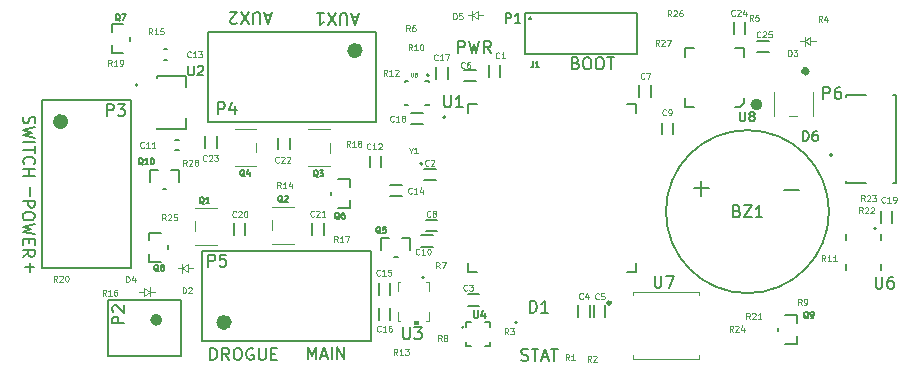
<source format=gbr>
%TF.GenerationSoftware,KiCad,Pcbnew,7.0.1*%
%TF.CreationDate,2023-06-15T13:01:31-07:00*%
%TF.ProjectId,Full-Flight-Computer,46756c6c-2d46-46c6-9967-68742d436f6d,1.0*%
%TF.SameCoordinates,Original*%
%TF.FileFunction,Legend,Top*%
%TF.FilePolarity,Positive*%
%FSLAX46Y46*%
G04 Gerber Fmt 4.6, Leading zero omitted, Abs format (unit mm)*
G04 Created by KiCad (PCBNEW 7.0.1) date 2023-06-15 13:01:31*
%MOMM*%
%LPD*%
G01*
G04 APERTURE LIST*
%ADD10C,0.150000*%
%ADD11C,0.076200*%
%ADD12C,0.127000*%
%ADD13C,0.080000*%
%ADD14C,0.120214*%
%ADD15C,0.120000*%
%ADD16C,0.304800*%
%ADD17C,0.152400*%
%ADD18C,0.200000*%
%ADD19C,0.635000*%
%ADD20C,0.508000*%
%ADD21C,0.381000*%
%ADD22C,0.174018*%
%ADD23C,0.100000*%
%ADD24C,0.203200*%
%ADD25C,0.050800*%
G04 APERTURE END LIST*
D10*
X93509979Y-87772723D02*
X94525979Y-87772723D01*
X94525979Y-87772723D02*
X94525979Y-88159771D01*
X94525979Y-88159771D02*
X94477598Y-88256533D01*
X94477598Y-88256533D02*
X94429217Y-88304914D01*
X94429217Y-88304914D02*
X94332455Y-88353295D01*
X94332455Y-88353295D02*
X94187312Y-88353295D01*
X94187312Y-88353295D02*
X94090550Y-88304914D01*
X94090550Y-88304914D02*
X94042169Y-88256533D01*
X94042169Y-88256533D02*
X93993788Y-88159771D01*
X93993788Y-88159771D02*
X93993788Y-87772723D01*
X94525979Y-88982247D02*
X94525979Y-89175771D01*
X94525979Y-89175771D02*
X94477598Y-89272533D01*
X94477598Y-89272533D02*
X94380836Y-89369295D01*
X94380836Y-89369295D02*
X94187312Y-89417676D01*
X94187312Y-89417676D02*
X93848645Y-89417676D01*
X93848645Y-89417676D02*
X93655121Y-89369295D01*
X93655121Y-89369295D02*
X93558360Y-89272533D01*
X93558360Y-89272533D02*
X93509979Y-89175771D01*
X93509979Y-89175771D02*
X93509979Y-88982247D01*
X93509979Y-88982247D02*
X93558360Y-88885485D01*
X93558360Y-88885485D02*
X93655121Y-88788723D01*
X93655121Y-88788723D02*
X93848645Y-88740342D01*
X93848645Y-88740342D02*
X94187312Y-88740342D01*
X94187312Y-88740342D02*
X94380836Y-88788723D01*
X94380836Y-88788723D02*
X94477598Y-88885485D01*
X94477598Y-88885485D02*
X94525979Y-88982247D01*
X94525979Y-89756342D02*
X93509979Y-89998247D01*
X93509979Y-89998247D02*
X94235693Y-90191771D01*
X94235693Y-90191771D02*
X93509979Y-90385295D01*
X93509979Y-90385295D02*
X94525979Y-90627200D01*
X94042169Y-91014247D02*
X94042169Y-91352914D01*
X93509979Y-91498057D02*
X93509979Y-91014247D01*
X93509979Y-91014247D02*
X94525979Y-91014247D01*
X94525979Y-91014247D02*
X94525979Y-91498057D01*
X93509979Y-92514057D02*
X93993788Y-92175390D01*
X93509979Y-91933485D02*
X94525979Y-91933485D01*
X94525979Y-91933485D02*
X94525979Y-92320533D01*
X94525979Y-92320533D02*
X94477598Y-92417295D01*
X94477598Y-92417295D02*
X94429217Y-92465676D01*
X94429217Y-92465676D02*
X94332455Y-92514057D01*
X94332455Y-92514057D02*
X94187312Y-92514057D01*
X94187312Y-92514057D02*
X94090550Y-92465676D01*
X94090550Y-92465676D02*
X94042169Y-92417295D01*
X94042169Y-92417295D02*
X93993788Y-92320533D01*
X93993788Y-92320533D02*
X93993788Y-91933485D01*
X140327743Y-76112430D02*
X140472886Y-76160811D01*
X140472886Y-76160811D02*
X140521267Y-76209192D01*
X140521267Y-76209192D02*
X140569648Y-76305954D01*
X140569648Y-76305954D02*
X140569648Y-76451097D01*
X140569648Y-76451097D02*
X140521267Y-76547859D01*
X140521267Y-76547859D02*
X140472886Y-76596240D01*
X140472886Y-76596240D02*
X140376124Y-76644620D01*
X140376124Y-76644620D02*
X139989076Y-76644620D01*
X139989076Y-76644620D02*
X139989076Y-75628620D01*
X139989076Y-75628620D02*
X140327743Y-75628620D01*
X140327743Y-75628620D02*
X140424505Y-75677001D01*
X140424505Y-75677001D02*
X140472886Y-75725382D01*
X140472886Y-75725382D02*
X140521267Y-75822144D01*
X140521267Y-75822144D02*
X140521267Y-75918906D01*
X140521267Y-75918906D02*
X140472886Y-76015668D01*
X140472886Y-76015668D02*
X140424505Y-76064049D01*
X140424505Y-76064049D02*
X140327743Y-76112430D01*
X140327743Y-76112430D02*
X139989076Y-76112430D01*
X141198600Y-75628620D02*
X141392124Y-75628620D01*
X141392124Y-75628620D02*
X141488886Y-75677001D01*
X141488886Y-75677001D02*
X141585648Y-75773763D01*
X141585648Y-75773763D02*
X141634029Y-75967287D01*
X141634029Y-75967287D02*
X141634029Y-76305954D01*
X141634029Y-76305954D02*
X141585648Y-76499478D01*
X141585648Y-76499478D02*
X141488886Y-76596240D01*
X141488886Y-76596240D02*
X141392124Y-76644620D01*
X141392124Y-76644620D02*
X141198600Y-76644620D01*
X141198600Y-76644620D02*
X141101838Y-76596240D01*
X141101838Y-76596240D02*
X141005076Y-76499478D01*
X141005076Y-76499478D02*
X140956695Y-76305954D01*
X140956695Y-76305954D02*
X140956695Y-75967287D01*
X140956695Y-75967287D02*
X141005076Y-75773763D01*
X141005076Y-75773763D02*
X141101838Y-75677001D01*
X141101838Y-75677001D02*
X141198600Y-75628620D01*
X142262981Y-75628620D02*
X142456505Y-75628620D01*
X142456505Y-75628620D02*
X142553267Y-75677001D01*
X142553267Y-75677001D02*
X142650029Y-75773763D01*
X142650029Y-75773763D02*
X142698410Y-75967287D01*
X142698410Y-75967287D02*
X142698410Y-76305954D01*
X142698410Y-76305954D02*
X142650029Y-76499478D01*
X142650029Y-76499478D02*
X142553267Y-76596240D01*
X142553267Y-76596240D02*
X142456505Y-76644620D01*
X142456505Y-76644620D02*
X142262981Y-76644620D01*
X142262981Y-76644620D02*
X142166219Y-76596240D01*
X142166219Y-76596240D02*
X142069457Y-76499478D01*
X142069457Y-76499478D02*
X142021076Y-76305954D01*
X142021076Y-76305954D02*
X142021076Y-75967287D01*
X142021076Y-75967287D02*
X142069457Y-75773763D01*
X142069457Y-75773763D02*
X142166219Y-75677001D01*
X142166219Y-75677001D02*
X142262981Y-75628620D01*
X142988695Y-75628620D02*
X143569267Y-75628620D01*
X143278981Y-76644620D02*
X143278981Y-75628620D01*
X130369733Y-75247620D02*
X130369733Y-74231620D01*
X130369733Y-74231620D02*
X130756781Y-74231620D01*
X130756781Y-74231620D02*
X130853543Y-74280001D01*
X130853543Y-74280001D02*
X130901924Y-74328382D01*
X130901924Y-74328382D02*
X130950305Y-74425144D01*
X130950305Y-74425144D02*
X130950305Y-74570287D01*
X130950305Y-74570287D02*
X130901924Y-74667049D01*
X130901924Y-74667049D02*
X130853543Y-74715430D01*
X130853543Y-74715430D02*
X130756781Y-74763811D01*
X130756781Y-74763811D02*
X130369733Y-74763811D01*
X131288971Y-74231620D02*
X131530876Y-75247620D01*
X131530876Y-75247620D02*
X131724400Y-74521906D01*
X131724400Y-74521906D02*
X131917924Y-75247620D01*
X131917924Y-75247620D02*
X132159829Y-74231620D01*
X133127448Y-75247620D02*
X132788781Y-74763811D01*
X132546876Y-75247620D02*
X132546876Y-74231620D01*
X132546876Y-74231620D02*
X132933924Y-74231620D01*
X132933924Y-74231620D02*
X133030686Y-74280001D01*
X133030686Y-74280001D02*
X133079067Y-74328382D01*
X133079067Y-74328382D02*
X133127448Y-74425144D01*
X133127448Y-74425144D02*
X133127448Y-74570287D01*
X133127448Y-74570287D02*
X133079067Y-74667049D01*
X133079067Y-74667049D02*
X133030686Y-74715430D01*
X133030686Y-74715430D02*
X132933924Y-74763811D01*
X132933924Y-74763811D02*
X132546876Y-74763811D01*
X93694552Y-93402573D02*
X94468648Y-93402573D01*
X94081600Y-93789620D02*
X94081600Y-93015525D01*
X109385704Y-101257220D02*
X109385704Y-100241220D01*
X109385704Y-100241220D02*
X109627609Y-100241220D01*
X109627609Y-100241220D02*
X109772752Y-100289601D01*
X109772752Y-100289601D02*
X109869514Y-100386363D01*
X109869514Y-100386363D02*
X109917895Y-100483125D01*
X109917895Y-100483125D02*
X109966276Y-100676649D01*
X109966276Y-100676649D02*
X109966276Y-100821792D01*
X109966276Y-100821792D02*
X109917895Y-101015316D01*
X109917895Y-101015316D02*
X109869514Y-101112078D01*
X109869514Y-101112078D02*
X109772752Y-101208840D01*
X109772752Y-101208840D02*
X109627609Y-101257220D01*
X109627609Y-101257220D02*
X109385704Y-101257220D01*
X110982276Y-101257220D02*
X110643609Y-100773411D01*
X110401704Y-101257220D02*
X110401704Y-100241220D01*
X110401704Y-100241220D02*
X110788752Y-100241220D01*
X110788752Y-100241220D02*
X110885514Y-100289601D01*
X110885514Y-100289601D02*
X110933895Y-100337982D01*
X110933895Y-100337982D02*
X110982276Y-100434744D01*
X110982276Y-100434744D02*
X110982276Y-100579887D01*
X110982276Y-100579887D02*
X110933895Y-100676649D01*
X110933895Y-100676649D02*
X110885514Y-100725030D01*
X110885514Y-100725030D02*
X110788752Y-100773411D01*
X110788752Y-100773411D02*
X110401704Y-100773411D01*
X111611228Y-100241220D02*
X111804752Y-100241220D01*
X111804752Y-100241220D02*
X111901514Y-100289601D01*
X111901514Y-100289601D02*
X111998276Y-100386363D01*
X111998276Y-100386363D02*
X112046657Y-100579887D01*
X112046657Y-100579887D02*
X112046657Y-100918554D01*
X112046657Y-100918554D02*
X111998276Y-101112078D01*
X111998276Y-101112078D02*
X111901514Y-101208840D01*
X111901514Y-101208840D02*
X111804752Y-101257220D01*
X111804752Y-101257220D02*
X111611228Y-101257220D01*
X111611228Y-101257220D02*
X111514466Y-101208840D01*
X111514466Y-101208840D02*
X111417704Y-101112078D01*
X111417704Y-101112078D02*
X111369323Y-100918554D01*
X111369323Y-100918554D02*
X111369323Y-100579887D01*
X111369323Y-100579887D02*
X111417704Y-100386363D01*
X111417704Y-100386363D02*
X111514466Y-100289601D01*
X111514466Y-100289601D02*
X111611228Y-100241220D01*
X113014276Y-100289601D02*
X112917514Y-100241220D01*
X112917514Y-100241220D02*
X112772371Y-100241220D01*
X112772371Y-100241220D02*
X112627228Y-100289601D01*
X112627228Y-100289601D02*
X112530466Y-100386363D01*
X112530466Y-100386363D02*
X112482085Y-100483125D01*
X112482085Y-100483125D02*
X112433704Y-100676649D01*
X112433704Y-100676649D02*
X112433704Y-100821792D01*
X112433704Y-100821792D02*
X112482085Y-101015316D01*
X112482085Y-101015316D02*
X112530466Y-101112078D01*
X112530466Y-101112078D02*
X112627228Y-101208840D01*
X112627228Y-101208840D02*
X112772371Y-101257220D01*
X112772371Y-101257220D02*
X112869133Y-101257220D01*
X112869133Y-101257220D02*
X113014276Y-101208840D01*
X113014276Y-101208840D02*
X113062657Y-101160459D01*
X113062657Y-101160459D02*
X113062657Y-100821792D01*
X113062657Y-100821792D02*
X112869133Y-100821792D01*
X113498085Y-100241220D02*
X113498085Y-101063697D01*
X113498085Y-101063697D02*
X113546466Y-101160459D01*
X113546466Y-101160459D02*
X113594847Y-101208840D01*
X113594847Y-101208840D02*
X113691609Y-101257220D01*
X113691609Y-101257220D02*
X113885133Y-101257220D01*
X113885133Y-101257220D02*
X113981895Y-101208840D01*
X113981895Y-101208840D02*
X114030276Y-101160459D01*
X114030276Y-101160459D02*
X114078657Y-101063697D01*
X114078657Y-101063697D02*
X114078657Y-100241220D01*
X114562466Y-100725030D02*
X114901133Y-100725030D01*
X115046276Y-101257220D02*
X114562466Y-101257220D01*
X114562466Y-101257220D02*
X114562466Y-100241220D01*
X114562466Y-100241220D02*
X115046276Y-100241220D01*
X117628609Y-101181020D02*
X117628609Y-100165020D01*
X117628609Y-100165020D02*
X117967276Y-100890735D01*
X117967276Y-100890735D02*
X118305943Y-100165020D01*
X118305943Y-100165020D02*
X118305943Y-101181020D01*
X118741371Y-100890735D02*
X119225181Y-100890735D01*
X118644609Y-101181020D02*
X118983276Y-100165020D01*
X118983276Y-100165020D02*
X119321943Y-101181020D01*
X119660609Y-101181020D02*
X119660609Y-100165020D01*
X120144419Y-101181020D02*
X120144419Y-100165020D01*
X120144419Y-100165020D02*
X120724991Y-101181020D01*
X120724991Y-101181020D02*
X120724991Y-100165020D01*
X94103613Y-87356647D02*
X94103613Y-86582552D01*
X93583760Y-80644999D02*
X93535379Y-80790142D01*
X93535379Y-80790142D02*
X93535379Y-81032047D01*
X93535379Y-81032047D02*
X93583760Y-81128809D01*
X93583760Y-81128809D02*
X93632140Y-81177190D01*
X93632140Y-81177190D02*
X93728902Y-81225571D01*
X93728902Y-81225571D02*
X93825664Y-81225571D01*
X93825664Y-81225571D02*
X93922426Y-81177190D01*
X93922426Y-81177190D02*
X93970807Y-81128809D01*
X93970807Y-81128809D02*
X94019188Y-81032047D01*
X94019188Y-81032047D02*
X94067569Y-80838523D01*
X94067569Y-80838523D02*
X94115950Y-80741761D01*
X94115950Y-80741761D02*
X94164331Y-80693380D01*
X94164331Y-80693380D02*
X94261093Y-80644999D01*
X94261093Y-80644999D02*
X94357855Y-80644999D01*
X94357855Y-80644999D02*
X94454617Y-80693380D01*
X94454617Y-80693380D02*
X94502998Y-80741761D01*
X94502998Y-80741761D02*
X94551379Y-80838523D01*
X94551379Y-80838523D02*
X94551379Y-81080428D01*
X94551379Y-81080428D02*
X94502998Y-81225571D01*
X94551379Y-81564237D02*
X93535379Y-81806142D01*
X93535379Y-81806142D02*
X94261093Y-81999666D01*
X94261093Y-81999666D02*
X93535379Y-82193190D01*
X93535379Y-82193190D02*
X94551379Y-82435095D01*
X93535379Y-82822142D02*
X94551379Y-82822142D01*
X94551379Y-83160809D02*
X94551379Y-83741381D01*
X93535379Y-83451095D02*
X94551379Y-83451095D01*
X93632140Y-84660619D02*
X93583760Y-84612238D01*
X93583760Y-84612238D02*
X93535379Y-84467095D01*
X93535379Y-84467095D02*
X93535379Y-84370333D01*
X93535379Y-84370333D02*
X93583760Y-84225190D01*
X93583760Y-84225190D02*
X93680521Y-84128428D01*
X93680521Y-84128428D02*
X93777283Y-84080047D01*
X93777283Y-84080047D02*
X93970807Y-84031666D01*
X93970807Y-84031666D02*
X94115950Y-84031666D01*
X94115950Y-84031666D02*
X94309474Y-84080047D01*
X94309474Y-84080047D02*
X94406236Y-84128428D01*
X94406236Y-84128428D02*
X94502998Y-84225190D01*
X94502998Y-84225190D02*
X94551379Y-84370333D01*
X94551379Y-84370333D02*
X94551379Y-84467095D01*
X94551379Y-84467095D02*
X94502998Y-84612238D01*
X94502998Y-84612238D02*
X94454617Y-84660619D01*
X93535379Y-85096047D02*
X94551379Y-85096047D01*
X94067569Y-85096047D02*
X94067569Y-85676619D01*
X93535379Y-85676619D02*
X94551379Y-85676619D01*
X121883714Y-72210264D02*
X121399904Y-72210264D01*
X121980476Y-71919979D02*
X121641809Y-72935979D01*
X121641809Y-72935979D02*
X121303142Y-71919979D01*
X120964476Y-72935979D02*
X120964476Y-72113502D01*
X120964476Y-72113502D02*
X120916095Y-72016740D01*
X120916095Y-72016740D02*
X120867714Y-71968360D01*
X120867714Y-71968360D02*
X120770952Y-71919979D01*
X120770952Y-71919979D02*
X120577428Y-71919979D01*
X120577428Y-71919979D02*
X120480666Y-71968360D01*
X120480666Y-71968360D02*
X120432285Y-72016740D01*
X120432285Y-72016740D02*
X120383904Y-72113502D01*
X120383904Y-72113502D02*
X120383904Y-72935979D01*
X119996857Y-72935979D02*
X119319523Y-71919979D01*
X119319523Y-72935979D02*
X119996857Y-71919979D01*
X118400285Y-71919979D02*
X118980857Y-71919979D01*
X118690571Y-71919979D02*
X118690571Y-72935979D01*
X118690571Y-72935979D02*
X118787333Y-72790836D01*
X118787333Y-72790836D02*
X118884095Y-72694074D01*
X118884095Y-72694074D02*
X118980857Y-72645693D01*
X135718690Y-101285040D02*
X135863833Y-101333420D01*
X135863833Y-101333420D02*
X136105738Y-101333420D01*
X136105738Y-101333420D02*
X136202500Y-101285040D01*
X136202500Y-101285040D02*
X136250881Y-101236659D01*
X136250881Y-101236659D02*
X136299262Y-101139897D01*
X136299262Y-101139897D02*
X136299262Y-101043135D01*
X136299262Y-101043135D02*
X136250881Y-100946373D01*
X136250881Y-100946373D02*
X136202500Y-100897992D01*
X136202500Y-100897992D02*
X136105738Y-100849611D01*
X136105738Y-100849611D02*
X135912214Y-100801230D01*
X135912214Y-100801230D02*
X135815452Y-100752849D01*
X135815452Y-100752849D02*
X135767071Y-100704468D01*
X135767071Y-100704468D02*
X135718690Y-100607706D01*
X135718690Y-100607706D02*
X135718690Y-100510944D01*
X135718690Y-100510944D02*
X135767071Y-100414182D01*
X135767071Y-100414182D02*
X135815452Y-100365801D01*
X135815452Y-100365801D02*
X135912214Y-100317420D01*
X135912214Y-100317420D02*
X136154119Y-100317420D01*
X136154119Y-100317420D02*
X136299262Y-100365801D01*
X136589547Y-100317420D02*
X137170119Y-100317420D01*
X136879833Y-101333420D02*
X136879833Y-100317420D01*
X137460404Y-101043135D02*
X137944214Y-101043135D01*
X137363642Y-101333420D02*
X137702309Y-100317420D01*
X137702309Y-100317420D02*
X138040976Y-101333420D01*
X138234499Y-100317420D02*
X138815071Y-100317420D01*
X138524785Y-101333420D02*
X138524785Y-100317420D01*
X114543114Y-72083264D02*
X114059304Y-72083264D01*
X114639876Y-71792979D02*
X114301209Y-72808979D01*
X114301209Y-72808979D02*
X113962542Y-71792979D01*
X113623876Y-72808979D02*
X113623876Y-71986502D01*
X113623876Y-71986502D02*
X113575495Y-71889740D01*
X113575495Y-71889740D02*
X113527114Y-71841360D01*
X113527114Y-71841360D02*
X113430352Y-71792979D01*
X113430352Y-71792979D02*
X113236828Y-71792979D01*
X113236828Y-71792979D02*
X113140066Y-71841360D01*
X113140066Y-71841360D02*
X113091685Y-71889740D01*
X113091685Y-71889740D02*
X113043304Y-71986502D01*
X113043304Y-71986502D02*
X113043304Y-72808979D01*
X112656257Y-72808979D02*
X111978923Y-71792979D01*
X111978923Y-72808979D02*
X112656257Y-71792979D01*
X111640257Y-72712217D02*
X111591876Y-72760598D01*
X111591876Y-72760598D02*
X111495114Y-72808979D01*
X111495114Y-72808979D02*
X111253209Y-72808979D01*
X111253209Y-72808979D02*
X111156447Y-72760598D01*
X111156447Y-72760598D02*
X111108066Y-72712217D01*
X111108066Y-72712217D02*
X111059685Y-72615455D01*
X111059685Y-72615455D02*
X111059685Y-72518693D01*
X111059685Y-72518693D02*
X111108066Y-72373550D01*
X111108066Y-72373550D02*
X111688638Y-71792979D01*
X111688638Y-71792979D02*
X111059685Y-71792979D01*
%TO.C,U4*%
X131698930Y-97065076D02*
X131698930Y-97583171D01*
X131698930Y-97583171D02*
X131729407Y-97644123D01*
X131729407Y-97644123D02*
X131759883Y-97674600D01*
X131759883Y-97674600D02*
X131820835Y-97705076D01*
X131820835Y-97705076D02*
X131942740Y-97705076D01*
X131942740Y-97705076D02*
X132003692Y-97674600D01*
X132003692Y-97674600D02*
X132034169Y-97644123D01*
X132034169Y-97644123D02*
X132064645Y-97583171D01*
X132064645Y-97583171D02*
X132064645Y-97065076D01*
X132643692Y-97278409D02*
X132643692Y-97705076D01*
X132491311Y-97034600D02*
X132338930Y-97491742D01*
X132338930Y-97491742D02*
X132735121Y-97491742D01*
D11*
%TO.C,C7*%
X146143133Y-77402629D02*
X146118942Y-77426820D01*
X146118942Y-77426820D02*
X146046371Y-77451010D01*
X146046371Y-77451010D02*
X145997990Y-77451010D01*
X145997990Y-77451010D02*
X145925418Y-77426820D01*
X145925418Y-77426820D02*
X145877037Y-77378439D01*
X145877037Y-77378439D02*
X145852847Y-77330058D01*
X145852847Y-77330058D02*
X145828656Y-77233296D01*
X145828656Y-77233296D02*
X145828656Y-77160724D01*
X145828656Y-77160724D02*
X145852847Y-77063962D01*
X145852847Y-77063962D02*
X145877037Y-77015581D01*
X145877037Y-77015581D02*
X145925418Y-76967200D01*
X145925418Y-76967200D02*
X145997990Y-76943010D01*
X145997990Y-76943010D02*
X146046371Y-76943010D01*
X146046371Y-76943010D02*
X146118942Y-76967200D01*
X146118942Y-76967200D02*
X146143133Y-76991391D01*
X146312466Y-76943010D02*
X146651133Y-76943010D01*
X146651133Y-76943010D02*
X146433418Y-77451010D01*
D10*
%TO.C,U7*%
X147015295Y-94128419D02*
X147015295Y-94937942D01*
X147015295Y-94937942D02*
X147062914Y-95033180D01*
X147062914Y-95033180D02*
X147110533Y-95080800D01*
X147110533Y-95080800D02*
X147205771Y-95128419D01*
X147205771Y-95128419D02*
X147396247Y-95128419D01*
X147396247Y-95128419D02*
X147491485Y-95080800D01*
X147491485Y-95080800D02*
X147539104Y-95033180D01*
X147539104Y-95033180D02*
X147586723Y-94937942D01*
X147586723Y-94937942D02*
X147586723Y-94128419D01*
X147967676Y-94128419D02*
X148634342Y-94128419D01*
X148634342Y-94128419D02*
X148205771Y-95128419D01*
D12*
%TO.C,Q10*%
X103671914Y-84712991D02*
X103623533Y-84688800D01*
X103623533Y-84688800D02*
X103575152Y-84640420D01*
X103575152Y-84640420D02*
X103502580Y-84567848D01*
X103502580Y-84567848D02*
X103454199Y-84543658D01*
X103454199Y-84543658D02*
X103405818Y-84543658D01*
X103430009Y-84664610D02*
X103381628Y-84640420D01*
X103381628Y-84640420D02*
X103333247Y-84592039D01*
X103333247Y-84592039D02*
X103309056Y-84495277D01*
X103309056Y-84495277D02*
X103309056Y-84325943D01*
X103309056Y-84325943D02*
X103333247Y-84229181D01*
X103333247Y-84229181D02*
X103381628Y-84180800D01*
X103381628Y-84180800D02*
X103430009Y-84156610D01*
X103430009Y-84156610D02*
X103526771Y-84156610D01*
X103526771Y-84156610D02*
X103575152Y-84180800D01*
X103575152Y-84180800D02*
X103623533Y-84229181D01*
X103623533Y-84229181D02*
X103647723Y-84325943D01*
X103647723Y-84325943D02*
X103647723Y-84495277D01*
X103647723Y-84495277D02*
X103623533Y-84592039D01*
X103623533Y-84592039D02*
X103575152Y-84640420D01*
X103575152Y-84640420D02*
X103526771Y-84664610D01*
X103526771Y-84664610D02*
X103430009Y-84664610D01*
X104131532Y-84664610D02*
X103841246Y-84664610D01*
X103986389Y-84664610D02*
X103986389Y-84156610D01*
X103986389Y-84156610D02*
X103938008Y-84229181D01*
X103938008Y-84229181D02*
X103889627Y-84277562D01*
X103889627Y-84277562D02*
X103841246Y-84301753D01*
X104446009Y-84156610D02*
X104494390Y-84156610D01*
X104494390Y-84156610D02*
X104542771Y-84180800D01*
X104542771Y-84180800D02*
X104566961Y-84204991D01*
X104566961Y-84204991D02*
X104591152Y-84253372D01*
X104591152Y-84253372D02*
X104615342Y-84350134D01*
X104615342Y-84350134D02*
X104615342Y-84471086D01*
X104615342Y-84471086D02*
X104591152Y-84567848D01*
X104591152Y-84567848D02*
X104566961Y-84616229D01*
X104566961Y-84616229D02*
X104542771Y-84640420D01*
X104542771Y-84640420D02*
X104494390Y-84664610D01*
X104494390Y-84664610D02*
X104446009Y-84664610D01*
X104446009Y-84664610D02*
X104397628Y-84640420D01*
X104397628Y-84640420D02*
X104373437Y-84616229D01*
X104373437Y-84616229D02*
X104349247Y-84567848D01*
X104349247Y-84567848D02*
X104325056Y-84471086D01*
X104325056Y-84471086D02*
X104325056Y-84350134D01*
X104325056Y-84350134D02*
X104349247Y-84253372D01*
X104349247Y-84253372D02*
X104373437Y-84204991D01*
X104373437Y-84204991D02*
X104397628Y-84180800D01*
X104397628Y-84180800D02*
X104446009Y-84156610D01*
D10*
%TO.C,D1*%
X136455005Y-97236619D02*
X136455005Y-96236619D01*
X136455005Y-96236619D02*
X136693100Y-96236619D01*
X136693100Y-96236619D02*
X136835957Y-96284238D01*
X136835957Y-96284238D02*
X136931195Y-96379476D01*
X136931195Y-96379476D02*
X136978814Y-96474714D01*
X136978814Y-96474714D02*
X137026433Y-96665190D01*
X137026433Y-96665190D02*
X137026433Y-96808047D01*
X137026433Y-96808047D02*
X136978814Y-96998523D01*
X136978814Y-96998523D02*
X136931195Y-97093761D01*
X136931195Y-97093761D02*
X136835957Y-97189000D01*
X136835957Y-97189000D02*
X136693100Y-97236619D01*
X136693100Y-97236619D02*
X136455005Y-97236619D01*
X137978814Y-97236619D02*
X137407386Y-97236619D01*
X137693100Y-97236619D02*
X137693100Y-96236619D01*
X137693100Y-96236619D02*
X137597862Y-96379476D01*
X137597862Y-96379476D02*
X137502624Y-96474714D01*
X137502624Y-96474714D02*
X137407386Y-96522333D01*
D11*
%TO.C,R17*%
X120170828Y-91294010D02*
X120001494Y-91052105D01*
X119880542Y-91294010D02*
X119880542Y-90786010D01*
X119880542Y-90786010D02*
X120074066Y-90786010D01*
X120074066Y-90786010D02*
X120122447Y-90810200D01*
X120122447Y-90810200D02*
X120146637Y-90834391D01*
X120146637Y-90834391D02*
X120170828Y-90882772D01*
X120170828Y-90882772D02*
X120170828Y-90955343D01*
X120170828Y-90955343D02*
X120146637Y-91003724D01*
X120146637Y-91003724D02*
X120122447Y-91027915D01*
X120122447Y-91027915D02*
X120074066Y-91052105D01*
X120074066Y-91052105D02*
X119880542Y-91052105D01*
X120654637Y-91294010D02*
X120364351Y-91294010D01*
X120509494Y-91294010D02*
X120509494Y-90786010D01*
X120509494Y-90786010D02*
X120461113Y-90858581D01*
X120461113Y-90858581D02*
X120412732Y-90906962D01*
X120412732Y-90906962D02*
X120364351Y-90931153D01*
X120823971Y-90786010D02*
X121162638Y-90786010D01*
X121162638Y-90786010D02*
X120944923Y-91294010D01*
%TO.C,C23*%
X109071228Y-84362229D02*
X109047037Y-84386420D01*
X109047037Y-84386420D02*
X108974466Y-84410610D01*
X108974466Y-84410610D02*
X108926085Y-84410610D01*
X108926085Y-84410610D02*
X108853513Y-84386420D01*
X108853513Y-84386420D02*
X108805132Y-84338039D01*
X108805132Y-84338039D02*
X108780942Y-84289658D01*
X108780942Y-84289658D02*
X108756751Y-84192896D01*
X108756751Y-84192896D02*
X108756751Y-84120324D01*
X108756751Y-84120324D02*
X108780942Y-84023562D01*
X108780942Y-84023562D02*
X108805132Y-83975181D01*
X108805132Y-83975181D02*
X108853513Y-83926800D01*
X108853513Y-83926800D02*
X108926085Y-83902610D01*
X108926085Y-83902610D02*
X108974466Y-83902610D01*
X108974466Y-83902610D02*
X109047037Y-83926800D01*
X109047037Y-83926800D02*
X109071228Y-83950991D01*
X109264751Y-83950991D02*
X109288942Y-83926800D01*
X109288942Y-83926800D02*
X109337323Y-83902610D01*
X109337323Y-83902610D02*
X109458275Y-83902610D01*
X109458275Y-83902610D02*
X109506656Y-83926800D01*
X109506656Y-83926800D02*
X109530847Y-83950991D01*
X109530847Y-83950991D02*
X109555037Y-83999372D01*
X109555037Y-83999372D02*
X109555037Y-84047753D01*
X109555037Y-84047753D02*
X109530847Y-84120324D01*
X109530847Y-84120324D02*
X109240561Y-84410610D01*
X109240561Y-84410610D02*
X109555037Y-84410610D01*
X109724371Y-83902610D02*
X110038847Y-83902610D01*
X110038847Y-83902610D02*
X109869514Y-84096134D01*
X109869514Y-84096134D02*
X109942085Y-84096134D01*
X109942085Y-84096134D02*
X109990466Y-84120324D01*
X109990466Y-84120324D02*
X110014657Y-84144515D01*
X110014657Y-84144515D02*
X110038847Y-84192896D01*
X110038847Y-84192896D02*
X110038847Y-84313848D01*
X110038847Y-84313848D02*
X110014657Y-84362229D01*
X110014657Y-84362229D02*
X109990466Y-84386420D01*
X109990466Y-84386420D02*
X109942085Y-84410610D01*
X109942085Y-84410610D02*
X109796942Y-84410610D01*
X109796942Y-84410610D02*
X109748561Y-84386420D01*
X109748561Y-84386420D02*
X109724371Y-84362229D01*
%TO.C,C21*%
X118164428Y-89061229D02*
X118140237Y-89085420D01*
X118140237Y-89085420D02*
X118067666Y-89109610D01*
X118067666Y-89109610D02*
X118019285Y-89109610D01*
X118019285Y-89109610D02*
X117946713Y-89085420D01*
X117946713Y-89085420D02*
X117898332Y-89037039D01*
X117898332Y-89037039D02*
X117874142Y-88988658D01*
X117874142Y-88988658D02*
X117849951Y-88891896D01*
X117849951Y-88891896D02*
X117849951Y-88819324D01*
X117849951Y-88819324D02*
X117874142Y-88722562D01*
X117874142Y-88722562D02*
X117898332Y-88674181D01*
X117898332Y-88674181D02*
X117946713Y-88625800D01*
X117946713Y-88625800D02*
X118019285Y-88601610D01*
X118019285Y-88601610D02*
X118067666Y-88601610D01*
X118067666Y-88601610D02*
X118140237Y-88625800D01*
X118140237Y-88625800D02*
X118164428Y-88649991D01*
X118357951Y-88649991D02*
X118382142Y-88625800D01*
X118382142Y-88625800D02*
X118430523Y-88601610D01*
X118430523Y-88601610D02*
X118551475Y-88601610D01*
X118551475Y-88601610D02*
X118599856Y-88625800D01*
X118599856Y-88625800D02*
X118624047Y-88649991D01*
X118624047Y-88649991D02*
X118648237Y-88698372D01*
X118648237Y-88698372D02*
X118648237Y-88746753D01*
X118648237Y-88746753D02*
X118624047Y-88819324D01*
X118624047Y-88819324D02*
X118333761Y-89109610D01*
X118333761Y-89109610D02*
X118648237Y-89109610D01*
X119132047Y-89109610D02*
X118841761Y-89109610D01*
X118986904Y-89109610D02*
X118986904Y-88601610D01*
X118986904Y-88601610D02*
X118938523Y-88674181D01*
X118938523Y-88674181D02*
X118890142Y-88722562D01*
X118890142Y-88722562D02*
X118841761Y-88746753D01*
%TO.C,R5*%
X155337933Y-72548810D02*
X155168599Y-72306905D01*
X155047647Y-72548810D02*
X155047647Y-72040810D01*
X155047647Y-72040810D02*
X155241171Y-72040810D01*
X155241171Y-72040810D02*
X155289552Y-72065000D01*
X155289552Y-72065000D02*
X155313742Y-72089191D01*
X155313742Y-72089191D02*
X155337933Y-72137572D01*
X155337933Y-72137572D02*
X155337933Y-72210143D01*
X155337933Y-72210143D02*
X155313742Y-72258524D01*
X155313742Y-72258524D02*
X155289552Y-72282715D01*
X155289552Y-72282715D02*
X155241171Y-72306905D01*
X155241171Y-72306905D02*
X155047647Y-72306905D01*
X155797552Y-72040810D02*
X155555647Y-72040810D01*
X155555647Y-72040810D02*
X155531456Y-72282715D01*
X155531456Y-72282715D02*
X155555647Y-72258524D01*
X155555647Y-72258524D02*
X155604028Y-72234334D01*
X155604028Y-72234334D02*
X155724980Y-72234334D01*
X155724980Y-72234334D02*
X155773361Y-72258524D01*
X155773361Y-72258524D02*
X155797552Y-72282715D01*
X155797552Y-72282715D02*
X155821742Y-72331096D01*
X155821742Y-72331096D02*
X155821742Y-72452048D01*
X155821742Y-72452048D02*
X155797552Y-72500429D01*
X155797552Y-72500429D02*
X155773361Y-72524620D01*
X155773361Y-72524620D02*
X155724980Y-72548810D01*
X155724980Y-72548810D02*
X155604028Y-72548810D01*
X155604028Y-72548810D02*
X155555647Y-72524620D01*
X155555647Y-72524620D02*
X155531456Y-72500429D01*
%TO.C,R28*%
X107394828Y-84791610D02*
X107225494Y-84549705D01*
X107104542Y-84791610D02*
X107104542Y-84283610D01*
X107104542Y-84283610D02*
X107298066Y-84283610D01*
X107298066Y-84283610D02*
X107346447Y-84307800D01*
X107346447Y-84307800D02*
X107370637Y-84331991D01*
X107370637Y-84331991D02*
X107394828Y-84380372D01*
X107394828Y-84380372D02*
X107394828Y-84452943D01*
X107394828Y-84452943D02*
X107370637Y-84501324D01*
X107370637Y-84501324D02*
X107346447Y-84525515D01*
X107346447Y-84525515D02*
X107298066Y-84549705D01*
X107298066Y-84549705D02*
X107104542Y-84549705D01*
X107588351Y-84331991D02*
X107612542Y-84307800D01*
X107612542Y-84307800D02*
X107660923Y-84283610D01*
X107660923Y-84283610D02*
X107781875Y-84283610D01*
X107781875Y-84283610D02*
X107830256Y-84307800D01*
X107830256Y-84307800D02*
X107854447Y-84331991D01*
X107854447Y-84331991D02*
X107878637Y-84380372D01*
X107878637Y-84380372D02*
X107878637Y-84428753D01*
X107878637Y-84428753D02*
X107854447Y-84501324D01*
X107854447Y-84501324D02*
X107564161Y-84791610D01*
X107564161Y-84791610D02*
X107878637Y-84791610D01*
X108168923Y-84501324D02*
X108120542Y-84477134D01*
X108120542Y-84477134D02*
X108096352Y-84452943D01*
X108096352Y-84452943D02*
X108072161Y-84404562D01*
X108072161Y-84404562D02*
X108072161Y-84380372D01*
X108072161Y-84380372D02*
X108096352Y-84331991D01*
X108096352Y-84331991D02*
X108120542Y-84307800D01*
X108120542Y-84307800D02*
X108168923Y-84283610D01*
X108168923Y-84283610D02*
X108265685Y-84283610D01*
X108265685Y-84283610D02*
X108314066Y-84307800D01*
X108314066Y-84307800D02*
X108338257Y-84331991D01*
X108338257Y-84331991D02*
X108362447Y-84380372D01*
X108362447Y-84380372D02*
X108362447Y-84404562D01*
X108362447Y-84404562D02*
X108338257Y-84452943D01*
X108338257Y-84452943D02*
X108314066Y-84477134D01*
X108314066Y-84477134D02*
X108265685Y-84501324D01*
X108265685Y-84501324D02*
X108168923Y-84501324D01*
X108168923Y-84501324D02*
X108120542Y-84525515D01*
X108120542Y-84525515D02*
X108096352Y-84549705D01*
X108096352Y-84549705D02*
X108072161Y-84598086D01*
X108072161Y-84598086D02*
X108072161Y-84694848D01*
X108072161Y-84694848D02*
X108096352Y-84743229D01*
X108096352Y-84743229D02*
X108120542Y-84767420D01*
X108120542Y-84767420D02*
X108168923Y-84791610D01*
X108168923Y-84791610D02*
X108265685Y-84791610D01*
X108265685Y-84791610D02*
X108314066Y-84767420D01*
X108314066Y-84767420D02*
X108338257Y-84743229D01*
X108338257Y-84743229D02*
X108362447Y-84694848D01*
X108362447Y-84694848D02*
X108362447Y-84598086D01*
X108362447Y-84598086D02*
X108338257Y-84549705D01*
X108338257Y-84549705D02*
X108314066Y-84525515D01*
X108314066Y-84525515D02*
X108265685Y-84501324D01*
%TO.C,R8*%
X128972733Y-99650610D02*
X128803399Y-99408705D01*
X128682447Y-99650610D02*
X128682447Y-99142610D01*
X128682447Y-99142610D02*
X128875971Y-99142610D01*
X128875971Y-99142610D02*
X128924352Y-99166800D01*
X128924352Y-99166800D02*
X128948542Y-99190991D01*
X128948542Y-99190991D02*
X128972733Y-99239372D01*
X128972733Y-99239372D02*
X128972733Y-99311943D01*
X128972733Y-99311943D02*
X128948542Y-99360324D01*
X128948542Y-99360324D02*
X128924352Y-99384515D01*
X128924352Y-99384515D02*
X128875971Y-99408705D01*
X128875971Y-99408705D02*
X128682447Y-99408705D01*
X129263018Y-99360324D02*
X129214637Y-99336134D01*
X129214637Y-99336134D02*
X129190447Y-99311943D01*
X129190447Y-99311943D02*
X129166256Y-99263562D01*
X129166256Y-99263562D02*
X129166256Y-99239372D01*
X129166256Y-99239372D02*
X129190447Y-99190991D01*
X129190447Y-99190991D02*
X129214637Y-99166800D01*
X129214637Y-99166800D02*
X129263018Y-99142610D01*
X129263018Y-99142610D02*
X129359780Y-99142610D01*
X129359780Y-99142610D02*
X129408161Y-99166800D01*
X129408161Y-99166800D02*
X129432352Y-99190991D01*
X129432352Y-99190991D02*
X129456542Y-99239372D01*
X129456542Y-99239372D02*
X129456542Y-99263562D01*
X129456542Y-99263562D02*
X129432352Y-99311943D01*
X129432352Y-99311943D02*
X129408161Y-99336134D01*
X129408161Y-99336134D02*
X129359780Y-99360324D01*
X129359780Y-99360324D02*
X129263018Y-99360324D01*
X129263018Y-99360324D02*
X129214637Y-99384515D01*
X129214637Y-99384515D02*
X129190447Y-99408705D01*
X129190447Y-99408705D02*
X129166256Y-99457086D01*
X129166256Y-99457086D02*
X129166256Y-99553848D01*
X129166256Y-99553848D02*
X129190447Y-99602229D01*
X129190447Y-99602229D02*
X129214637Y-99626420D01*
X129214637Y-99626420D02*
X129263018Y-99650610D01*
X129263018Y-99650610D02*
X129359780Y-99650610D01*
X129359780Y-99650610D02*
X129408161Y-99626420D01*
X129408161Y-99626420D02*
X129432352Y-99602229D01*
X129432352Y-99602229D02*
X129456542Y-99553848D01*
X129456542Y-99553848D02*
X129456542Y-99457086D01*
X129456542Y-99457086D02*
X129432352Y-99408705D01*
X129432352Y-99408705D02*
X129408161Y-99384515D01*
X129408161Y-99384515D02*
X129359780Y-99360324D01*
%TO.C,D5*%
X129977847Y-72396410D02*
X129977847Y-71888410D01*
X129977847Y-71888410D02*
X130098799Y-71888410D01*
X130098799Y-71888410D02*
X130171371Y-71912600D01*
X130171371Y-71912600D02*
X130219752Y-71960981D01*
X130219752Y-71960981D02*
X130243942Y-72009362D01*
X130243942Y-72009362D02*
X130268133Y-72106124D01*
X130268133Y-72106124D02*
X130268133Y-72178696D01*
X130268133Y-72178696D02*
X130243942Y-72275458D01*
X130243942Y-72275458D02*
X130219752Y-72323839D01*
X130219752Y-72323839D02*
X130171371Y-72372220D01*
X130171371Y-72372220D02*
X130098799Y-72396410D01*
X130098799Y-72396410D02*
X129977847Y-72396410D01*
X130727752Y-71888410D02*
X130485847Y-71888410D01*
X130485847Y-71888410D02*
X130461656Y-72130315D01*
X130461656Y-72130315D02*
X130485847Y-72106124D01*
X130485847Y-72106124D02*
X130534228Y-72081934D01*
X130534228Y-72081934D02*
X130655180Y-72081934D01*
X130655180Y-72081934D02*
X130703561Y-72106124D01*
X130703561Y-72106124D02*
X130727752Y-72130315D01*
X130727752Y-72130315D02*
X130751942Y-72178696D01*
X130751942Y-72178696D02*
X130751942Y-72299648D01*
X130751942Y-72299648D02*
X130727752Y-72348029D01*
X130727752Y-72348029D02*
X130703561Y-72372220D01*
X130703561Y-72372220D02*
X130655180Y-72396410D01*
X130655180Y-72396410D02*
X130534228Y-72396410D01*
X130534228Y-72396410D02*
X130485847Y-72372220D01*
X130485847Y-72372220D02*
X130461656Y-72348029D01*
D12*
%TO.C,J1*%
X136711266Y-75977810D02*
X136711266Y-76340667D01*
X136711266Y-76340667D02*
X136687075Y-76413239D01*
X136687075Y-76413239D02*
X136638694Y-76461620D01*
X136638694Y-76461620D02*
X136566123Y-76485810D01*
X136566123Y-76485810D02*
X136517742Y-76485810D01*
X137219266Y-76485810D02*
X136928980Y-76485810D01*
X137074123Y-76485810D02*
X137074123Y-75977810D01*
X137074123Y-75977810D02*
X137025742Y-76050381D01*
X137025742Y-76050381D02*
X136977361Y-76098762D01*
X136977361Y-76098762D02*
X136928980Y-76122953D01*
D10*
%TO.C,P5*%
X109221906Y-93347220D02*
X109221906Y-92347220D01*
X109221906Y-92347220D02*
X109602858Y-92347220D01*
X109602858Y-92347220D02*
X109698096Y-92394839D01*
X109698096Y-92394839D02*
X109745715Y-92442458D01*
X109745715Y-92442458D02*
X109793334Y-92537696D01*
X109793334Y-92537696D02*
X109793334Y-92680553D01*
X109793334Y-92680553D02*
X109745715Y-92775791D01*
X109745715Y-92775791D02*
X109698096Y-92823410D01*
X109698096Y-92823410D02*
X109602858Y-92871029D01*
X109602858Y-92871029D02*
X109221906Y-92871029D01*
X110698096Y-92347220D02*
X110221906Y-92347220D01*
X110221906Y-92347220D02*
X110174287Y-92823410D01*
X110174287Y-92823410D02*
X110221906Y-92775791D01*
X110221906Y-92775791D02*
X110317144Y-92728172D01*
X110317144Y-92728172D02*
X110555239Y-92728172D01*
X110555239Y-92728172D02*
X110650477Y-92775791D01*
X110650477Y-92775791D02*
X110698096Y-92823410D01*
X110698096Y-92823410D02*
X110745715Y-92918648D01*
X110745715Y-92918648D02*
X110745715Y-93156743D01*
X110745715Y-93156743D02*
X110698096Y-93251981D01*
X110698096Y-93251981D02*
X110650477Y-93299601D01*
X110650477Y-93299601D02*
X110555239Y-93347220D01*
X110555239Y-93347220D02*
X110317144Y-93347220D01*
X110317144Y-93347220D02*
X110221906Y-93299601D01*
X110221906Y-93299601D02*
X110174287Y-93251981D01*
D11*
%TO.C,R20*%
X96422028Y-94621410D02*
X96252694Y-94379505D01*
X96131742Y-94621410D02*
X96131742Y-94113410D01*
X96131742Y-94113410D02*
X96325266Y-94113410D01*
X96325266Y-94113410D02*
X96373647Y-94137600D01*
X96373647Y-94137600D02*
X96397837Y-94161791D01*
X96397837Y-94161791D02*
X96422028Y-94210172D01*
X96422028Y-94210172D02*
X96422028Y-94282743D01*
X96422028Y-94282743D02*
X96397837Y-94331124D01*
X96397837Y-94331124D02*
X96373647Y-94355315D01*
X96373647Y-94355315D02*
X96325266Y-94379505D01*
X96325266Y-94379505D02*
X96131742Y-94379505D01*
X96615551Y-94161791D02*
X96639742Y-94137600D01*
X96639742Y-94137600D02*
X96688123Y-94113410D01*
X96688123Y-94113410D02*
X96809075Y-94113410D01*
X96809075Y-94113410D02*
X96857456Y-94137600D01*
X96857456Y-94137600D02*
X96881647Y-94161791D01*
X96881647Y-94161791D02*
X96905837Y-94210172D01*
X96905837Y-94210172D02*
X96905837Y-94258553D01*
X96905837Y-94258553D02*
X96881647Y-94331124D01*
X96881647Y-94331124D02*
X96591361Y-94621410D01*
X96591361Y-94621410D02*
X96905837Y-94621410D01*
X97220314Y-94113410D02*
X97268695Y-94113410D01*
X97268695Y-94113410D02*
X97317076Y-94137600D01*
X97317076Y-94137600D02*
X97341266Y-94161791D01*
X97341266Y-94161791D02*
X97365457Y-94210172D01*
X97365457Y-94210172D02*
X97389647Y-94306934D01*
X97389647Y-94306934D02*
X97389647Y-94427886D01*
X97389647Y-94427886D02*
X97365457Y-94524648D01*
X97365457Y-94524648D02*
X97341266Y-94573029D01*
X97341266Y-94573029D02*
X97317076Y-94597220D01*
X97317076Y-94597220D02*
X97268695Y-94621410D01*
X97268695Y-94621410D02*
X97220314Y-94621410D01*
X97220314Y-94621410D02*
X97171933Y-94597220D01*
X97171933Y-94597220D02*
X97147742Y-94573029D01*
X97147742Y-94573029D02*
X97123552Y-94524648D01*
X97123552Y-94524648D02*
X97099361Y-94427886D01*
X97099361Y-94427886D02*
X97099361Y-94306934D01*
X97099361Y-94306934D02*
X97123552Y-94210172D01*
X97123552Y-94210172D02*
X97147742Y-94161791D01*
X97147742Y-94161791D02*
X97171933Y-94137600D01*
X97171933Y-94137600D02*
X97220314Y-94113410D01*
D12*
%TO.C,Q4*%
X112295819Y-85703591D02*
X112247438Y-85679400D01*
X112247438Y-85679400D02*
X112199057Y-85631020D01*
X112199057Y-85631020D02*
X112126485Y-85558448D01*
X112126485Y-85558448D02*
X112078104Y-85534258D01*
X112078104Y-85534258D02*
X112029723Y-85534258D01*
X112053914Y-85655210D02*
X112005533Y-85631020D01*
X112005533Y-85631020D02*
X111957152Y-85582639D01*
X111957152Y-85582639D02*
X111932961Y-85485877D01*
X111932961Y-85485877D02*
X111932961Y-85316543D01*
X111932961Y-85316543D02*
X111957152Y-85219781D01*
X111957152Y-85219781D02*
X112005533Y-85171400D01*
X112005533Y-85171400D02*
X112053914Y-85147210D01*
X112053914Y-85147210D02*
X112150676Y-85147210D01*
X112150676Y-85147210D02*
X112199057Y-85171400D01*
X112199057Y-85171400D02*
X112247438Y-85219781D01*
X112247438Y-85219781D02*
X112271628Y-85316543D01*
X112271628Y-85316543D02*
X112271628Y-85485877D01*
X112271628Y-85485877D02*
X112247438Y-85582639D01*
X112247438Y-85582639D02*
X112199057Y-85631020D01*
X112199057Y-85631020D02*
X112150676Y-85655210D01*
X112150676Y-85655210D02*
X112053914Y-85655210D01*
X112707056Y-85316543D02*
X112707056Y-85655210D01*
X112586104Y-85123020D02*
X112465151Y-85485877D01*
X112465151Y-85485877D02*
X112779628Y-85485877D01*
D11*
%TO.C,C3*%
X131131733Y-95335029D02*
X131107542Y-95359220D01*
X131107542Y-95359220D02*
X131034971Y-95383410D01*
X131034971Y-95383410D02*
X130986590Y-95383410D01*
X130986590Y-95383410D02*
X130914018Y-95359220D01*
X130914018Y-95359220D02*
X130865637Y-95310839D01*
X130865637Y-95310839D02*
X130841447Y-95262458D01*
X130841447Y-95262458D02*
X130817256Y-95165696D01*
X130817256Y-95165696D02*
X130817256Y-95093124D01*
X130817256Y-95093124D02*
X130841447Y-94996362D01*
X130841447Y-94996362D02*
X130865637Y-94947981D01*
X130865637Y-94947981D02*
X130914018Y-94899600D01*
X130914018Y-94899600D02*
X130986590Y-94875410D01*
X130986590Y-94875410D02*
X131034971Y-94875410D01*
X131034971Y-94875410D02*
X131107542Y-94899600D01*
X131107542Y-94899600D02*
X131131733Y-94923791D01*
X131301066Y-94875410D02*
X131615542Y-94875410D01*
X131615542Y-94875410D02*
X131446209Y-95068934D01*
X131446209Y-95068934D02*
X131518780Y-95068934D01*
X131518780Y-95068934D02*
X131567161Y-95093124D01*
X131567161Y-95093124D02*
X131591352Y-95117315D01*
X131591352Y-95117315D02*
X131615542Y-95165696D01*
X131615542Y-95165696D02*
X131615542Y-95286648D01*
X131615542Y-95286648D02*
X131591352Y-95335029D01*
X131591352Y-95335029D02*
X131567161Y-95359220D01*
X131567161Y-95359220D02*
X131518780Y-95383410D01*
X131518780Y-95383410D02*
X131373637Y-95383410D01*
X131373637Y-95383410D02*
X131325256Y-95359220D01*
X131325256Y-95359220D02*
X131301066Y-95335029D01*
%TO.C,R23*%
X164798828Y-87814210D02*
X164629494Y-87572305D01*
X164508542Y-87814210D02*
X164508542Y-87306210D01*
X164508542Y-87306210D02*
X164702066Y-87306210D01*
X164702066Y-87306210D02*
X164750447Y-87330400D01*
X164750447Y-87330400D02*
X164774637Y-87354591D01*
X164774637Y-87354591D02*
X164798828Y-87402972D01*
X164798828Y-87402972D02*
X164798828Y-87475543D01*
X164798828Y-87475543D02*
X164774637Y-87523924D01*
X164774637Y-87523924D02*
X164750447Y-87548115D01*
X164750447Y-87548115D02*
X164702066Y-87572305D01*
X164702066Y-87572305D02*
X164508542Y-87572305D01*
X164992351Y-87354591D02*
X165016542Y-87330400D01*
X165016542Y-87330400D02*
X165064923Y-87306210D01*
X165064923Y-87306210D02*
X165185875Y-87306210D01*
X165185875Y-87306210D02*
X165234256Y-87330400D01*
X165234256Y-87330400D02*
X165258447Y-87354591D01*
X165258447Y-87354591D02*
X165282637Y-87402972D01*
X165282637Y-87402972D02*
X165282637Y-87451353D01*
X165282637Y-87451353D02*
X165258447Y-87523924D01*
X165258447Y-87523924D02*
X164968161Y-87814210D01*
X164968161Y-87814210D02*
X165282637Y-87814210D01*
X165451971Y-87306210D02*
X165766447Y-87306210D01*
X165766447Y-87306210D02*
X165597114Y-87499734D01*
X165597114Y-87499734D02*
X165669685Y-87499734D01*
X165669685Y-87499734D02*
X165718066Y-87523924D01*
X165718066Y-87523924D02*
X165742257Y-87548115D01*
X165742257Y-87548115D02*
X165766447Y-87596496D01*
X165766447Y-87596496D02*
X165766447Y-87717448D01*
X165766447Y-87717448D02*
X165742257Y-87765829D01*
X165742257Y-87765829D02*
X165718066Y-87790020D01*
X165718066Y-87790020D02*
X165669685Y-87814210D01*
X165669685Y-87814210D02*
X165524542Y-87814210D01*
X165524542Y-87814210D02*
X165476161Y-87790020D01*
X165476161Y-87790020D02*
X165451971Y-87765829D01*
%TO.C,C12*%
X122939628Y-83371629D02*
X122915437Y-83395820D01*
X122915437Y-83395820D02*
X122842866Y-83420010D01*
X122842866Y-83420010D02*
X122794485Y-83420010D01*
X122794485Y-83420010D02*
X122721913Y-83395820D01*
X122721913Y-83395820D02*
X122673532Y-83347439D01*
X122673532Y-83347439D02*
X122649342Y-83299058D01*
X122649342Y-83299058D02*
X122625151Y-83202296D01*
X122625151Y-83202296D02*
X122625151Y-83129724D01*
X122625151Y-83129724D02*
X122649342Y-83032962D01*
X122649342Y-83032962D02*
X122673532Y-82984581D01*
X122673532Y-82984581D02*
X122721913Y-82936200D01*
X122721913Y-82936200D02*
X122794485Y-82912010D01*
X122794485Y-82912010D02*
X122842866Y-82912010D01*
X122842866Y-82912010D02*
X122915437Y-82936200D01*
X122915437Y-82936200D02*
X122939628Y-82960391D01*
X123423437Y-83420010D02*
X123133151Y-83420010D01*
X123278294Y-83420010D02*
X123278294Y-82912010D01*
X123278294Y-82912010D02*
X123229913Y-82984581D01*
X123229913Y-82984581D02*
X123181532Y-83032962D01*
X123181532Y-83032962D02*
X123133151Y-83057153D01*
X123616961Y-82960391D02*
X123641152Y-82936200D01*
X123641152Y-82936200D02*
X123689533Y-82912010D01*
X123689533Y-82912010D02*
X123810485Y-82912010D01*
X123810485Y-82912010D02*
X123858866Y-82936200D01*
X123858866Y-82936200D02*
X123883057Y-82960391D01*
X123883057Y-82960391D02*
X123907247Y-83008772D01*
X123907247Y-83008772D02*
X123907247Y-83057153D01*
X123907247Y-83057153D02*
X123883057Y-83129724D01*
X123883057Y-83129724D02*
X123592771Y-83420010D01*
X123592771Y-83420010D02*
X123907247Y-83420010D01*
%TO.C,R9*%
X159452733Y-96602610D02*
X159283399Y-96360705D01*
X159162447Y-96602610D02*
X159162447Y-96094610D01*
X159162447Y-96094610D02*
X159355971Y-96094610D01*
X159355971Y-96094610D02*
X159404352Y-96118800D01*
X159404352Y-96118800D02*
X159428542Y-96142991D01*
X159428542Y-96142991D02*
X159452733Y-96191372D01*
X159452733Y-96191372D02*
X159452733Y-96263943D01*
X159452733Y-96263943D02*
X159428542Y-96312324D01*
X159428542Y-96312324D02*
X159404352Y-96336515D01*
X159404352Y-96336515D02*
X159355971Y-96360705D01*
X159355971Y-96360705D02*
X159162447Y-96360705D01*
X159694637Y-96602610D02*
X159791399Y-96602610D01*
X159791399Y-96602610D02*
X159839780Y-96578420D01*
X159839780Y-96578420D02*
X159863971Y-96554229D01*
X159863971Y-96554229D02*
X159912352Y-96481658D01*
X159912352Y-96481658D02*
X159936542Y-96384896D01*
X159936542Y-96384896D02*
X159936542Y-96191372D01*
X159936542Y-96191372D02*
X159912352Y-96142991D01*
X159912352Y-96142991D02*
X159888161Y-96118800D01*
X159888161Y-96118800D02*
X159839780Y-96094610D01*
X159839780Y-96094610D02*
X159743018Y-96094610D01*
X159743018Y-96094610D02*
X159694637Y-96118800D01*
X159694637Y-96118800D02*
X159670447Y-96142991D01*
X159670447Y-96142991D02*
X159646256Y-96191372D01*
X159646256Y-96191372D02*
X159646256Y-96312324D01*
X159646256Y-96312324D02*
X159670447Y-96360705D01*
X159670447Y-96360705D02*
X159694637Y-96384896D01*
X159694637Y-96384896D02*
X159743018Y-96409086D01*
X159743018Y-96409086D02*
X159839780Y-96409086D01*
X159839780Y-96409086D02*
X159888161Y-96384896D01*
X159888161Y-96384896D02*
X159912352Y-96360705D01*
X159912352Y-96360705D02*
X159936542Y-96312324D01*
%TO.C,R16*%
X100562228Y-95815210D02*
X100392894Y-95573305D01*
X100271942Y-95815210D02*
X100271942Y-95307210D01*
X100271942Y-95307210D02*
X100465466Y-95307210D01*
X100465466Y-95307210D02*
X100513847Y-95331400D01*
X100513847Y-95331400D02*
X100538037Y-95355591D01*
X100538037Y-95355591D02*
X100562228Y-95403972D01*
X100562228Y-95403972D02*
X100562228Y-95476543D01*
X100562228Y-95476543D02*
X100538037Y-95524924D01*
X100538037Y-95524924D02*
X100513847Y-95549115D01*
X100513847Y-95549115D02*
X100465466Y-95573305D01*
X100465466Y-95573305D02*
X100271942Y-95573305D01*
X101046037Y-95815210D02*
X100755751Y-95815210D01*
X100900894Y-95815210D02*
X100900894Y-95307210D01*
X100900894Y-95307210D02*
X100852513Y-95379781D01*
X100852513Y-95379781D02*
X100804132Y-95428162D01*
X100804132Y-95428162D02*
X100755751Y-95452353D01*
X101481466Y-95307210D02*
X101384704Y-95307210D01*
X101384704Y-95307210D02*
X101336323Y-95331400D01*
X101336323Y-95331400D02*
X101312133Y-95355591D01*
X101312133Y-95355591D02*
X101263752Y-95428162D01*
X101263752Y-95428162D02*
X101239561Y-95524924D01*
X101239561Y-95524924D02*
X101239561Y-95718448D01*
X101239561Y-95718448D02*
X101263752Y-95766829D01*
X101263752Y-95766829D02*
X101287942Y-95791020D01*
X101287942Y-95791020D02*
X101336323Y-95815210D01*
X101336323Y-95815210D02*
X101433085Y-95815210D01*
X101433085Y-95815210D02*
X101481466Y-95791020D01*
X101481466Y-95791020D02*
X101505657Y-95766829D01*
X101505657Y-95766829D02*
X101529847Y-95718448D01*
X101529847Y-95718448D02*
X101529847Y-95597496D01*
X101529847Y-95597496D02*
X101505657Y-95549115D01*
X101505657Y-95549115D02*
X101481466Y-95524924D01*
X101481466Y-95524924D02*
X101433085Y-95500734D01*
X101433085Y-95500734D02*
X101336323Y-95500734D01*
X101336323Y-95500734D02*
X101287942Y-95524924D01*
X101287942Y-95524924D02*
X101263752Y-95549115D01*
X101263752Y-95549115D02*
X101239561Y-95597496D01*
%TO.C,C19*%
X166526028Y-87892829D02*
X166501837Y-87917020D01*
X166501837Y-87917020D02*
X166429266Y-87941210D01*
X166429266Y-87941210D02*
X166380885Y-87941210D01*
X166380885Y-87941210D02*
X166308313Y-87917020D01*
X166308313Y-87917020D02*
X166259932Y-87868639D01*
X166259932Y-87868639D02*
X166235742Y-87820258D01*
X166235742Y-87820258D02*
X166211551Y-87723496D01*
X166211551Y-87723496D02*
X166211551Y-87650924D01*
X166211551Y-87650924D02*
X166235742Y-87554162D01*
X166235742Y-87554162D02*
X166259932Y-87505781D01*
X166259932Y-87505781D02*
X166308313Y-87457400D01*
X166308313Y-87457400D02*
X166380885Y-87433210D01*
X166380885Y-87433210D02*
X166429266Y-87433210D01*
X166429266Y-87433210D02*
X166501837Y-87457400D01*
X166501837Y-87457400D02*
X166526028Y-87481591D01*
X167009837Y-87941210D02*
X166719551Y-87941210D01*
X166864694Y-87941210D02*
X166864694Y-87433210D01*
X166864694Y-87433210D02*
X166816313Y-87505781D01*
X166816313Y-87505781D02*
X166767932Y-87554162D01*
X166767932Y-87554162D02*
X166719551Y-87578353D01*
X167251742Y-87941210D02*
X167348504Y-87941210D01*
X167348504Y-87941210D02*
X167396885Y-87917020D01*
X167396885Y-87917020D02*
X167421076Y-87892829D01*
X167421076Y-87892829D02*
X167469457Y-87820258D01*
X167469457Y-87820258D02*
X167493647Y-87723496D01*
X167493647Y-87723496D02*
X167493647Y-87529972D01*
X167493647Y-87529972D02*
X167469457Y-87481591D01*
X167469457Y-87481591D02*
X167445266Y-87457400D01*
X167445266Y-87457400D02*
X167396885Y-87433210D01*
X167396885Y-87433210D02*
X167300123Y-87433210D01*
X167300123Y-87433210D02*
X167251742Y-87457400D01*
X167251742Y-87457400D02*
X167227552Y-87481591D01*
X167227552Y-87481591D02*
X167203361Y-87529972D01*
X167203361Y-87529972D02*
X167203361Y-87650924D01*
X167203361Y-87650924D02*
X167227552Y-87699305D01*
X167227552Y-87699305D02*
X167251742Y-87723496D01*
X167251742Y-87723496D02*
X167300123Y-87747686D01*
X167300123Y-87747686D02*
X167396885Y-87747686D01*
X167396885Y-87747686D02*
X167445266Y-87723496D01*
X167445266Y-87723496D02*
X167469457Y-87699305D01*
X167469457Y-87699305D02*
X167493647Y-87650924D01*
%TO.C,R7*%
X128794933Y-93503810D02*
X128625599Y-93261905D01*
X128504647Y-93503810D02*
X128504647Y-92995810D01*
X128504647Y-92995810D02*
X128698171Y-92995810D01*
X128698171Y-92995810D02*
X128746552Y-93020000D01*
X128746552Y-93020000D02*
X128770742Y-93044191D01*
X128770742Y-93044191D02*
X128794933Y-93092572D01*
X128794933Y-93092572D02*
X128794933Y-93165143D01*
X128794933Y-93165143D02*
X128770742Y-93213524D01*
X128770742Y-93213524D02*
X128746552Y-93237715D01*
X128746552Y-93237715D02*
X128698171Y-93261905D01*
X128698171Y-93261905D02*
X128504647Y-93261905D01*
X128964266Y-92995810D02*
X129302933Y-92995810D01*
X129302933Y-92995810D02*
X129085218Y-93503810D01*
%TO.C,D4*%
X102266447Y-94672210D02*
X102266447Y-94164210D01*
X102266447Y-94164210D02*
X102387399Y-94164210D01*
X102387399Y-94164210D02*
X102459971Y-94188400D01*
X102459971Y-94188400D02*
X102508352Y-94236781D01*
X102508352Y-94236781D02*
X102532542Y-94285162D01*
X102532542Y-94285162D02*
X102556733Y-94381924D01*
X102556733Y-94381924D02*
X102556733Y-94454496D01*
X102556733Y-94454496D02*
X102532542Y-94551258D01*
X102532542Y-94551258D02*
X102508352Y-94599639D01*
X102508352Y-94599639D02*
X102459971Y-94648020D01*
X102459971Y-94648020D02*
X102387399Y-94672210D01*
X102387399Y-94672210D02*
X102266447Y-94672210D01*
X102992161Y-94333543D02*
X102992161Y-94672210D01*
X102871209Y-94140020D02*
X102750256Y-94502877D01*
X102750256Y-94502877D02*
X103064733Y-94502877D01*
%TO.C,C1*%
X133849533Y-75675429D02*
X133825342Y-75699620D01*
X133825342Y-75699620D02*
X133752771Y-75723810D01*
X133752771Y-75723810D02*
X133704390Y-75723810D01*
X133704390Y-75723810D02*
X133631818Y-75699620D01*
X133631818Y-75699620D02*
X133583437Y-75651239D01*
X133583437Y-75651239D02*
X133559247Y-75602858D01*
X133559247Y-75602858D02*
X133535056Y-75506096D01*
X133535056Y-75506096D02*
X133535056Y-75433524D01*
X133535056Y-75433524D02*
X133559247Y-75336762D01*
X133559247Y-75336762D02*
X133583437Y-75288381D01*
X133583437Y-75288381D02*
X133631818Y-75240000D01*
X133631818Y-75240000D02*
X133704390Y-75215810D01*
X133704390Y-75215810D02*
X133752771Y-75215810D01*
X133752771Y-75215810D02*
X133825342Y-75240000D01*
X133825342Y-75240000D02*
X133849533Y-75264191D01*
X134333342Y-75723810D02*
X134043056Y-75723810D01*
X134188199Y-75723810D02*
X134188199Y-75215810D01*
X134188199Y-75215810D02*
X134139818Y-75288381D01*
X134139818Y-75288381D02*
X134091437Y-75336762D01*
X134091437Y-75336762D02*
X134043056Y-75360953D01*
%TO.C,R13*%
X125225628Y-100819010D02*
X125056294Y-100577105D01*
X124935342Y-100819010D02*
X124935342Y-100311010D01*
X124935342Y-100311010D02*
X125128866Y-100311010D01*
X125128866Y-100311010D02*
X125177247Y-100335200D01*
X125177247Y-100335200D02*
X125201437Y-100359391D01*
X125201437Y-100359391D02*
X125225628Y-100407772D01*
X125225628Y-100407772D02*
X125225628Y-100480343D01*
X125225628Y-100480343D02*
X125201437Y-100528724D01*
X125201437Y-100528724D02*
X125177247Y-100552915D01*
X125177247Y-100552915D02*
X125128866Y-100577105D01*
X125128866Y-100577105D02*
X124935342Y-100577105D01*
X125709437Y-100819010D02*
X125419151Y-100819010D01*
X125564294Y-100819010D02*
X125564294Y-100311010D01*
X125564294Y-100311010D02*
X125515913Y-100383581D01*
X125515913Y-100383581D02*
X125467532Y-100431962D01*
X125467532Y-100431962D02*
X125419151Y-100456153D01*
X125878771Y-100311010D02*
X126193247Y-100311010D01*
X126193247Y-100311010D02*
X126023914Y-100504534D01*
X126023914Y-100504534D02*
X126096485Y-100504534D01*
X126096485Y-100504534D02*
X126144866Y-100528724D01*
X126144866Y-100528724D02*
X126169057Y-100552915D01*
X126169057Y-100552915D02*
X126193247Y-100601296D01*
X126193247Y-100601296D02*
X126193247Y-100722248D01*
X126193247Y-100722248D02*
X126169057Y-100770629D01*
X126169057Y-100770629D02*
X126144866Y-100794820D01*
X126144866Y-100794820D02*
X126096485Y-100819010D01*
X126096485Y-100819010D02*
X125951342Y-100819010D01*
X125951342Y-100819010D02*
X125902961Y-100794820D01*
X125902961Y-100794820D02*
X125878771Y-100770629D01*
%TO.C,R24*%
X153648228Y-98863210D02*
X153478894Y-98621305D01*
X153357942Y-98863210D02*
X153357942Y-98355210D01*
X153357942Y-98355210D02*
X153551466Y-98355210D01*
X153551466Y-98355210D02*
X153599847Y-98379400D01*
X153599847Y-98379400D02*
X153624037Y-98403591D01*
X153624037Y-98403591D02*
X153648228Y-98451972D01*
X153648228Y-98451972D02*
X153648228Y-98524543D01*
X153648228Y-98524543D02*
X153624037Y-98572924D01*
X153624037Y-98572924D02*
X153599847Y-98597115D01*
X153599847Y-98597115D02*
X153551466Y-98621305D01*
X153551466Y-98621305D02*
X153357942Y-98621305D01*
X153841751Y-98403591D02*
X153865942Y-98379400D01*
X153865942Y-98379400D02*
X153914323Y-98355210D01*
X153914323Y-98355210D02*
X154035275Y-98355210D01*
X154035275Y-98355210D02*
X154083656Y-98379400D01*
X154083656Y-98379400D02*
X154107847Y-98403591D01*
X154107847Y-98403591D02*
X154132037Y-98451972D01*
X154132037Y-98451972D02*
X154132037Y-98500353D01*
X154132037Y-98500353D02*
X154107847Y-98572924D01*
X154107847Y-98572924D02*
X153817561Y-98863210D01*
X153817561Y-98863210D02*
X154132037Y-98863210D01*
X154567466Y-98524543D02*
X154567466Y-98863210D01*
X154446514Y-98331020D02*
X154325561Y-98693877D01*
X154325561Y-98693877D02*
X154640038Y-98693877D01*
%TO.C,R15*%
X104473828Y-73691810D02*
X104304494Y-73449905D01*
X104183542Y-73691810D02*
X104183542Y-73183810D01*
X104183542Y-73183810D02*
X104377066Y-73183810D01*
X104377066Y-73183810D02*
X104425447Y-73208000D01*
X104425447Y-73208000D02*
X104449637Y-73232191D01*
X104449637Y-73232191D02*
X104473828Y-73280572D01*
X104473828Y-73280572D02*
X104473828Y-73353143D01*
X104473828Y-73353143D02*
X104449637Y-73401524D01*
X104449637Y-73401524D02*
X104425447Y-73425715D01*
X104425447Y-73425715D02*
X104377066Y-73449905D01*
X104377066Y-73449905D02*
X104183542Y-73449905D01*
X104957637Y-73691810D02*
X104667351Y-73691810D01*
X104812494Y-73691810D02*
X104812494Y-73183810D01*
X104812494Y-73183810D02*
X104764113Y-73256381D01*
X104764113Y-73256381D02*
X104715732Y-73304762D01*
X104715732Y-73304762D02*
X104667351Y-73328953D01*
X105417257Y-73183810D02*
X105175352Y-73183810D01*
X105175352Y-73183810D02*
X105151161Y-73425715D01*
X105151161Y-73425715D02*
X105175352Y-73401524D01*
X105175352Y-73401524D02*
X105223733Y-73377334D01*
X105223733Y-73377334D02*
X105344685Y-73377334D01*
X105344685Y-73377334D02*
X105393066Y-73401524D01*
X105393066Y-73401524D02*
X105417257Y-73425715D01*
X105417257Y-73425715D02*
X105441447Y-73474096D01*
X105441447Y-73474096D02*
X105441447Y-73595048D01*
X105441447Y-73595048D02*
X105417257Y-73643429D01*
X105417257Y-73643429D02*
X105393066Y-73667620D01*
X105393066Y-73667620D02*
X105344685Y-73691810D01*
X105344685Y-73691810D02*
X105223733Y-73691810D01*
X105223733Y-73691810D02*
X105175352Y-73667620D01*
X105175352Y-73667620D02*
X105151161Y-73643429D01*
D12*
%TO.C,Q8*%
X105006019Y-93729991D02*
X104957638Y-93705800D01*
X104957638Y-93705800D02*
X104909257Y-93657420D01*
X104909257Y-93657420D02*
X104836685Y-93584848D01*
X104836685Y-93584848D02*
X104788304Y-93560658D01*
X104788304Y-93560658D02*
X104739923Y-93560658D01*
X104764114Y-93681610D02*
X104715733Y-93657420D01*
X104715733Y-93657420D02*
X104667352Y-93609039D01*
X104667352Y-93609039D02*
X104643161Y-93512277D01*
X104643161Y-93512277D02*
X104643161Y-93342943D01*
X104643161Y-93342943D02*
X104667352Y-93246181D01*
X104667352Y-93246181D02*
X104715733Y-93197800D01*
X104715733Y-93197800D02*
X104764114Y-93173610D01*
X104764114Y-93173610D02*
X104860876Y-93173610D01*
X104860876Y-93173610D02*
X104909257Y-93197800D01*
X104909257Y-93197800D02*
X104957638Y-93246181D01*
X104957638Y-93246181D02*
X104981828Y-93342943D01*
X104981828Y-93342943D02*
X104981828Y-93512277D01*
X104981828Y-93512277D02*
X104957638Y-93609039D01*
X104957638Y-93609039D02*
X104909257Y-93657420D01*
X104909257Y-93657420D02*
X104860876Y-93681610D01*
X104860876Y-93681610D02*
X104764114Y-93681610D01*
X105272113Y-93391324D02*
X105223732Y-93367134D01*
X105223732Y-93367134D02*
X105199542Y-93342943D01*
X105199542Y-93342943D02*
X105175351Y-93294562D01*
X105175351Y-93294562D02*
X105175351Y-93270372D01*
X105175351Y-93270372D02*
X105199542Y-93221991D01*
X105199542Y-93221991D02*
X105223732Y-93197800D01*
X105223732Y-93197800D02*
X105272113Y-93173610D01*
X105272113Y-93173610D02*
X105368875Y-93173610D01*
X105368875Y-93173610D02*
X105417256Y-93197800D01*
X105417256Y-93197800D02*
X105441447Y-93221991D01*
X105441447Y-93221991D02*
X105465637Y-93270372D01*
X105465637Y-93270372D02*
X105465637Y-93294562D01*
X105465637Y-93294562D02*
X105441447Y-93342943D01*
X105441447Y-93342943D02*
X105417256Y-93367134D01*
X105417256Y-93367134D02*
X105368875Y-93391324D01*
X105368875Y-93391324D02*
X105272113Y-93391324D01*
X105272113Y-93391324D02*
X105223732Y-93415515D01*
X105223732Y-93415515D02*
X105199542Y-93439705D01*
X105199542Y-93439705D02*
X105175351Y-93488086D01*
X105175351Y-93488086D02*
X105175351Y-93584848D01*
X105175351Y-93584848D02*
X105199542Y-93633229D01*
X105199542Y-93633229D02*
X105223732Y-93657420D01*
X105223732Y-93657420D02*
X105272113Y-93681610D01*
X105272113Y-93681610D02*
X105368875Y-93681610D01*
X105368875Y-93681610D02*
X105417256Y-93657420D01*
X105417256Y-93657420D02*
X105441447Y-93633229D01*
X105441447Y-93633229D02*
X105465637Y-93584848D01*
X105465637Y-93584848D02*
X105465637Y-93488086D01*
X105465637Y-93488086D02*
X105441447Y-93439705D01*
X105441447Y-93439705D02*
X105417256Y-93415515D01*
X105417256Y-93415515D02*
X105368875Y-93391324D01*
D11*
%TO.C,C15*%
X123752428Y-94065029D02*
X123728237Y-94089220D01*
X123728237Y-94089220D02*
X123655666Y-94113410D01*
X123655666Y-94113410D02*
X123607285Y-94113410D01*
X123607285Y-94113410D02*
X123534713Y-94089220D01*
X123534713Y-94089220D02*
X123486332Y-94040839D01*
X123486332Y-94040839D02*
X123462142Y-93992458D01*
X123462142Y-93992458D02*
X123437951Y-93895696D01*
X123437951Y-93895696D02*
X123437951Y-93823124D01*
X123437951Y-93823124D02*
X123462142Y-93726362D01*
X123462142Y-93726362D02*
X123486332Y-93677981D01*
X123486332Y-93677981D02*
X123534713Y-93629600D01*
X123534713Y-93629600D02*
X123607285Y-93605410D01*
X123607285Y-93605410D02*
X123655666Y-93605410D01*
X123655666Y-93605410D02*
X123728237Y-93629600D01*
X123728237Y-93629600D02*
X123752428Y-93653791D01*
X124236237Y-94113410D02*
X123945951Y-94113410D01*
X124091094Y-94113410D02*
X124091094Y-93605410D01*
X124091094Y-93605410D02*
X124042713Y-93677981D01*
X124042713Y-93677981D02*
X123994332Y-93726362D01*
X123994332Y-93726362D02*
X123945951Y-93750553D01*
X124695857Y-93605410D02*
X124453952Y-93605410D01*
X124453952Y-93605410D02*
X124429761Y-93847315D01*
X124429761Y-93847315D02*
X124453952Y-93823124D01*
X124453952Y-93823124D02*
X124502333Y-93798934D01*
X124502333Y-93798934D02*
X124623285Y-93798934D01*
X124623285Y-93798934D02*
X124671666Y-93823124D01*
X124671666Y-93823124D02*
X124695857Y-93847315D01*
X124695857Y-93847315D02*
X124720047Y-93895696D01*
X124720047Y-93895696D02*
X124720047Y-94016648D01*
X124720047Y-94016648D02*
X124695857Y-94065029D01*
X124695857Y-94065029D02*
X124671666Y-94089220D01*
X124671666Y-94089220D02*
X124623285Y-94113410D01*
X124623285Y-94113410D02*
X124502333Y-94113410D01*
X124502333Y-94113410D02*
X124453952Y-94089220D01*
X124453952Y-94089220D02*
X124429761Y-94065029D01*
D10*
%TO.C,P2*%
X102088019Y-98147094D02*
X101088019Y-98147094D01*
X101088019Y-98147094D02*
X101088019Y-97766142D01*
X101088019Y-97766142D02*
X101135638Y-97670904D01*
X101135638Y-97670904D02*
X101183257Y-97623285D01*
X101183257Y-97623285D02*
X101278495Y-97575666D01*
X101278495Y-97575666D02*
X101421352Y-97575666D01*
X101421352Y-97575666D02*
X101516590Y-97623285D01*
X101516590Y-97623285D02*
X101564209Y-97670904D01*
X101564209Y-97670904D02*
X101611828Y-97766142D01*
X101611828Y-97766142D02*
X101611828Y-98147094D01*
X101183257Y-97194713D02*
X101135638Y-97147094D01*
X101135638Y-97147094D02*
X101088019Y-97051856D01*
X101088019Y-97051856D02*
X101088019Y-96813761D01*
X101088019Y-96813761D02*
X101135638Y-96718523D01*
X101135638Y-96718523D02*
X101183257Y-96670904D01*
X101183257Y-96670904D02*
X101278495Y-96623285D01*
X101278495Y-96623285D02*
X101373733Y-96623285D01*
X101373733Y-96623285D02*
X101516590Y-96670904D01*
X101516590Y-96670904D02*
X102088019Y-97242332D01*
X102088019Y-97242332D02*
X102088019Y-96623285D01*
D11*
%TO.C,R21*%
X155070628Y-97796410D02*
X154901294Y-97554505D01*
X154780342Y-97796410D02*
X154780342Y-97288410D01*
X154780342Y-97288410D02*
X154973866Y-97288410D01*
X154973866Y-97288410D02*
X155022247Y-97312600D01*
X155022247Y-97312600D02*
X155046437Y-97336791D01*
X155046437Y-97336791D02*
X155070628Y-97385172D01*
X155070628Y-97385172D02*
X155070628Y-97457743D01*
X155070628Y-97457743D02*
X155046437Y-97506124D01*
X155046437Y-97506124D02*
X155022247Y-97530315D01*
X155022247Y-97530315D02*
X154973866Y-97554505D01*
X154973866Y-97554505D02*
X154780342Y-97554505D01*
X155264151Y-97336791D02*
X155288342Y-97312600D01*
X155288342Y-97312600D02*
X155336723Y-97288410D01*
X155336723Y-97288410D02*
X155457675Y-97288410D01*
X155457675Y-97288410D02*
X155506056Y-97312600D01*
X155506056Y-97312600D02*
X155530247Y-97336791D01*
X155530247Y-97336791D02*
X155554437Y-97385172D01*
X155554437Y-97385172D02*
X155554437Y-97433553D01*
X155554437Y-97433553D02*
X155530247Y-97506124D01*
X155530247Y-97506124D02*
X155239961Y-97796410D01*
X155239961Y-97796410D02*
X155554437Y-97796410D01*
X156038247Y-97796410D02*
X155747961Y-97796410D01*
X155893104Y-97796410D02*
X155893104Y-97288410D01*
X155893104Y-97288410D02*
X155844723Y-97360981D01*
X155844723Y-97360981D02*
X155796342Y-97409362D01*
X155796342Y-97409362D02*
X155747961Y-97433553D01*
%TO.C,C11*%
X103762628Y-83244629D02*
X103738437Y-83268820D01*
X103738437Y-83268820D02*
X103665866Y-83293010D01*
X103665866Y-83293010D02*
X103617485Y-83293010D01*
X103617485Y-83293010D02*
X103544913Y-83268820D01*
X103544913Y-83268820D02*
X103496532Y-83220439D01*
X103496532Y-83220439D02*
X103472342Y-83172058D01*
X103472342Y-83172058D02*
X103448151Y-83075296D01*
X103448151Y-83075296D02*
X103448151Y-83002724D01*
X103448151Y-83002724D02*
X103472342Y-82905962D01*
X103472342Y-82905962D02*
X103496532Y-82857581D01*
X103496532Y-82857581D02*
X103544913Y-82809200D01*
X103544913Y-82809200D02*
X103617485Y-82785010D01*
X103617485Y-82785010D02*
X103665866Y-82785010D01*
X103665866Y-82785010D02*
X103738437Y-82809200D01*
X103738437Y-82809200D02*
X103762628Y-82833391D01*
X104246437Y-83293010D02*
X103956151Y-83293010D01*
X104101294Y-83293010D02*
X104101294Y-82785010D01*
X104101294Y-82785010D02*
X104052913Y-82857581D01*
X104052913Y-82857581D02*
X104004532Y-82905962D01*
X104004532Y-82905962D02*
X103956151Y-82930153D01*
X104730247Y-83293010D02*
X104439961Y-83293010D01*
X104585104Y-83293010D02*
X104585104Y-82785010D01*
X104585104Y-82785010D02*
X104536723Y-82857581D01*
X104536723Y-82857581D02*
X104488342Y-82905962D01*
X104488342Y-82905962D02*
X104439961Y-82930153D01*
D12*
%TO.C,Q1*%
X108841419Y-88040391D02*
X108793038Y-88016200D01*
X108793038Y-88016200D02*
X108744657Y-87967820D01*
X108744657Y-87967820D02*
X108672085Y-87895248D01*
X108672085Y-87895248D02*
X108623704Y-87871058D01*
X108623704Y-87871058D02*
X108575323Y-87871058D01*
X108599514Y-87992010D02*
X108551133Y-87967820D01*
X108551133Y-87967820D02*
X108502752Y-87919439D01*
X108502752Y-87919439D02*
X108478561Y-87822677D01*
X108478561Y-87822677D02*
X108478561Y-87653343D01*
X108478561Y-87653343D02*
X108502752Y-87556581D01*
X108502752Y-87556581D02*
X108551133Y-87508200D01*
X108551133Y-87508200D02*
X108599514Y-87484010D01*
X108599514Y-87484010D02*
X108696276Y-87484010D01*
X108696276Y-87484010D02*
X108744657Y-87508200D01*
X108744657Y-87508200D02*
X108793038Y-87556581D01*
X108793038Y-87556581D02*
X108817228Y-87653343D01*
X108817228Y-87653343D02*
X108817228Y-87822677D01*
X108817228Y-87822677D02*
X108793038Y-87919439D01*
X108793038Y-87919439D02*
X108744657Y-87967820D01*
X108744657Y-87967820D02*
X108696276Y-87992010D01*
X108696276Y-87992010D02*
X108599514Y-87992010D01*
X109301037Y-87992010D02*
X109010751Y-87992010D01*
X109155894Y-87992010D02*
X109155894Y-87484010D01*
X109155894Y-87484010D02*
X109107513Y-87556581D01*
X109107513Y-87556581D02*
X109059132Y-87604962D01*
X109059132Y-87604962D02*
X109010751Y-87629153D01*
D11*
%TO.C,D2*%
X107041647Y-95612010D02*
X107041647Y-95104010D01*
X107041647Y-95104010D02*
X107162599Y-95104010D01*
X107162599Y-95104010D02*
X107235171Y-95128200D01*
X107235171Y-95128200D02*
X107283552Y-95176581D01*
X107283552Y-95176581D02*
X107307742Y-95224962D01*
X107307742Y-95224962D02*
X107331933Y-95321724D01*
X107331933Y-95321724D02*
X107331933Y-95394296D01*
X107331933Y-95394296D02*
X107307742Y-95491058D01*
X107307742Y-95491058D02*
X107283552Y-95539439D01*
X107283552Y-95539439D02*
X107235171Y-95587820D01*
X107235171Y-95587820D02*
X107162599Y-95612010D01*
X107162599Y-95612010D02*
X107041647Y-95612010D01*
X107525456Y-95152391D02*
X107549647Y-95128200D01*
X107549647Y-95128200D02*
X107598028Y-95104010D01*
X107598028Y-95104010D02*
X107718980Y-95104010D01*
X107718980Y-95104010D02*
X107767361Y-95128200D01*
X107767361Y-95128200D02*
X107791552Y-95152391D01*
X107791552Y-95152391D02*
X107815742Y-95200772D01*
X107815742Y-95200772D02*
X107815742Y-95249153D01*
X107815742Y-95249153D02*
X107791552Y-95321724D01*
X107791552Y-95321724D02*
X107501266Y-95612010D01*
X107501266Y-95612010D02*
X107815742Y-95612010D01*
D10*
%TO.C,U2*%
X107518276Y-76354295D02*
X107518276Y-77001914D01*
X107518276Y-77001914D02*
X107556371Y-77078104D01*
X107556371Y-77078104D02*
X107594466Y-77116200D01*
X107594466Y-77116200D02*
X107670657Y-77154295D01*
X107670657Y-77154295D02*
X107823038Y-77154295D01*
X107823038Y-77154295D02*
X107899228Y-77116200D01*
X107899228Y-77116200D02*
X107937323Y-77078104D01*
X107937323Y-77078104D02*
X107975419Y-77001914D01*
X107975419Y-77001914D02*
X107975419Y-76354295D01*
X108318275Y-76430485D02*
X108356371Y-76392390D01*
X108356371Y-76392390D02*
X108432561Y-76354295D01*
X108432561Y-76354295D02*
X108623037Y-76354295D01*
X108623037Y-76354295D02*
X108699228Y-76392390D01*
X108699228Y-76392390D02*
X108737323Y-76430485D01*
X108737323Y-76430485D02*
X108775418Y-76506676D01*
X108775418Y-76506676D02*
X108775418Y-76582866D01*
X108775418Y-76582866D02*
X108737323Y-76697152D01*
X108737323Y-76697152D02*
X108280180Y-77154295D01*
X108280180Y-77154295D02*
X108775418Y-77154295D01*
D11*
%TO.C,C25*%
X155959628Y-73897429D02*
X155935437Y-73921620D01*
X155935437Y-73921620D02*
X155862866Y-73945810D01*
X155862866Y-73945810D02*
X155814485Y-73945810D01*
X155814485Y-73945810D02*
X155741913Y-73921620D01*
X155741913Y-73921620D02*
X155693532Y-73873239D01*
X155693532Y-73873239D02*
X155669342Y-73824858D01*
X155669342Y-73824858D02*
X155645151Y-73728096D01*
X155645151Y-73728096D02*
X155645151Y-73655524D01*
X155645151Y-73655524D02*
X155669342Y-73558762D01*
X155669342Y-73558762D02*
X155693532Y-73510381D01*
X155693532Y-73510381D02*
X155741913Y-73462000D01*
X155741913Y-73462000D02*
X155814485Y-73437810D01*
X155814485Y-73437810D02*
X155862866Y-73437810D01*
X155862866Y-73437810D02*
X155935437Y-73462000D01*
X155935437Y-73462000D02*
X155959628Y-73486191D01*
X156153151Y-73486191D02*
X156177342Y-73462000D01*
X156177342Y-73462000D02*
X156225723Y-73437810D01*
X156225723Y-73437810D02*
X156346675Y-73437810D01*
X156346675Y-73437810D02*
X156395056Y-73462000D01*
X156395056Y-73462000D02*
X156419247Y-73486191D01*
X156419247Y-73486191D02*
X156443437Y-73534572D01*
X156443437Y-73534572D02*
X156443437Y-73582953D01*
X156443437Y-73582953D02*
X156419247Y-73655524D01*
X156419247Y-73655524D02*
X156128961Y-73945810D01*
X156128961Y-73945810D02*
X156443437Y-73945810D01*
X156903057Y-73437810D02*
X156661152Y-73437810D01*
X156661152Y-73437810D02*
X156636961Y-73679715D01*
X156636961Y-73679715D02*
X156661152Y-73655524D01*
X156661152Y-73655524D02*
X156709533Y-73631334D01*
X156709533Y-73631334D02*
X156830485Y-73631334D01*
X156830485Y-73631334D02*
X156878866Y-73655524D01*
X156878866Y-73655524D02*
X156903057Y-73679715D01*
X156903057Y-73679715D02*
X156927247Y-73728096D01*
X156927247Y-73728096D02*
X156927247Y-73849048D01*
X156927247Y-73849048D02*
X156903057Y-73897429D01*
X156903057Y-73897429D02*
X156878866Y-73921620D01*
X156878866Y-73921620D02*
X156830485Y-73945810D01*
X156830485Y-73945810D02*
X156709533Y-73945810D01*
X156709533Y-73945810D02*
X156661152Y-73921620D01*
X156661152Y-73921620D02*
X156636961Y-73897429D01*
%TO.C,R27*%
X147374428Y-74657010D02*
X147205094Y-74415105D01*
X147084142Y-74657010D02*
X147084142Y-74149010D01*
X147084142Y-74149010D02*
X147277666Y-74149010D01*
X147277666Y-74149010D02*
X147326047Y-74173200D01*
X147326047Y-74173200D02*
X147350237Y-74197391D01*
X147350237Y-74197391D02*
X147374428Y-74245772D01*
X147374428Y-74245772D02*
X147374428Y-74318343D01*
X147374428Y-74318343D02*
X147350237Y-74366724D01*
X147350237Y-74366724D02*
X147326047Y-74390915D01*
X147326047Y-74390915D02*
X147277666Y-74415105D01*
X147277666Y-74415105D02*
X147084142Y-74415105D01*
X147567951Y-74197391D02*
X147592142Y-74173200D01*
X147592142Y-74173200D02*
X147640523Y-74149010D01*
X147640523Y-74149010D02*
X147761475Y-74149010D01*
X147761475Y-74149010D02*
X147809856Y-74173200D01*
X147809856Y-74173200D02*
X147834047Y-74197391D01*
X147834047Y-74197391D02*
X147858237Y-74245772D01*
X147858237Y-74245772D02*
X147858237Y-74294153D01*
X147858237Y-74294153D02*
X147834047Y-74366724D01*
X147834047Y-74366724D02*
X147543761Y-74657010D01*
X147543761Y-74657010D02*
X147858237Y-74657010D01*
X148027571Y-74149010D02*
X148366238Y-74149010D01*
X148366238Y-74149010D02*
X148148523Y-74657010D01*
D10*
%TO.C,U1*%
X129184471Y-78863002D02*
X129184471Y-79672551D01*
X129184471Y-79672551D02*
X129232092Y-79767792D01*
X129232092Y-79767792D02*
X129279712Y-79815413D01*
X129279712Y-79815413D02*
X129374953Y-79863033D01*
X129374953Y-79863033D02*
X129565435Y-79863033D01*
X129565435Y-79863033D02*
X129660676Y-79815413D01*
X129660676Y-79815413D02*
X129708297Y-79767792D01*
X129708297Y-79767792D02*
X129755917Y-79672551D01*
X129755917Y-79672551D02*
X129755917Y-78863002D01*
X130755949Y-79863033D02*
X130184503Y-79863033D01*
X130470226Y-79863033D02*
X130470226Y-78863002D01*
X130470226Y-78863002D02*
X130374985Y-79005864D01*
X130374985Y-79005864D02*
X130279744Y-79101105D01*
X130279744Y-79101105D02*
X130184503Y-79148725D01*
D11*
%TO.C,C13*%
X107725028Y-75573829D02*
X107700837Y-75598020D01*
X107700837Y-75598020D02*
X107628266Y-75622210D01*
X107628266Y-75622210D02*
X107579885Y-75622210D01*
X107579885Y-75622210D02*
X107507313Y-75598020D01*
X107507313Y-75598020D02*
X107458932Y-75549639D01*
X107458932Y-75549639D02*
X107434742Y-75501258D01*
X107434742Y-75501258D02*
X107410551Y-75404496D01*
X107410551Y-75404496D02*
X107410551Y-75331924D01*
X107410551Y-75331924D02*
X107434742Y-75235162D01*
X107434742Y-75235162D02*
X107458932Y-75186781D01*
X107458932Y-75186781D02*
X107507313Y-75138400D01*
X107507313Y-75138400D02*
X107579885Y-75114210D01*
X107579885Y-75114210D02*
X107628266Y-75114210D01*
X107628266Y-75114210D02*
X107700837Y-75138400D01*
X107700837Y-75138400D02*
X107725028Y-75162591D01*
X108208837Y-75622210D02*
X107918551Y-75622210D01*
X108063694Y-75622210D02*
X108063694Y-75114210D01*
X108063694Y-75114210D02*
X108015313Y-75186781D01*
X108015313Y-75186781D02*
X107966932Y-75235162D01*
X107966932Y-75235162D02*
X107918551Y-75259353D01*
X108378171Y-75114210D02*
X108692647Y-75114210D01*
X108692647Y-75114210D02*
X108523314Y-75307734D01*
X108523314Y-75307734D02*
X108595885Y-75307734D01*
X108595885Y-75307734D02*
X108644266Y-75331924D01*
X108644266Y-75331924D02*
X108668457Y-75356115D01*
X108668457Y-75356115D02*
X108692647Y-75404496D01*
X108692647Y-75404496D02*
X108692647Y-75525448D01*
X108692647Y-75525448D02*
X108668457Y-75573829D01*
X108668457Y-75573829D02*
X108644266Y-75598020D01*
X108644266Y-75598020D02*
X108595885Y-75622210D01*
X108595885Y-75622210D02*
X108450742Y-75622210D01*
X108450742Y-75622210D02*
X108402361Y-75598020D01*
X108402361Y-75598020D02*
X108378171Y-75573829D01*
%TO.C,C2*%
X127880533Y-84768629D02*
X127856342Y-84792820D01*
X127856342Y-84792820D02*
X127783771Y-84817010D01*
X127783771Y-84817010D02*
X127735390Y-84817010D01*
X127735390Y-84817010D02*
X127662818Y-84792820D01*
X127662818Y-84792820D02*
X127614437Y-84744439D01*
X127614437Y-84744439D02*
X127590247Y-84696058D01*
X127590247Y-84696058D02*
X127566056Y-84599296D01*
X127566056Y-84599296D02*
X127566056Y-84526724D01*
X127566056Y-84526724D02*
X127590247Y-84429962D01*
X127590247Y-84429962D02*
X127614437Y-84381581D01*
X127614437Y-84381581D02*
X127662818Y-84333200D01*
X127662818Y-84333200D02*
X127735390Y-84309010D01*
X127735390Y-84309010D02*
X127783771Y-84309010D01*
X127783771Y-84309010D02*
X127856342Y-84333200D01*
X127856342Y-84333200D02*
X127880533Y-84357391D01*
X128074056Y-84357391D02*
X128098247Y-84333200D01*
X128098247Y-84333200D02*
X128146628Y-84309010D01*
X128146628Y-84309010D02*
X128267580Y-84309010D01*
X128267580Y-84309010D02*
X128315961Y-84333200D01*
X128315961Y-84333200D02*
X128340152Y-84357391D01*
X128340152Y-84357391D02*
X128364342Y-84405772D01*
X128364342Y-84405772D02*
X128364342Y-84454153D01*
X128364342Y-84454153D02*
X128340152Y-84526724D01*
X128340152Y-84526724D02*
X128049866Y-84817010D01*
X128049866Y-84817010D02*
X128364342Y-84817010D01*
%TO.C,R2*%
X141621933Y-101403210D02*
X141452599Y-101161305D01*
X141331647Y-101403210D02*
X141331647Y-100895210D01*
X141331647Y-100895210D02*
X141525171Y-100895210D01*
X141525171Y-100895210D02*
X141573552Y-100919400D01*
X141573552Y-100919400D02*
X141597742Y-100943591D01*
X141597742Y-100943591D02*
X141621933Y-100991972D01*
X141621933Y-100991972D02*
X141621933Y-101064543D01*
X141621933Y-101064543D02*
X141597742Y-101112924D01*
X141597742Y-101112924D02*
X141573552Y-101137115D01*
X141573552Y-101137115D02*
X141525171Y-101161305D01*
X141525171Y-101161305D02*
X141331647Y-101161305D01*
X141815456Y-100943591D02*
X141839647Y-100919400D01*
X141839647Y-100919400D02*
X141888028Y-100895210D01*
X141888028Y-100895210D02*
X142008980Y-100895210D01*
X142008980Y-100895210D02*
X142057361Y-100919400D01*
X142057361Y-100919400D02*
X142081552Y-100943591D01*
X142081552Y-100943591D02*
X142105742Y-100991972D01*
X142105742Y-100991972D02*
X142105742Y-101040353D01*
X142105742Y-101040353D02*
X142081552Y-101112924D01*
X142081552Y-101112924D02*
X141791266Y-101403210D01*
X141791266Y-101403210D02*
X142105742Y-101403210D01*
D10*
%TO.C,BZ1*%
X153982847Y-88635609D02*
X154125704Y-88683228D01*
X154125704Y-88683228D02*
X154173323Y-88730847D01*
X154173323Y-88730847D02*
X154220942Y-88826085D01*
X154220942Y-88826085D02*
X154220942Y-88968942D01*
X154220942Y-88968942D02*
X154173323Y-89064180D01*
X154173323Y-89064180D02*
X154125704Y-89111800D01*
X154125704Y-89111800D02*
X154030466Y-89159419D01*
X154030466Y-89159419D02*
X153649514Y-89159419D01*
X153649514Y-89159419D02*
X153649514Y-88159419D01*
X153649514Y-88159419D02*
X153982847Y-88159419D01*
X153982847Y-88159419D02*
X154078085Y-88207038D01*
X154078085Y-88207038D02*
X154125704Y-88254657D01*
X154125704Y-88254657D02*
X154173323Y-88349895D01*
X154173323Y-88349895D02*
X154173323Y-88445133D01*
X154173323Y-88445133D02*
X154125704Y-88540371D01*
X154125704Y-88540371D02*
X154078085Y-88587990D01*
X154078085Y-88587990D02*
X153982847Y-88635609D01*
X153982847Y-88635609D02*
X153649514Y-88635609D01*
X154554276Y-88159419D02*
X155220942Y-88159419D01*
X155220942Y-88159419D02*
X154554276Y-89159419D01*
X154554276Y-89159419D02*
X155220942Y-89159419D01*
X156125704Y-89159419D02*
X155554276Y-89159419D01*
X155839990Y-89159419D02*
X155839990Y-88159419D01*
X155839990Y-88159419D02*
X155744752Y-88302276D01*
X155744752Y-88302276D02*
X155649514Y-88397514D01*
X155649514Y-88397514D02*
X155554276Y-88445133D01*
D11*
%TO.C,R22*%
X164621028Y-88830210D02*
X164451694Y-88588305D01*
X164330742Y-88830210D02*
X164330742Y-88322210D01*
X164330742Y-88322210D02*
X164524266Y-88322210D01*
X164524266Y-88322210D02*
X164572647Y-88346400D01*
X164572647Y-88346400D02*
X164596837Y-88370591D01*
X164596837Y-88370591D02*
X164621028Y-88418972D01*
X164621028Y-88418972D02*
X164621028Y-88491543D01*
X164621028Y-88491543D02*
X164596837Y-88539924D01*
X164596837Y-88539924D02*
X164572647Y-88564115D01*
X164572647Y-88564115D02*
X164524266Y-88588305D01*
X164524266Y-88588305D02*
X164330742Y-88588305D01*
X164814551Y-88370591D02*
X164838742Y-88346400D01*
X164838742Y-88346400D02*
X164887123Y-88322210D01*
X164887123Y-88322210D02*
X165008075Y-88322210D01*
X165008075Y-88322210D02*
X165056456Y-88346400D01*
X165056456Y-88346400D02*
X165080647Y-88370591D01*
X165080647Y-88370591D02*
X165104837Y-88418972D01*
X165104837Y-88418972D02*
X165104837Y-88467353D01*
X165104837Y-88467353D02*
X165080647Y-88539924D01*
X165080647Y-88539924D02*
X164790361Y-88830210D01*
X164790361Y-88830210D02*
X165104837Y-88830210D01*
X165298361Y-88370591D02*
X165322552Y-88346400D01*
X165322552Y-88346400D02*
X165370933Y-88322210D01*
X165370933Y-88322210D02*
X165491885Y-88322210D01*
X165491885Y-88322210D02*
X165540266Y-88346400D01*
X165540266Y-88346400D02*
X165564457Y-88370591D01*
X165564457Y-88370591D02*
X165588647Y-88418972D01*
X165588647Y-88418972D02*
X165588647Y-88467353D01*
X165588647Y-88467353D02*
X165564457Y-88539924D01*
X165564457Y-88539924D02*
X165274171Y-88830210D01*
X165274171Y-88830210D02*
X165588647Y-88830210D01*
%TO.C,C5*%
X142282333Y-96071629D02*
X142258142Y-96095820D01*
X142258142Y-96095820D02*
X142185571Y-96120010D01*
X142185571Y-96120010D02*
X142137190Y-96120010D01*
X142137190Y-96120010D02*
X142064618Y-96095820D01*
X142064618Y-96095820D02*
X142016237Y-96047439D01*
X142016237Y-96047439D02*
X141992047Y-95999058D01*
X141992047Y-95999058D02*
X141967856Y-95902296D01*
X141967856Y-95902296D02*
X141967856Y-95829724D01*
X141967856Y-95829724D02*
X141992047Y-95732962D01*
X141992047Y-95732962D02*
X142016237Y-95684581D01*
X142016237Y-95684581D02*
X142064618Y-95636200D01*
X142064618Y-95636200D02*
X142137190Y-95612010D01*
X142137190Y-95612010D02*
X142185571Y-95612010D01*
X142185571Y-95612010D02*
X142258142Y-95636200D01*
X142258142Y-95636200D02*
X142282333Y-95660391D01*
X142741952Y-95612010D02*
X142500047Y-95612010D01*
X142500047Y-95612010D02*
X142475856Y-95853915D01*
X142475856Y-95853915D02*
X142500047Y-95829724D01*
X142500047Y-95829724D02*
X142548428Y-95805534D01*
X142548428Y-95805534D02*
X142669380Y-95805534D01*
X142669380Y-95805534D02*
X142717761Y-95829724D01*
X142717761Y-95829724D02*
X142741952Y-95853915D01*
X142741952Y-95853915D02*
X142766142Y-95902296D01*
X142766142Y-95902296D02*
X142766142Y-96023248D01*
X142766142Y-96023248D02*
X142741952Y-96071629D01*
X142741952Y-96071629D02*
X142717761Y-96095820D01*
X142717761Y-96095820D02*
X142669380Y-96120010D01*
X142669380Y-96120010D02*
X142548428Y-96120010D01*
X142548428Y-96120010D02*
X142500047Y-96095820D01*
X142500047Y-96095820D02*
X142475856Y-96071629D01*
D10*
%TO.C,P3*%
X100633305Y-80599619D02*
X100633305Y-79599619D01*
X100633305Y-79599619D02*
X101014257Y-79599619D01*
X101014257Y-79599619D02*
X101109495Y-79647238D01*
X101109495Y-79647238D02*
X101157114Y-79694857D01*
X101157114Y-79694857D02*
X101204733Y-79790095D01*
X101204733Y-79790095D02*
X101204733Y-79932952D01*
X101204733Y-79932952D02*
X101157114Y-80028190D01*
X101157114Y-80028190D02*
X101109495Y-80075809D01*
X101109495Y-80075809D02*
X101014257Y-80123428D01*
X101014257Y-80123428D02*
X100633305Y-80123428D01*
X101538067Y-79599619D02*
X102157114Y-79599619D01*
X102157114Y-79599619D02*
X101823781Y-79980571D01*
X101823781Y-79980571D02*
X101966638Y-79980571D01*
X101966638Y-79980571D02*
X102061876Y-80028190D01*
X102061876Y-80028190D02*
X102109495Y-80075809D01*
X102109495Y-80075809D02*
X102157114Y-80171047D01*
X102157114Y-80171047D02*
X102157114Y-80409142D01*
X102157114Y-80409142D02*
X102109495Y-80504380D01*
X102109495Y-80504380D02*
X102061876Y-80552000D01*
X102061876Y-80552000D02*
X101966638Y-80599619D01*
X101966638Y-80599619D02*
X101680924Y-80599619D01*
X101680924Y-80599619D02*
X101585686Y-80552000D01*
X101585686Y-80552000D02*
X101538067Y-80504380D01*
%TO.C,D6*%
X159597876Y-82697416D02*
X159597876Y-81884616D01*
X159597876Y-81884616D02*
X159791400Y-81884616D01*
X159791400Y-81884616D02*
X159907514Y-81923321D01*
X159907514Y-81923321D02*
X159984924Y-82000731D01*
X159984924Y-82000731D02*
X160023629Y-82078140D01*
X160023629Y-82078140D02*
X160062333Y-82232959D01*
X160062333Y-82232959D02*
X160062333Y-82349073D01*
X160062333Y-82349073D02*
X160023629Y-82503892D01*
X160023629Y-82503892D02*
X159984924Y-82581302D01*
X159984924Y-82581302D02*
X159907514Y-82658712D01*
X159907514Y-82658712D02*
X159791400Y-82697416D01*
X159791400Y-82697416D02*
X159597876Y-82697416D01*
X160759019Y-81884616D02*
X160604200Y-81884616D01*
X160604200Y-81884616D02*
X160526791Y-81923321D01*
X160526791Y-81923321D02*
X160488086Y-81962026D01*
X160488086Y-81962026D02*
X160410676Y-82078140D01*
X160410676Y-82078140D02*
X160371972Y-82232959D01*
X160371972Y-82232959D02*
X160371972Y-82542597D01*
X160371972Y-82542597D02*
X160410676Y-82620007D01*
X160410676Y-82620007D02*
X160449381Y-82658712D01*
X160449381Y-82658712D02*
X160526791Y-82697416D01*
X160526791Y-82697416D02*
X160681610Y-82697416D01*
X160681610Y-82697416D02*
X160759019Y-82658712D01*
X160759019Y-82658712D02*
X160797724Y-82620007D01*
X160797724Y-82620007D02*
X160836429Y-82542597D01*
X160836429Y-82542597D02*
X160836429Y-82349073D01*
X160836429Y-82349073D02*
X160797724Y-82271664D01*
X160797724Y-82271664D02*
X160759019Y-82232959D01*
X160759019Y-82232959D02*
X160681610Y-82194254D01*
X160681610Y-82194254D02*
X160526791Y-82194254D01*
X160526791Y-82194254D02*
X160449381Y-82232959D01*
X160449381Y-82232959D02*
X160410676Y-82271664D01*
X160410676Y-82271664D02*
X160371972Y-82349073D01*
D11*
%TO.C,R6*%
X126280333Y-73412410D02*
X126110999Y-73170505D01*
X125990047Y-73412410D02*
X125990047Y-72904410D01*
X125990047Y-72904410D02*
X126183571Y-72904410D01*
X126183571Y-72904410D02*
X126231952Y-72928600D01*
X126231952Y-72928600D02*
X126256142Y-72952791D01*
X126256142Y-72952791D02*
X126280333Y-73001172D01*
X126280333Y-73001172D02*
X126280333Y-73073743D01*
X126280333Y-73073743D02*
X126256142Y-73122124D01*
X126256142Y-73122124D02*
X126231952Y-73146315D01*
X126231952Y-73146315D02*
X126183571Y-73170505D01*
X126183571Y-73170505D02*
X125990047Y-73170505D01*
X126715761Y-72904410D02*
X126618999Y-72904410D01*
X126618999Y-72904410D02*
X126570618Y-72928600D01*
X126570618Y-72928600D02*
X126546428Y-72952791D01*
X126546428Y-72952791D02*
X126498047Y-73025362D01*
X126498047Y-73025362D02*
X126473856Y-73122124D01*
X126473856Y-73122124D02*
X126473856Y-73315648D01*
X126473856Y-73315648D02*
X126498047Y-73364029D01*
X126498047Y-73364029D02*
X126522237Y-73388220D01*
X126522237Y-73388220D02*
X126570618Y-73412410D01*
X126570618Y-73412410D02*
X126667380Y-73412410D01*
X126667380Y-73412410D02*
X126715761Y-73388220D01*
X126715761Y-73388220D02*
X126739952Y-73364029D01*
X126739952Y-73364029D02*
X126764142Y-73315648D01*
X126764142Y-73315648D02*
X126764142Y-73194696D01*
X126764142Y-73194696D02*
X126739952Y-73146315D01*
X126739952Y-73146315D02*
X126715761Y-73122124D01*
X126715761Y-73122124D02*
X126667380Y-73097934D01*
X126667380Y-73097934D02*
X126570618Y-73097934D01*
X126570618Y-73097934D02*
X126522237Y-73122124D01*
X126522237Y-73122124D02*
X126498047Y-73146315D01*
X126498047Y-73146315D02*
X126473856Y-73194696D01*
D10*
%TO.C,P6*%
X161287801Y-79152260D02*
X161287801Y-78151307D01*
X161287801Y-78151307D02*
X161669116Y-78151307D01*
X161669116Y-78151307D02*
X161764445Y-78198971D01*
X161764445Y-78198971D02*
X161812109Y-78246636D01*
X161812109Y-78246636D02*
X161859774Y-78341965D01*
X161859774Y-78341965D02*
X161859774Y-78484958D01*
X161859774Y-78484958D02*
X161812109Y-78580287D01*
X161812109Y-78580287D02*
X161764445Y-78627951D01*
X161764445Y-78627951D02*
X161669116Y-78675616D01*
X161669116Y-78675616D02*
X161287801Y-78675616D01*
X162717734Y-78151307D02*
X162527076Y-78151307D01*
X162527076Y-78151307D02*
X162431747Y-78198971D01*
X162431747Y-78198971D02*
X162384083Y-78246636D01*
X162384083Y-78246636D02*
X162288754Y-78389629D01*
X162288754Y-78389629D02*
X162241089Y-78580287D01*
X162241089Y-78580287D02*
X162241089Y-78961602D01*
X162241089Y-78961602D02*
X162288754Y-79056931D01*
X162288754Y-79056931D02*
X162336418Y-79104596D01*
X162336418Y-79104596D02*
X162431747Y-79152260D01*
X162431747Y-79152260D02*
X162622405Y-79152260D01*
X162622405Y-79152260D02*
X162717734Y-79104596D01*
X162717734Y-79104596D02*
X162765398Y-79056931D01*
X162765398Y-79056931D02*
X162813062Y-78961602D01*
X162813062Y-78961602D02*
X162813062Y-78723280D01*
X162813062Y-78723280D02*
X162765398Y-78627951D01*
X162765398Y-78627951D02*
X162717734Y-78580287D01*
X162717734Y-78580287D02*
X162622405Y-78532622D01*
X162622405Y-78532622D02*
X162431747Y-78532622D01*
X162431747Y-78532622D02*
X162336418Y-78580287D01*
X162336418Y-78580287D02*
X162288754Y-78627951D01*
X162288754Y-78627951D02*
X162241089Y-78723280D01*
D11*
%TO.C,C10*%
X127079828Y-92287029D02*
X127055637Y-92311220D01*
X127055637Y-92311220D02*
X126983066Y-92335410D01*
X126983066Y-92335410D02*
X126934685Y-92335410D01*
X126934685Y-92335410D02*
X126862113Y-92311220D01*
X126862113Y-92311220D02*
X126813732Y-92262839D01*
X126813732Y-92262839D02*
X126789542Y-92214458D01*
X126789542Y-92214458D02*
X126765351Y-92117696D01*
X126765351Y-92117696D02*
X126765351Y-92045124D01*
X126765351Y-92045124D02*
X126789542Y-91948362D01*
X126789542Y-91948362D02*
X126813732Y-91899981D01*
X126813732Y-91899981D02*
X126862113Y-91851600D01*
X126862113Y-91851600D02*
X126934685Y-91827410D01*
X126934685Y-91827410D02*
X126983066Y-91827410D01*
X126983066Y-91827410D02*
X127055637Y-91851600D01*
X127055637Y-91851600D02*
X127079828Y-91875791D01*
X127563637Y-92335410D02*
X127273351Y-92335410D01*
X127418494Y-92335410D02*
X127418494Y-91827410D01*
X127418494Y-91827410D02*
X127370113Y-91899981D01*
X127370113Y-91899981D02*
X127321732Y-91948362D01*
X127321732Y-91948362D02*
X127273351Y-91972553D01*
X127878114Y-91827410D02*
X127926495Y-91827410D01*
X127926495Y-91827410D02*
X127974876Y-91851600D01*
X127974876Y-91851600D02*
X127999066Y-91875791D01*
X127999066Y-91875791D02*
X128023257Y-91924172D01*
X128023257Y-91924172D02*
X128047447Y-92020934D01*
X128047447Y-92020934D02*
X128047447Y-92141886D01*
X128047447Y-92141886D02*
X128023257Y-92238648D01*
X128023257Y-92238648D02*
X127999066Y-92287029D01*
X127999066Y-92287029D02*
X127974876Y-92311220D01*
X127974876Y-92311220D02*
X127926495Y-92335410D01*
X127926495Y-92335410D02*
X127878114Y-92335410D01*
X127878114Y-92335410D02*
X127829733Y-92311220D01*
X127829733Y-92311220D02*
X127805542Y-92287029D01*
X127805542Y-92287029D02*
X127781352Y-92238648D01*
X127781352Y-92238648D02*
X127757161Y-92141886D01*
X127757161Y-92141886D02*
X127757161Y-92020934D01*
X127757161Y-92020934D02*
X127781352Y-91924172D01*
X127781352Y-91924172D02*
X127805542Y-91875791D01*
X127805542Y-91875791D02*
X127829733Y-91851600D01*
X127829733Y-91851600D02*
X127878114Y-91827410D01*
%TO.C,C14*%
X126444828Y-87130829D02*
X126420637Y-87155020D01*
X126420637Y-87155020D02*
X126348066Y-87179210D01*
X126348066Y-87179210D02*
X126299685Y-87179210D01*
X126299685Y-87179210D02*
X126227113Y-87155020D01*
X126227113Y-87155020D02*
X126178732Y-87106639D01*
X126178732Y-87106639D02*
X126154542Y-87058258D01*
X126154542Y-87058258D02*
X126130351Y-86961496D01*
X126130351Y-86961496D02*
X126130351Y-86888924D01*
X126130351Y-86888924D02*
X126154542Y-86792162D01*
X126154542Y-86792162D02*
X126178732Y-86743781D01*
X126178732Y-86743781D02*
X126227113Y-86695400D01*
X126227113Y-86695400D02*
X126299685Y-86671210D01*
X126299685Y-86671210D02*
X126348066Y-86671210D01*
X126348066Y-86671210D02*
X126420637Y-86695400D01*
X126420637Y-86695400D02*
X126444828Y-86719591D01*
X126928637Y-87179210D02*
X126638351Y-87179210D01*
X126783494Y-87179210D02*
X126783494Y-86671210D01*
X126783494Y-86671210D02*
X126735113Y-86743781D01*
X126735113Y-86743781D02*
X126686732Y-86792162D01*
X126686732Y-86792162D02*
X126638351Y-86816353D01*
X127364066Y-86840543D02*
X127364066Y-87179210D01*
X127243114Y-86647020D02*
X127122161Y-87009877D01*
X127122161Y-87009877D02*
X127436638Y-87009877D01*
D12*
%TO.C,Q9*%
X160022419Y-97743191D02*
X159974038Y-97719000D01*
X159974038Y-97719000D02*
X159925657Y-97670620D01*
X159925657Y-97670620D02*
X159853085Y-97598048D01*
X159853085Y-97598048D02*
X159804704Y-97573858D01*
X159804704Y-97573858D02*
X159756323Y-97573858D01*
X159780514Y-97694810D02*
X159732133Y-97670620D01*
X159732133Y-97670620D02*
X159683752Y-97622239D01*
X159683752Y-97622239D02*
X159659561Y-97525477D01*
X159659561Y-97525477D02*
X159659561Y-97356143D01*
X159659561Y-97356143D02*
X159683752Y-97259381D01*
X159683752Y-97259381D02*
X159732133Y-97211000D01*
X159732133Y-97211000D02*
X159780514Y-97186810D01*
X159780514Y-97186810D02*
X159877276Y-97186810D01*
X159877276Y-97186810D02*
X159925657Y-97211000D01*
X159925657Y-97211000D02*
X159974038Y-97259381D01*
X159974038Y-97259381D02*
X159998228Y-97356143D01*
X159998228Y-97356143D02*
X159998228Y-97525477D01*
X159998228Y-97525477D02*
X159974038Y-97622239D01*
X159974038Y-97622239D02*
X159925657Y-97670620D01*
X159925657Y-97670620D02*
X159877276Y-97694810D01*
X159877276Y-97694810D02*
X159780514Y-97694810D01*
X160240132Y-97694810D02*
X160336894Y-97694810D01*
X160336894Y-97694810D02*
X160385275Y-97670620D01*
X160385275Y-97670620D02*
X160409466Y-97646429D01*
X160409466Y-97646429D02*
X160457847Y-97573858D01*
X160457847Y-97573858D02*
X160482037Y-97477096D01*
X160482037Y-97477096D02*
X160482037Y-97283572D01*
X160482037Y-97283572D02*
X160457847Y-97235191D01*
X160457847Y-97235191D02*
X160433656Y-97211000D01*
X160433656Y-97211000D02*
X160385275Y-97186810D01*
X160385275Y-97186810D02*
X160288513Y-97186810D01*
X160288513Y-97186810D02*
X160240132Y-97211000D01*
X160240132Y-97211000D02*
X160215942Y-97235191D01*
X160215942Y-97235191D02*
X160191751Y-97283572D01*
X160191751Y-97283572D02*
X160191751Y-97404524D01*
X160191751Y-97404524D02*
X160215942Y-97452905D01*
X160215942Y-97452905D02*
X160240132Y-97477096D01*
X160240132Y-97477096D02*
X160288513Y-97501286D01*
X160288513Y-97501286D02*
X160385275Y-97501286D01*
X160385275Y-97501286D02*
X160433656Y-97477096D01*
X160433656Y-97477096D02*
X160457847Y-97452905D01*
X160457847Y-97452905D02*
X160482037Y-97404524D01*
D11*
%TO.C,R3*%
X134611533Y-99091810D02*
X134442199Y-98849905D01*
X134321247Y-99091810D02*
X134321247Y-98583810D01*
X134321247Y-98583810D02*
X134514771Y-98583810D01*
X134514771Y-98583810D02*
X134563152Y-98608000D01*
X134563152Y-98608000D02*
X134587342Y-98632191D01*
X134587342Y-98632191D02*
X134611533Y-98680572D01*
X134611533Y-98680572D02*
X134611533Y-98753143D01*
X134611533Y-98753143D02*
X134587342Y-98801524D01*
X134587342Y-98801524D02*
X134563152Y-98825715D01*
X134563152Y-98825715D02*
X134514771Y-98849905D01*
X134514771Y-98849905D02*
X134321247Y-98849905D01*
X134780866Y-98583810D02*
X135095342Y-98583810D01*
X135095342Y-98583810D02*
X134926009Y-98777334D01*
X134926009Y-98777334D02*
X134998580Y-98777334D01*
X134998580Y-98777334D02*
X135046961Y-98801524D01*
X135046961Y-98801524D02*
X135071152Y-98825715D01*
X135071152Y-98825715D02*
X135095342Y-98874096D01*
X135095342Y-98874096D02*
X135095342Y-98995048D01*
X135095342Y-98995048D02*
X135071152Y-99043429D01*
X135071152Y-99043429D02*
X135046961Y-99067620D01*
X135046961Y-99067620D02*
X134998580Y-99091810D01*
X134998580Y-99091810D02*
X134853437Y-99091810D01*
X134853437Y-99091810D02*
X134805056Y-99067620D01*
X134805056Y-99067620D02*
X134780866Y-99043429D01*
%TO.C,C22*%
X115192628Y-84489229D02*
X115168437Y-84513420D01*
X115168437Y-84513420D02*
X115095866Y-84537610D01*
X115095866Y-84537610D02*
X115047485Y-84537610D01*
X115047485Y-84537610D02*
X114974913Y-84513420D01*
X114974913Y-84513420D02*
X114926532Y-84465039D01*
X114926532Y-84465039D02*
X114902342Y-84416658D01*
X114902342Y-84416658D02*
X114878151Y-84319896D01*
X114878151Y-84319896D02*
X114878151Y-84247324D01*
X114878151Y-84247324D02*
X114902342Y-84150562D01*
X114902342Y-84150562D02*
X114926532Y-84102181D01*
X114926532Y-84102181D02*
X114974913Y-84053800D01*
X114974913Y-84053800D02*
X115047485Y-84029610D01*
X115047485Y-84029610D02*
X115095866Y-84029610D01*
X115095866Y-84029610D02*
X115168437Y-84053800D01*
X115168437Y-84053800D02*
X115192628Y-84077991D01*
X115386151Y-84077991D02*
X115410342Y-84053800D01*
X115410342Y-84053800D02*
X115458723Y-84029610D01*
X115458723Y-84029610D02*
X115579675Y-84029610D01*
X115579675Y-84029610D02*
X115628056Y-84053800D01*
X115628056Y-84053800D02*
X115652247Y-84077991D01*
X115652247Y-84077991D02*
X115676437Y-84126372D01*
X115676437Y-84126372D02*
X115676437Y-84174753D01*
X115676437Y-84174753D02*
X115652247Y-84247324D01*
X115652247Y-84247324D02*
X115361961Y-84537610D01*
X115361961Y-84537610D02*
X115676437Y-84537610D01*
X115869961Y-84077991D02*
X115894152Y-84053800D01*
X115894152Y-84053800D02*
X115942533Y-84029610D01*
X115942533Y-84029610D02*
X116063485Y-84029610D01*
X116063485Y-84029610D02*
X116111866Y-84053800D01*
X116111866Y-84053800D02*
X116136057Y-84077991D01*
X116136057Y-84077991D02*
X116160247Y-84126372D01*
X116160247Y-84126372D02*
X116160247Y-84174753D01*
X116160247Y-84174753D02*
X116136057Y-84247324D01*
X116136057Y-84247324D02*
X115845771Y-84537610D01*
X115845771Y-84537610D02*
X116160247Y-84537610D01*
D12*
%TO.C,Q7*%
X101729419Y-72520991D02*
X101681038Y-72496800D01*
X101681038Y-72496800D02*
X101632657Y-72448420D01*
X101632657Y-72448420D02*
X101560085Y-72375848D01*
X101560085Y-72375848D02*
X101511704Y-72351658D01*
X101511704Y-72351658D02*
X101463323Y-72351658D01*
X101487514Y-72472610D02*
X101439133Y-72448420D01*
X101439133Y-72448420D02*
X101390752Y-72400039D01*
X101390752Y-72400039D02*
X101366561Y-72303277D01*
X101366561Y-72303277D02*
X101366561Y-72133943D01*
X101366561Y-72133943D02*
X101390752Y-72037181D01*
X101390752Y-72037181D02*
X101439133Y-71988800D01*
X101439133Y-71988800D02*
X101487514Y-71964610D01*
X101487514Y-71964610D02*
X101584276Y-71964610D01*
X101584276Y-71964610D02*
X101632657Y-71988800D01*
X101632657Y-71988800D02*
X101681038Y-72037181D01*
X101681038Y-72037181D02*
X101705228Y-72133943D01*
X101705228Y-72133943D02*
X101705228Y-72303277D01*
X101705228Y-72303277D02*
X101681038Y-72400039D01*
X101681038Y-72400039D02*
X101632657Y-72448420D01*
X101632657Y-72448420D02*
X101584276Y-72472610D01*
X101584276Y-72472610D02*
X101487514Y-72472610D01*
X101874561Y-71964610D02*
X102213228Y-71964610D01*
X102213228Y-71964610D02*
X101995513Y-72472610D01*
D13*
%TO.C,U5*%
X126375190Y-76942438D02*
X126375190Y-77201485D01*
X126375190Y-77201485D02*
X126390428Y-77231961D01*
X126390428Y-77231961D02*
X126405666Y-77247200D01*
X126405666Y-77247200D02*
X126436142Y-77262438D01*
X126436142Y-77262438D02*
X126497095Y-77262438D01*
X126497095Y-77262438D02*
X126527571Y-77247200D01*
X126527571Y-77247200D02*
X126542809Y-77231961D01*
X126542809Y-77231961D02*
X126558047Y-77201485D01*
X126558047Y-77201485D02*
X126558047Y-76942438D01*
X126862809Y-76942438D02*
X126710428Y-76942438D01*
X126710428Y-76942438D02*
X126695190Y-77094819D01*
X126695190Y-77094819D02*
X126710428Y-77079580D01*
X126710428Y-77079580D02*
X126740904Y-77064342D01*
X126740904Y-77064342D02*
X126817095Y-77064342D01*
X126817095Y-77064342D02*
X126847571Y-77079580D01*
X126847571Y-77079580D02*
X126862809Y-77094819D01*
X126862809Y-77094819D02*
X126878047Y-77125295D01*
X126878047Y-77125295D02*
X126878047Y-77201485D01*
X126878047Y-77201485D02*
X126862809Y-77231961D01*
X126862809Y-77231961D02*
X126847571Y-77247200D01*
X126847571Y-77247200D02*
X126817095Y-77262438D01*
X126817095Y-77262438D02*
X126740904Y-77262438D01*
X126740904Y-77262438D02*
X126710428Y-77247200D01*
X126710428Y-77247200D02*
X126695190Y-77231961D01*
D10*
%TO.C,U8*%
X154219123Y-80233616D02*
X154219123Y-80891597D01*
X154219123Y-80891597D02*
X154257828Y-80969007D01*
X154257828Y-80969007D02*
X154296533Y-81007712D01*
X154296533Y-81007712D02*
X154373942Y-81046416D01*
X154373942Y-81046416D02*
X154528761Y-81046416D01*
X154528761Y-81046416D02*
X154606171Y-81007712D01*
X154606171Y-81007712D02*
X154644876Y-80969007D01*
X154644876Y-80969007D02*
X154683580Y-80891597D01*
X154683580Y-80891597D02*
X154683580Y-80233616D01*
X155186743Y-80581959D02*
X155109333Y-80543254D01*
X155109333Y-80543254D02*
X155070628Y-80504550D01*
X155070628Y-80504550D02*
X155031924Y-80427140D01*
X155031924Y-80427140D02*
X155031924Y-80388435D01*
X155031924Y-80388435D02*
X155070628Y-80311026D01*
X155070628Y-80311026D02*
X155109333Y-80272321D01*
X155109333Y-80272321D02*
X155186743Y-80233616D01*
X155186743Y-80233616D02*
X155341562Y-80233616D01*
X155341562Y-80233616D02*
X155418971Y-80272321D01*
X155418971Y-80272321D02*
X155457676Y-80311026D01*
X155457676Y-80311026D02*
X155496381Y-80388435D01*
X155496381Y-80388435D02*
X155496381Y-80427140D01*
X155496381Y-80427140D02*
X155457676Y-80504550D01*
X155457676Y-80504550D02*
X155418971Y-80543254D01*
X155418971Y-80543254D02*
X155341562Y-80581959D01*
X155341562Y-80581959D02*
X155186743Y-80581959D01*
X155186743Y-80581959D02*
X155109333Y-80620664D01*
X155109333Y-80620664D02*
X155070628Y-80659369D01*
X155070628Y-80659369D02*
X155031924Y-80736778D01*
X155031924Y-80736778D02*
X155031924Y-80891597D01*
X155031924Y-80891597D02*
X155070628Y-80969007D01*
X155070628Y-80969007D02*
X155109333Y-81007712D01*
X155109333Y-81007712D02*
X155186743Y-81046416D01*
X155186743Y-81046416D02*
X155341562Y-81046416D01*
X155341562Y-81046416D02*
X155418971Y-81007712D01*
X155418971Y-81007712D02*
X155457676Y-80969007D01*
X155457676Y-80969007D02*
X155496381Y-80891597D01*
X155496381Y-80891597D02*
X155496381Y-80736778D01*
X155496381Y-80736778D02*
X155457676Y-80659369D01*
X155457676Y-80659369D02*
X155418971Y-80620664D01*
X155418971Y-80620664D02*
X155341562Y-80581959D01*
D11*
%TO.C,C6*%
X130928533Y-76488229D02*
X130904342Y-76512420D01*
X130904342Y-76512420D02*
X130831771Y-76536610D01*
X130831771Y-76536610D02*
X130783390Y-76536610D01*
X130783390Y-76536610D02*
X130710818Y-76512420D01*
X130710818Y-76512420D02*
X130662437Y-76464039D01*
X130662437Y-76464039D02*
X130638247Y-76415658D01*
X130638247Y-76415658D02*
X130614056Y-76318896D01*
X130614056Y-76318896D02*
X130614056Y-76246324D01*
X130614056Y-76246324D02*
X130638247Y-76149562D01*
X130638247Y-76149562D02*
X130662437Y-76101181D01*
X130662437Y-76101181D02*
X130710818Y-76052800D01*
X130710818Y-76052800D02*
X130783390Y-76028610D01*
X130783390Y-76028610D02*
X130831771Y-76028610D01*
X130831771Y-76028610D02*
X130904342Y-76052800D01*
X130904342Y-76052800D02*
X130928533Y-76076991D01*
X131363961Y-76028610D02*
X131267199Y-76028610D01*
X131267199Y-76028610D02*
X131218818Y-76052800D01*
X131218818Y-76052800D02*
X131194628Y-76076991D01*
X131194628Y-76076991D02*
X131146247Y-76149562D01*
X131146247Y-76149562D02*
X131122056Y-76246324D01*
X131122056Y-76246324D02*
X131122056Y-76439848D01*
X131122056Y-76439848D02*
X131146247Y-76488229D01*
X131146247Y-76488229D02*
X131170437Y-76512420D01*
X131170437Y-76512420D02*
X131218818Y-76536610D01*
X131218818Y-76536610D02*
X131315580Y-76536610D01*
X131315580Y-76536610D02*
X131363961Y-76512420D01*
X131363961Y-76512420D02*
X131388152Y-76488229D01*
X131388152Y-76488229D02*
X131412342Y-76439848D01*
X131412342Y-76439848D02*
X131412342Y-76318896D01*
X131412342Y-76318896D02*
X131388152Y-76270515D01*
X131388152Y-76270515D02*
X131363961Y-76246324D01*
X131363961Y-76246324D02*
X131315580Y-76222134D01*
X131315580Y-76222134D02*
X131218818Y-76222134D01*
X131218818Y-76222134D02*
X131170437Y-76246324D01*
X131170437Y-76246324D02*
X131146247Y-76270515D01*
X131146247Y-76270515D02*
X131122056Y-76318896D01*
%TO.C,R25*%
X105616828Y-89439810D02*
X105447494Y-89197905D01*
X105326542Y-89439810D02*
X105326542Y-88931810D01*
X105326542Y-88931810D02*
X105520066Y-88931810D01*
X105520066Y-88931810D02*
X105568447Y-88956000D01*
X105568447Y-88956000D02*
X105592637Y-88980191D01*
X105592637Y-88980191D02*
X105616828Y-89028572D01*
X105616828Y-89028572D02*
X105616828Y-89101143D01*
X105616828Y-89101143D02*
X105592637Y-89149524D01*
X105592637Y-89149524D02*
X105568447Y-89173715D01*
X105568447Y-89173715D02*
X105520066Y-89197905D01*
X105520066Y-89197905D02*
X105326542Y-89197905D01*
X105810351Y-88980191D02*
X105834542Y-88956000D01*
X105834542Y-88956000D02*
X105882923Y-88931810D01*
X105882923Y-88931810D02*
X106003875Y-88931810D01*
X106003875Y-88931810D02*
X106052256Y-88956000D01*
X106052256Y-88956000D02*
X106076447Y-88980191D01*
X106076447Y-88980191D02*
X106100637Y-89028572D01*
X106100637Y-89028572D02*
X106100637Y-89076953D01*
X106100637Y-89076953D02*
X106076447Y-89149524D01*
X106076447Y-89149524D02*
X105786161Y-89439810D01*
X105786161Y-89439810D02*
X106100637Y-89439810D01*
X106560257Y-88931810D02*
X106318352Y-88931810D01*
X106318352Y-88931810D02*
X106294161Y-89173715D01*
X106294161Y-89173715D02*
X106318352Y-89149524D01*
X106318352Y-89149524D02*
X106366733Y-89125334D01*
X106366733Y-89125334D02*
X106487685Y-89125334D01*
X106487685Y-89125334D02*
X106536066Y-89149524D01*
X106536066Y-89149524D02*
X106560257Y-89173715D01*
X106560257Y-89173715D02*
X106584447Y-89222096D01*
X106584447Y-89222096D02*
X106584447Y-89343048D01*
X106584447Y-89343048D02*
X106560257Y-89391429D01*
X106560257Y-89391429D02*
X106536066Y-89415620D01*
X106536066Y-89415620D02*
X106487685Y-89439810D01*
X106487685Y-89439810D02*
X106366733Y-89439810D01*
X106366733Y-89439810D02*
X106318352Y-89415620D01*
X106318352Y-89415620D02*
X106294161Y-89391429D01*
D10*
%TO.C,U3*%
X125704695Y-98497219D02*
X125704695Y-99306742D01*
X125704695Y-99306742D02*
X125752314Y-99401980D01*
X125752314Y-99401980D02*
X125799933Y-99449600D01*
X125799933Y-99449600D02*
X125895171Y-99497219D01*
X125895171Y-99497219D02*
X126085647Y-99497219D01*
X126085647Y-99497219D02*
X126180885Y-99449600D01*
X126180885Y-99449600D02*
X126228504Y-99401980D01*
X126228504Y-99401980D02*
X126276123Y-99306742D01*
X126276123Y-99306742D02*
X126276123Y-98497219D01*
X126657076Y-98497219D02*
X127276123Y-98497219D01*
X127276123Y-98497219D02*
X126942790Y-98878171D01*
X126942790Y-98878171D02*
X127085647Y-98878171D01*
X127085647Y-98878171D02*
X127180885Y-98925790D01*
X127180885Y-98925790D02*
X127228504Y-98973409D01*
X127228504Y-98973409D02*
X127276123Y-99068647D01*
X127276123Y-99068647D02*
X127276123Y-99306742D01*
X127276123Y-99306742D02*
X127228504Y-99401980D01*
X127228504Y-99401980D02*
X127180885Y-99449600D01*
X127180885Y-99449600D02*
X127085647Y-99497219D01*
X127085647Y-99497219D02*
X126799933Y-99497219D01*
X126799933Y-99497219D02*
X126704695Y-99449600D01*
X126704695Y-99449600D02*
X126657076Y-99401980D01*
D11*
%TO.C,R4*%
X161179933Y-72625010D02*
X161010599Y-72383105D01*
X160889647Y-72625010D02*
X160889647Y-72117010D01*
X160889647Y-72117010D02*
X161083171Y-72117010D01*
X161083171Y-72117010D02*
X161131552Y-72141200D01*
X161131552Y-72141200D02*
X161155742Y-72165391D01*
X161155742Y-72165391D02*
X161179933Y-72213772D01*
X161179933Y-72213772D02*
X161179933Y-72286343D01*
X161179933Y-72286343D02*
X161155742Y-72334724D01*
X161155742Y-72334724D02*
X161131552Y-72358915D01*
X161131552Y-72358915D02*
X161083171Y-72383105D01*
X161083171Y-72383105D02*
X160889647Y-72383105D01*
X161615361Y-72286343D02*
X161615361Y-72625010D01*
X161494409Y-72092820D02*
X161373456Y-72455677D01*
X161373456Y-72455677D02*
X161687933Y-72455677D01*
%TO.C,R26*%
X148415828Y-72167810D02*
X148246494Y-71925905D01*
X148125542Y-72167810D02*
X148125542Y-71659810D01*
X148125542Y-71659810D02*
X148319066Y-71659810D01*
X148319066Y-71659810D02*
X148367447Y-71684000D01*
X148367447Y-71684000D02*
X148391637Y-71708191D01*
X148391637Y-71708191D02*
X148415828Y-71756572D01*
X148415828Y-71756572D02*
X148415828Y-71829143D01*
X148415828Y-71829143D02*
X148391637Y-71877524D01*
X148391637Y-71877524D02*
X148367447Y-71901715D01*
X148367447Y-71901715D02*
X148319066Y-71925905D01*
X148319066Y-71925905D02*
X148125542Y-71925905D01*
X148609351Y-71708191D02*
X148633542Y-71684000D01*
X148633542Y-71684000D02*
X148681923Y-71659810D01*
X148681923Y-71659810D02*
X148802875Y-71659810D01*
X148802875Y-71659810D02*
X148851256Y-71684000D01*
X148851256Y-71684000D02*
X148875447Y-71708191D01*
X148875447Y-71708191D02*
X148899637Y-71756572D01*
X148899637Y-71756572D02*
X148899637Y-71804953D01*
X148899637Y-71804953D02*
X148875447Y-71877524D01*
X148875447Y-71877524D02*
X148585161Y-72167810D01*
X148585161Y-72167810D02*
X148899637Y-72167810D01*
X149335066Y-71659810D02*
X149238304Y-71659810D01*
X149238304Y-71659810D02*
X149189923Y-71684000D01*
X149189923Y-71684000D02*
X149165733Y-71708191D01*
X149165733Y-71708191D02*
X149117352Y-71780762D01*
X149117352Y-71780762D02*
X149093161Y-71877524D01*
X149093161Y-71877524D02*
X149093161Y-72071048D01*
X149093161Y-72071048D02*
X149117352Y-72119429D01*
X149117352Y-72119429D02*
X149141542Y-72143620D01*
X149141542Y-72143620D02*
X149189923Y-72167810D01*
X149189923Y-72167810D02*
X149286685Y-72167810D01*
X149286685Y-72167810D02*
X149335066Y-72143620D01*
X149335066Y-72143620D02*
X149359257Y-72119429D01*
X149359257Y-72119429D02*
X149383447Y-72071048D01*
X149383447Y-72071048D02*
X149383447Y-71950096D01*
X149383447Y-71950096D02*
X149359257Y-71901715D01*
X149359257Y-71901715D02*
X149335066Y-71877524D01*
X149335066Y-71877524D02*
X149286685Y-71853334D01*
X149286685Y-71853334D02*
X149189923Y-71853334D01*
X149189923Y-71853334D02*
X149141542Y-71877524D01*
X149141542Y-71877524D02*
X149117352Y-71901715D01*
X149117352Y-71901715D02*
X149093161Y-71950096D01*
D12*
%TO.C,Q3*%
X118493419Y-85754391D02*
X118445038Y-85730200D01*
X118445038Y-85730200D02*
X118396657Y-85681820D01*
X118396657Y-85681820D02*
X118324085Y-85609248D01*
X118324085Y-85609248D02*
X118275704Y-85585058D01*
X118275704Y-85585058D02*
X118227323Y-85585058D01*
X118251514Y-85706010D02*
X118203133Y-85681820D01*
X118203133Y-85681820D02*
X118154752Y-85633439D01*
X118154752Y-85633439D02*
X118130561Y-85536677D01*
X118130561Y-85536677D02*
X118130561Y-85367343D01*
X118130561Y-85367343D02*
X118154752Y-85270581D01*
X118154752Y-85270581D02*
X118203133Y-85222200D01*
X118203133Y-85222200D02*
X118251514Y-85198010D01*
X118251514Y-85198010D02*
X118348276Y-85198010D01*
X118348276Y-85198010D02*
X118396657Y-85222200D01*
X118396657Y-85222200D02*
X118445038Y-85270581D01*
X118445038Y-85270581D02*
X118469228Y-85367343D01*
X118469228Y-85367343D02*
X118469228Y-85536677D01*
X118469228Y-85536677D02*
X118445038Y-85633439D01*
X118445038Y-85633439D02*
X118396657Y-85681820D01*
X118396657Y-85681820D02*
X118348276Y-85706010D01*
X118348276Y-85706010D02*
X118251514Y-85706010D01*
X118638561Y-85198010D02*
X118953037Y-85198010D01*
X118953037Y-85198010D02*
X118783704Y-85391534D01*
X118783704Y-85391534D02*
X118856275Y-85391534D01*
X118856275Y-85391534D02*
X118904656Y-85415724D01*
X118904656Y-85415724D02*
X118928847Y-85439915D01*
X118928847Y-85439915D02*
X118953037Y-85488296D01*
X118953037Y-85488296D02*
X118953037Y-85609248D01*
X118953037Y-85609248D02*
X118928847Y-85657629D01*
X118928847Y-85657629D02*
X118904656Y-85681820D01*
X118904656Y-85681820D02*
X118856275Y-85706010D01*
X118856275Y-85706010D02*
X118711132Y-85706010D01*
X118711132Y-85706010D02*
X118662751Y-85681820D01*
X118662751Y-85681820D02*
X118638561Y-85657629D01*
D11*
%TO.C,C18*%
X124920828Y-81034829D02*
X124896637Y-81059020D01*
X124896637Y-81059020D02*
X124824066Y-81083210D01*
X124824066Y-81083210D02*
X124775685Y-81083210D01*
X124775685Y-81083210D02*
X124703113Y-81059020D01*
X124703113Y-81059020D02*
X124654732Y-81010639D01*
X124654732Y-81010639D02*
X124630542Y-80962258D01*
X124630542Y-80962258D02*
X124606351Y-80865496D01*
X124606351Y-80865496D02*
X124606351Y-80792924D01*
X124606351Y-80792924D02*
X124630542Y-80696162D01*
X124630542Y-80696162D02*
X124654732Y-80647781D01*
X124654732Y-80647781D02*
X124703113Y-80599400D01*
X124703113Y-80599400D02*
X124775685Y-80575210D01*
X124775685Y-80575210D02*
X124824066Y-80575210D01*
X124824066Y-80575210D02*
X124896637Y-80599400D01*
X124896637Y-80599400D02*
X124920828Y-80623591D01*
X125404637Y-81083210D02*
X125114351Y-81083210D01*
X125259494Y-81083210D02*
X125259494Y-80575210D01*
X125259494Y-80575210D02*
X125211113Y-80647781D01*
X125211113Y-80647781D02*
X125162732Y-80696162D01*
X125162732Y-80696162D02*
X125114351Y-80720353D01*
X125694923Y-80792924D02*
X125646542Y-80768734D01*
X125646542Y-80768734D02*
X125622352Y-80744543D01*
X125622352Y-80744543D02*
X125598161Y-80696162D01*
X125598161Y-80696162D02*
X125598161Y-80671972D01*
X125598161Y-80671972D02*
X125622352Y-80623591D01*
X125622352Y-80623591D02*
X125646542Y-80599400D01*
X125646542Y-80599400D02*
X125694923Y-80575210D01*
X125694923Y-80575210D02*
X125791685Y-80575210D01*
X125791685Y-80575210D02*
X125840066Y-80599400D01*
X125840066Y-80599400D02*
X125864257Y-80623591D01*
X125864257Y-80623591D02*
X125888447Y-80671972D01*
X125888447Y-80671972D02*
X125888447Y-80696162D01*
X125888447Y-80696162D02*
X125864257Y-80744543D01*
X125864257Y-80744543D02*
X125840066Y-80768734D01*
X125840066Y-80768734D02*
X125791685Y-80792924D01*
X125791685Y-80792924D02*
X125694923Y-80792924D01*
X125694923Y-80792924D02*
X125646542Y-80817115D01*
X125646542Y-80817115D02*
X125622352Y-80841305D01*
X125622352Y-80841305D02*
X125598161Y-80889686D01*
X125598161Y-80889686D02*
X125598161Y-80986448D01*
X125598161Y-80986448D02*
X125622352Y-81034829D01*
X125622352Y-81034829D02*
X125646542Y-81059020D01*
X125646542Y-81059020D02*
X125694923Y-81083210D01*
X125694923Y-81083210D02*
X125791685Y-81083210D01*
X125791685Y-81083210D02*
X125840066Y-81059020D01*
X125840066Y-81059020D02*
X125864257Y-81034829D01*
X125864257Y-81034829D02*
X125888447Y-80986448D01*
X125888447Y-80986448D02*
X125888447Y-80889686D01*
X125888447Y-80889686D02*
X125864257Y-80841305D01*
X125864257Y-80841305D02*
X125840066Y-80817115D01*
X125840066Y-80817115D02*
X125791685Y-80792924D01*
%TO.C,C17*%
X128629228Y-75827829D02*
X128605037Y-75852020D01*
X128605037Y-75852020D02*
X128532466Y-75876210D01*
X128532466Y-75876210D02*
X128484085Y-75876210D01*
X128484085Y-75876210D02*
X128411513Y-75852020D01*
X128411513Y-75852020D02*
X128363132Y-75803639D01*
X128363132Y-75803639D02*
X128338942Y-75755258D01*
X128338942Y-75755258D02*
X128314751Y-75658496D01*
X128314751Y-75658496D02*
X128314751Y-75585924D01*
X128314751Y-75585924D02*
X128338942Y-75489162D01*
X128338942Y-75489162D02*
X128363132Y-75440781D01*
X128363132Y-75440781D02*
X128411513Y-75392400D01*
X128411513Y-75392400D02*
X128484085Y-75368210D01*
X128484085Y-75368210D02*
X128532466Y-75368210D01*
X128532466Y-75368210D02*
X128605037Y-75392400D01*
X128605037Y-75392400D02*
X128629228Y-75416591D01*
X129113037Y-75876210D02*
X128822751Y-75876210D01*
X128967894Y-75876210D02*
X128967894Y-75368210D01*
X128967894Y-75368210D02*
X128919513Y-75440781D01*
X128919513Y-75440781D02*
X128871132Y-75489162D01*
X128871132Y-75489162D02*
X128822751Y-75513353D01*
X129282371Y-75368210D02*
X129621038Y-75368210D01*
X129621038Y-75368210D02*
X129403323Y-75876210D01*
D10*
%TO.C,P1*%
X134410524Y-72683895D02*
X134410524Y-71883895D01*
X134410524Y-71883895D02*
X134715286Y-71883895D01*
X134715286Y-71883895D02*
X134791476Y-71921990D01*
X134791476Y-71921990D02*
X134829571Y-71960085D01*
X134829571Y-71960085D02*
X134867667Y-72036276D01*
X134867667Y-72036276D02*
X134867667Y-72150561D01*
X134867667Y-72150561D02*
X134829571Y-72226752D01*
X134829571Y-72226752D02*
X134791476Y-72264847D01*
X134791476Y-72264847D02*
X134715286Y-72302942D01*
X134715286Y-72302942D02*
X134410524Y-72302942D01*
X135629571Y-72683895D02*
X135172428Y-72683895D01*
X135401000Y-72683895D02*
X135401000Y-71883895D01*
X135401000Y-71883895D02*
X135324809Y-71998180D01*
X135324809Y-71998180D02*
X135248619Y-72074371D01*
X135248619Y-72074371D02*
X135172428Y-72112466D01*
D11*
%TO.C,R1*%
X139767733Y-101276210D02*
X139598399Y-101034305D01*
X139477447Y-101276210D02*
X139477447Y-100768210D01*
X139477447Y-100768210D02*
X139670971Y-100768210D01*
X139670971Y-100768210D02*
X139719352Y-100792400D01*
X139719352Y-100792400D02*
X139743542Y-100816591D01*
X139743542Y-100816591D02*
X139767733Y-100864972D01*
X139767733Y-100864972D02*
X139767733Y-100937543D01*
X139767733Y-100937543D02*
X139743542Y-100985924D01*
X139743542Y-100985924D02*
X139719352Y-101010115D01*
X139719352Y-101010115D02*
X139670971Y-101034305D01*
X139670971Y-101034305D02*
X139477447Y-101034305D01*
X140251542Y-101276210D02*
X139961256Y-101276210D01*
X140106399Y-101276210D02*
X140106399Y-100768210D01*
X140106399Y-100768210D02*
X140058018Y-100840781D01*
X140058018Y-100840781D02*
X140009637Y-100889162D01*
X140009637Y-100889162D02*
X139961256Y-100913353D01*
%TO.C,C9*%
X147971933Y-80501429D02*
X147947742Y-80525620D01*
X147947742Y-80525620D02*
X147875171Y-80549810D01*
X147875171Y-80549810D02*
X147826790Y-80549810D01*
X147826790Y-80549810D02*
X147754218Y-80525620D01*
X147754218Y-80525620D02*
X147705837Y-80477239D01*
X147705837Y-80477239D02*
X147681647Y-80428858D01*
X147681647Y-80428858D02*
X147657456Y-80332096D01*
X147657456Y-80332096D02*
X147657456Y-80259524D01*
X147657456Y-80259524D02*
X147681647Y-80162762D01*
X147681647Y-80162762D02*
X147705837Y-80114381D01*
X147705837Y-80114381D02*
X147754218Y-80066000D01*
X147754218Y-80066000D02*
X147826790Y-80041810D01*
X147826790Y-80041810D02*
X147875171Y-80041810D01*
X147875171Y-80041810D02*
X147947742Y-80066000D01*
X147947742Y-80066000D02*
X147971933Y-80090191D01*
X148213837Y-80549810D02*
X148310599Y-80549810D01*
X148310599Y-80549810D02*
X148358980Y-80525620D01*
X148358980Y-80525620D02*
X148383171Y-80501429D01*
X148383171Y-80501429D02*
X148431552Y-80428858D01*
X148431552Y-80428858D02*
X148455742Y-80332096D01*
X148455742Y-80332096D02*
X148455742Y-80138572D01*
X148455742Y-80138572D02*
X148431552Y-80090191D01*
X148431552Y-80090191D02*
X148407361Y-80066000D01*
X148407361Y-80066000D02*
X148358980Y-80041810D01*
X148358980Y-80041810D02*
X148262218Y-80041810D01*
X148262218Y-80041810D02*
X148213837Y-80066000D01*
X148213837Y-80066000D02*
X148189647Y-80090191D01*
X148189647Y-80090191D02*
X148165456Y-80138572D01*
X148165456Y-80138572D02*
X148165456Y-80259524D01*
X148165456Y-80259524D02*
X148189647Y-80307905D01*
X148189647Y-80307905D02*
X148213837Y-80332096D01*
X148213837Y-80332096D02*
X148262218Y-80356286D01*
X148262218Y-80356286D02*
X148358980Y-80356286D01*
X148358980Y-80356286D02*
X148407361Y-80332096D01*
X148407361Y-80332096D02*
X148431552Y-80307905D01*
X148431552Y-80307905D02*
X148455742Y-80259524D01*
D12*
%TO.C,Q6*%
X120322219Y-89335791D02*
X120273838Y-89311600D01*
X120273838Y-89311600D02*
X120225457Y-89263220D01*
X120225457Y-89263220D02*
X120152885Y-89190648D01*
X120152885Y-89190648D02*
X120104504Y-89166458D01*
X120104504Y-89166458D02*
X120056123Y-89166458D01*
X120080314Y-89287410D02*
X120031933Y-89263220D01*
X120031933Y-89263220D02*
X119983552Y-89214839D01*
X119983552Y-89214839D02*
X119959361Y-89118077D01*
X119959361Y-89118077D02*
X119959361Y-88948743D01*
X119959361Y-88948743D02*
X119983552Y-88851981D01*
X119983552Y-88851981D02*
X120031933Y-88803600D01*
X120031933Y-88803600D02*
X120080314Y-88779410D01*
X120080314Y-88779410D02*
X120177076Y-88779410D01*
X120177076Y-88779410D02*
X120225457Y-88803600D01*
X120225457Y-88803600D02*
X120273838Y-88851981D01*
X120273838Y-88851981D02*
X120298028Y-88948743D01*
X120298028Y-88948743D02*
X120298028Y-89118077D01*
X120298028Y-89118077D02*
X120273838Y-89214839D01*
X120273838Y-89214839D02*
X120225457Y-89263220D01*
X120225457Y-89263220D02*
X120177076Y-89287410D01*
X120177076Y-89287410D02*
X120080314Y-89287410D01*
X120733456Y-88779410D02*
X120636694Y-88779410D01*
X120636694Y-88779410D02*
X120588313Y-88803600D01*
X120588313Y-88803600D02*
X120564123Y-88827791D01*
X120564123Y-88827791D02*
X120515742Y-88900362D01*
X120515742Y-88900362D02*
X120491551Y-88997124D01*
X120491551Y-88997124D02*
X120491551Y-89190648D01*
X120491551Y-89190648D02*
X120515742Y-89239029D01*
X120515742Y-89239029D02*
X120539932Y-89263220D01*
X120539932Y-89263220D02*
X120588313Y-89287410D01*
X120588313Y-89287410D02*
X120685075Y-89287410D01*
X120685075Y-89287410D02*
X120733456Y-89263220D01*
X120733456Y-89263220D02*
X120757647Y-89239029D01*
X120757647Y-89239029D02*
X120781837Y-89190648D01*
X120781837Y-89190648D02*
X120781837Y-89069696D01*
X120781837Y-89069696D02*
X120757647Y-89021315D01*
X120757647Y-89021315D02*
X120733456Y-88997124D01*
X120733456Y-88997124D02*
X120685075Y-88972934D01*
X120685075Y-88972934D02*
X120588313Y-88972934D01*
X120588313Y-88972934D02*
X120539932Y-88997124D01*
X120539932Y-88997124D02*
X120515742Y-89021315D01*
X120515742Y-89021315D02*
X120491551Y-89069696D01*
D11*
%TO.C,C24*%
X153800628Y-72068629D02*
X153776437Y-72092820D01*
X153776437Y-72092820D02*
X153703866Y-72117010D01*
X153703866Y-72117010D02*
X153655485Y-72117010D01*
X153655485Y-72117010D02*
X153582913Y-72092820D01*
X153582913Y-72092820D02*
X153534532Y-72044439D01*
X153534532Y-72044439D02*
X153510342Y-71996058D01*
X153510342Y-71996058D02*
X153486151Y-71899296D01*
X153486151Y-71899296D02*
X153486151Y-71826724D01*
X153486151Y-71826724D02*
X153510342Y-71729962D01*
X153510342Y-71729962D02*
X153534532Y-71681581D01*
X153534532Y-71681581D02*
X153582913Y-71633200D01*
X153582913Y-71633200D02*
X153655485Y-71609010D01*
X153655485Y-71609010D02*
X153703866Y-71609010D01*
X153703866Y-71609010D02*
X153776437Y-71633200D01*
X153776437Y-71633200D02*
X153800628Y-71657391D01*
X153994151Y-71657391D02*
X154018342Y-71633200D01*
X154018342Y-71633200D02*
X154066723Y-71609010D01*
X154066723Y-71609010D02*
X154187675Y-71609010D01*
X154187675Y-71609010D02*
X154236056Y-71633200D01*
X154236056Y-71633200D02*
X154260247Y-71657391D01*
X154260247Y-71657391D02*
X154284437Y-71705772D01*
X154284437Y-71705772D02*
X154284437Y-71754153D01*
X154284437Y-71754153D02*
X154260247Y-71826724D01*
X154260247Y-71826724D02*
X153969961Y-72117010D01*
X153969961Y-72117010D02*
X154284437Y-72117010D01*
X154719866Y-71778343D02*
X154719866Y-72117010D01*
X154598914Y-71584820D02*
X154477961Y-71947677D01*
X154477961Y-71947677D02*
X154792438Y-71947677D01*
%TO.C,R18*%
X121212428Y-83216810D02*
X121043094Y-82974905D01*
X120922142Y-83216810D02*
X120922142Y-82708810D01*
X120922142Y-82708810D02*
X121115666Y-82708810D01*
X121115666Y-82708810D02*
X121164047Y-82733000D01*
X121164047Y-82733000D02*
X121188237Y-82757191D01*
X121188237Y-82757191D02*
X121212428Y-82805572D01*
X121212428Y-82805572D02*
X121212428Y-82878143D01*
X121212428Y-82878143D02*
X121188237Y-82926524D01*
X121188237Y-82926524D02*
X121164047Y-82950715D01*
X121164047Y-82950715D02*
X121115666Y-82974905D01*
X121115666Y-82974905D02*
X120922142Y-82974905D01*
X121696237Y-83216810D02*
X121405951Y-83216810D01*
X121551094Y-83216810D02*
X121551094Y-82708810D01*
X121551094Y-82708810D02*
X121502713Y-82781381D01*
X121502713Y-82781381D02*
X121454332Y-82829762D01*
X121454332Y-82829762D02*
X121405951Y-82853953D01*
X121986523Y-82926524D02*
X121938142Y-82902334D01*
X121938142Y-82902334D02*
X121913952Y-82878143D01*
X121913952Y-82878143D02*
X121889761Y-82829762D01*
X121889761Y-82829762D02*
X121889761Y-82805572D01*
X121889761Y-82805572D02*
X121913952Y-82757191D01*
X121913952Y-82757191D02*
X121938142Y-82733000D01*
X121938142Y-82733000D02*
X121986523Y-82708810D01*
X121986523Y-82708810D02*
X122083285Y-82708810D01*
X122083285Y-82708810D02*
X122131666Y-82733000D01*
X122131666Y-82733000D02*
X122155857Y-82757191D01*
X122155857Y-82757191D02*
X122180047Y-82805572D01*
X122180047Y-82805572D02*
X122180047Y-82829762D01*
X122180047Y-82829762D02*
X122155857Y-82878143D01*
X122155857Y-82878143D02*
X122131666Y-82902334D01*
X122131666Y-82902334D02*
X122083285Y-82926524D01*
X122083285Y-82926524D02*
X121986523Y-82926524D01*
X121986523Y-82926524D02*
X121938142Y-82950715D01*
X121938142Y-82950715D02*
X121913952Y-82974905D01*
X121913952Y-82974905D02*
X121889761Y-83023286D01*
X121889761Y-83023286D02*
X121889761Y-83120048D01*
X121889761Y-83120048D02*
X121913952Y-83168429D01*
X121913952Y-83168429D02*
X121938142Y-83192620D01*
X121938142Y-83192620D02*
X121986523Y-83216810D01*
X121986523Y-83216810D02*
X122083285Y-83216810D01*
X122083285Y-83216810D02*
X122131666Y-83192620D01*
X122131666Y-83192620D02*
X122155857Y-83168429D01*
X122155857Y-83168429D02*
X122180047Y-83120048D01*
X122180047Y-83120048D02*
X122180047Y-83023286D01*
X122180047Y-83023286D02*
X122155857Y-82974905D01*
X122155857Y-82974905D02*
X122131666Y-82950715D01*
X122131666Y-82950715D02*
X122083285Y-82926524D01*
D12*
%TO.C,Q2*%
X115521619Y-87887991D02*
X115473238Y-87863800D01*
X115473238Y-87863800D02*
X115424857Y-87815420D01*
X115424857Y-87815420D02*
X115352285Y-87742848D01*
X115352285Y-87742848D02*
X115303904Y-87718658D01*
X115303904Y-87718658D02*
X115255523Y-87718658D01*
X115279714Y-87839610D02*
X115231333Y-87815420D01*
X115231333Y-87815420D02*
X115182952Y-87767039D01*
X115182952Y-87767039D02*
X115158761Y-87670277D01*
X115158761Y-87670277D02*
X115158761Y-87500943D01*
X115158761Y-87500943D02*
X115182952Y-87404181D01*
X115182952Y-87404181D02*
X115231333Y-87355800D01*
X115231333Y-87355800D02*
X115279714Y-87331610D01*
X115279714Y-87331610D02*
X115376476Y-87331610D01*
X115376476Y-87331610D02*
X115424857Y-87355800D01*
X115424857Y-87355800D02*
X115473238Y-87404181D01*
X115473238Y-87404181D02*
X115497428Y-87500943D01*
X115497428Y-87500943D02*
X115497428Y-87670277D01*
X115497428Y-87670277D02*
X115473238Y-87767039D01*
X115473238Y-87767039D02*
X115424857Y-87815420D01*
X115424857Y-87815420D02*
X115376476Y-87839610D01*
X115376476Y-87839610D02*
X115279714Y-87839610D01*
X115690951Y-87379991D02*
X115715142Y-87355800D01*
X115715142Y-87355800D02*
X115763523Y-87331610D01*
X115763523Y-87331610D02*
X115884475Y-87331610D01*
X115884475Y-87331610D02*
X115932856Y-87355800D01*
X115932856Y-87355800D02*
X115957047Y-87379991D01*
X115957047Y-87379991D02*
X115981237Y-87428372D01*
X115981237Y-87428372D02*
X115981237Y-87476753D01*
X115981237Y-87476753D02*
X115957047Y-87549324D01*
X115957047Y-87549324D02*
X115666761Y-87839610D01*
X115666761Y-87839610D02*
X115981237Y-87839610D01*
D11*
%TO.C,C20*%
X111560428Y-89112029D02*
X111536237Y-89136220D01*
X111536237Y-89136220D02*
X111463666Y-89160410D01*
X111463666Y-89160410D02*
X111415285Y-89160410D01*
X111415285Y-89160410D02*
X111342713Y-89136220D01*
X111342713Y-89136220D02*
X111294332Y-89087839D01*
X111294332Y-89087839D02*
X111270142Y-89039458D01*
X111270142Y-89039458D02*
X111245951Y-88942696D01*
X111245951Y-88942696D02*
X111245951Y-88870124D01*
X111245951Y-88870124D02*
X111270142Y-88773362D01*
X111270142Y-88773362D02*
X111294332Y-88724981D01*
X111294332Y-88724981D02*
X111342713Y-88676600D01*
X111342713Y-88676600D02*
X111415285Y-88652410D01*
X111415285Y-88652410D02*
X111463666Y-88652410D01*
X111463666Y-88652410D02*
X111536237Y-88676600D01*
X111536237Y-88676600D02*
X111560428Y-88700791D01*
X111753951Y-88700791D02*
X111778142Y-88676600D01*
X111778142Y-88676600D02*
X111826523Y-88652410D01*
X111826523Y-88652410D02*
X111947475Y-88652410D01*
X111947475Y-88652410D02*
X111995856Y-88676600D01*
X111995856Y-88676600D02*
X112020047Y-88700791D01*
X112020047Y-88700791D02*
X112044237Y-88749172D01*
X112044237Y-88749172D02*
X112044237Y-88797553D01*
X112044237Y-88797553D02*
X112020047Y-88870124D01*
X112020047Y-88870124D02*
X111729761Y-89160410D01*
X111729761Y-89160410D02*
X112044237Y-89160410D01*
X112358714Y-88652410D02*
X112407095Y-88652410D01*
X112407095Y-88652410D02*
X112455476Y-88676600D01*
X112455476Y-88676600D02*
X112479666Y-88700791D01*
X112479666Y-88700791D02*
X112503857Y-88749172D01*
X112503857Y-88749172D02*
X112528047Y-88845934D01*
X112528047Y-88845934D02*
X112528047Y-88966886D01*
X112528047Y-88966886D02*
X112503857Y-89063648D01*
X112503857Y-89063648D02*
X112479666Y-89112029D01*
X112479666Y-89112029D02*
X112455476Y-89136220D01*
X112455476Y-89136220D02*
X112407095Y-89160410D01*
X112407095Y-89160410D02*
X112358714Y-89160410D01*
X112358714Y-89160410D02*
X112310333Y-89136220D01*
X112310333Y-89136220D02*
X112286142Y-89112029D01*
X112286142Y-89112029D02*
X112261952Y-89063648D01*
X112261952Y-89063648D02*
X112237761Y-88966886D01*
X112237761Y-88966886D02*
X112237761Y-88845934D01*
X112237761Y-88845934D02*
X112261952Y-88749172D01*
X112261952Y-88749172D02*
X112286142Y-88700791D01*
X112286142Y-88700791D02*
X112310333Y-88676600D01*
X112310333Y-88676600D02*
X112358714Y-88652410D01*
D10*
%TO.C,U6*%
X165709695Y-94204619D02*
X165709695Y-95014142D01*
X165709695Y-95014142D02*
X165757314Y-95109380D01*
X165757314Y-95109380D02*
X165804933Y-95157000D01*
X165804933Y-95157000D02*
X165900171Y-95204619D01*
X165900171Y-95204619D02*
X166090647Y-95204619D01*
X166090647Y-95204619D02*
X166185885Y-95157000D01*
X166185885Y-95157000D02*
X166233504Y-95109380D01*
X166233504Y-95109380D02*
X166281123Y-95014142D01*
X166281123Y-95014142D02*
X166281123Y-94204619D01*
X167185885Y-94204619D02*
X166995409Y-94204619D01*
X166995409Y-94204619D02*
X166900171Y-94252238D01*
X166900171Y-94252238D02*
X166852552Y-94299857D01*
X166852552Y-94299857D02*
X166757314Y-94442714D01*
X166757314Y-94442714D02*
X166709695Y-94633190D01*
X166709695Y-94633190D02*
X166709695Y-95014142D01*
X166709695Y-95014142D02*
X166757314Y-95109380D01*
X166757314Y-95109380D02*
X166804933Y-95157000D01*
X166804933Y-95157000D02*
X166900171Y-95204619D01*
X166900171Y-95204619D02*
X167090647Y-95204619D01*
X167090647Y-95204619D02*
X167185885Y-95157000D01*
X167185885Y-95157000D02*
X167233504Y-95109380D01*
X167233504Y-95109380D02*
X167281123Y-95014142D01*
X167281123Y-95014142D02*
X167281123Y-94776047D01*
X167281123Y-94776047D02*
X167233504Y-94680809D01*
X167233504Y-94680809D02*
X167185885Y-94633190D01*
X167185885Y-94633190D02*
X167090647Y-94585571D01*
X167090647Y-94585571D02*
X166900171Y-94585571D01*
X166900171Y-94585571D02*
X166804933Y-94633190D01*
X166804933Y-94633190D02*
X166757314Y-94680809D01*
X166757314Y-94680809D02*
X166709695Y-94776047D01*
D11*
%TO.C,R11*%
X161471428Y-92894210D02*
X161302094Y-92652305D01*
X161181142Y-92894210D02*
X161181142Y-92386210D01*
X161181142Y-92386210D02*
X161374666Y-92386210D01*
X161374666Y-92386210D02*
X161423047Y-92410400D01*
X161423047Y-92410400D02*
X161447237Y-92434591D01*
X161447237Y-92434591D02*
X161471428Y-92482972D01*
X161471428Y-92482972D02*
X161471428Y-92555543D01*
X161471428Y-92555543D02*
X161447237Y-92603924D01*
X161447237Y-92603924D02*
X161423047Y-92628115D01*
X161423047Y-92628115D02*
X161374666Y-92652305D01*
X161374666Y-92652305D02*
X161181142Y-92652305D01*
X161955237Y-92894210D02*
X161664951Y-92894210D01*
X161810094Y-92894210D02*
X161810094Y-92386210D01*
X161810094Y-92386210D02*
X161761713Y-92458781D01*
X161761713Y-92458781D02*
X161713332Y-92507162D01*
X161713332Y-92507162D02*
X161664951Y-92531353D01*
X162439047Y-92894210D02*
X162148761Y-92894210D01*
X162293904Y-92894210D02*
X162293904Y-92386210D01*
X162293904Y-92386210D02*
X162245523Y-92458781D01*
X162245523Y-92458781D02*
X162197142Y-92507162D01*
X162197142Y-92507162D02*
X162148761Y-92531353D01*
D10*
%TO.C,P4*%
X110051505Y-80447219D02*
X110051505Y-79447219D01*
X110051505Y-79447219D02*
X110432457Y-79447219D01*
X110432457Y-79447219D02*
X110527695Y-79494838D01*
X110527695Y-79494838D02*
X110575314Y-79542457D01*
X110575314Y-79542457D02*
X110622933Y-79637695D01*
X110622933Y-79637695D02*
X110622933Y-79780552D01*
X110622933Y-79780552D02*
X110575314Y-79875790D01*
X110575314Y-79875790D02*
X110527695Y-79923409D01*
X110527695Y-79923409D02*
X110432457Y-79971028D01*
X110432457Y-79971028D02*
X110051505Y-79971028D01*
X111480076Y-79780552D02*
X111480076Y-80447219D01*
X111241981Y-79399600D02*
X111003886Y-80113885D01*
X111003886Y-80113885D02*
X111622933Y-80113885D01*
D11*
%TO.C,R12*%
X124362028Y-77171610D02*
X124192694Y-76929705D01*
X124071742Y-77171610D02*
X124071742Y-76663610D01*
X124071742Y-76663610D02*
X124265266Y-76663610D01*
X124265266Y-76663610D02*
X124313647Y-76687800D01*
X124313647Y-76687800D02*
X124337837Y-76711991D01*
X124337837Y-76711991D02*
X124362028Y-76760372D01*
X124362028Y-76760372D02*
X124362028Y-76832943D01*
X124362028Y-76832943D02*
X124337837Y-76881324D01*
X124337837Y-76881324D02*
X124313647Y-76905515D01*
X124313647Y-76905515D02*
X124265266Y-76929705D01*
X124265266Y-76929705D02*
X124071742Y-76929705D01*
X124845837Y-77171610D02*
X124555551Y-77171610D01*
X124700694Y-77171610D02*
X124700694Y-76663610D01*
X124700694Y-76663610D02*
X124652313Y-76736181D01*
X124652313Y-76736181D02*
X124603932Y-76784562D01*
X124603932Y-76784562D02*
X124555551Y-76808753D01*
X125039361Y-76711991D02*
X125063552Y-76687800D01*
X125063552Y-76687800D02*
X125111933Y-76663610D01*
X125111933Y-76663610D02*
X125232885Y-76663610D01*
X125232885Y-76663610D02*
X125281266Y-76687800D01*
X125281266Y-76687800D02*
X125305457Y-76711991D01*
X125305457Y-76711991D02*
X125329647Y-76760372D01*
X125329647Y-76760372D02*
X125329647Y-76808753D01*
X125329647Y-76808753D02*
X125305457Y-76881324D01*
X125305457Y-76881324D02*
X125015171Y-77171610D01*
X125015171Y-77171610D02*
X125329647Y-77171610D01*
%TO.C,R10*%
X126470428Y-75038010D02*
X126301094Y-74796105D01*
X126180142Y-75038010D02*
X126180142Y-74530010D01*
X126180142Y-74530010D02*
X126373666Y-74530010D01*
X126373666Y-74530010D02*
X126422047Y-74554200D01*
X126422047Y-74554200D02*
X126446237Y-74578391D01*
X126446237Y-74578391D02*
X126470428Y-74626772D01*
X126470428Y-74626772D02*
X126470428Y-74699343D01*
X126470428Y-74699343D02*
X126446237Y-74747724D01*
X126446237Y-74747724D02*
X126422047Y-74771915D01*
X126422047Y-74771915D02*
X126373666Y-74796105D01*
X126373666Y-74796105D02*
X126180142Y-74796105D01*
X126954237Y-75038010D02*
X126663951Y-75038010D01*
X126809094Y-75038010D02*
X126809094Y-74530010D01*
X126809094Y-74530010D02*
X126760713Y-74602581D01*
X126760713Y-74602581D02*
X126712332Y-74650962D01*
X126712332Y-74650962D02*
X126663951Y-74675153D01*
X127268714Y-74530010D02*
X127317095Y-74530010D01*
X127317095Y-74530010D02*
X127365476Y-74554200D01*
X127365476Y-74554200D02*
X127389666Y-74578391D01*
X127389666Y-74578391D02*
X127413857Y-74626772D01*
X127413857Y-74626772D02*
X127438047Y-74723534D01*
X127438047Y-74723534D02*
X127438047Y-74844486D01*
X127438047Y-74844486D02*
X127413857Y-74941248D01*
X127413857Y-74941248D02*
X127389666Y-74989629D01*
X127389666Y-74989629D02*
X127365476Y-75013820D01*
X127365476Y-75013820D02*
X127317095Y-75038010D01*
X127317095Y-75038010D02*
X127268714Y-75038010D01*
X127268714Y-75038010D02*
X127220333Y-75013820D01*
X127220333Y-75013820D02*
X127196142Y-74989629D01*
X127196142Y-74989629D02*
X127171952Y-74941248D01*
X127171952Y-74941248D02*
X127147761Y-74844486D01*
X127147761Y-74844486D02*
X127147761Y-74723534D01*
X127147761Y-74723534D02*
X127171952Y-74626772D01*
X127171952Y-74626772D02*
X127196142Y-74578391D01*
X127196142Y-74578391D02*
X127220333Y-74554200D01*
X127220333Y-74554200D02*
X127268714Y-74530010D01*
%TO.C,C4*%
X140936133Y-96046229D02*
X140911942Y-96070420D01*
X140911942Y-96070420D02*
X140839371Y-96094610D01*
X140839371Y-96094610D02*
X140790990Y-96094610D01*
X140790990Y-96094610D02*
X140718418Y-96070420D01*
X140718418Y-96070420D02*
X140670037Y-96022039D01*
X140670037Y-96022039D02*
X140645847Y-95973658D01*
X140645847Y-95973658D02*
X140621656Y-95876896D01*
X140621656Y-95876896D02*
X140621656Y-95804324D01*
X140621656Y-95804324D02*
X140645847Y-95707562D01*
X140645847Y-95707562D02*
X140670037Y-95659181D01*
X140670037Y-95659181D02*
X140718418Y-95610800D01*
X140718418Y-95610800D02*
X140790990Y-95586610D01*
X140790990Y-95586610D02*
X140839371Y-95586610D01*
X140839371Y-95586610D02*
X140911942Y-95610800D01*
X140911942Y-95610800D02*
X140936133Y-95634991D01*
X141371561Y-95755943D02*
X141371561Y-96094610D01*
X141250609Y-95562420D02*
X141129656Y-95925277D01*
X141129656Y-95925277D02*
X141444133Y-95925277D01*
%TO.C,D3*%
X158324247Y-75520610D02*
X158324247Y-75012610D01*
X158324247Y-75012610D02*
X158445199Y-75012610D01*
X158445199Y-75012610D02*
X158517771Y-75036800D01*
X158517771Y-75036800D02*
X158566152Y-75085181D01*
X158566152Y-75085181D02*
X158590342Y-75133562D01*
X158590342Y-75133562D02*
X158614533Y-75230324D01*
X158614533Y-75230324D02*
X158614533Y-75302896D01*
X158614533Y-75302896D02*
X158590342Y-75399658D01*
X158590342Y-75399658D02*
X158566152Y-75448039D01*
X158566152Y-75448039D02*
X158517771Y-75496420D01*
X158517771Y-75496420D02*
X158445199Y-75520610D01*
X158445199Y-75520610D02*
X158324247Y-75520610D01*
X158783866Y-75012610D02*
X159098342Y-75012610D01*
X159098342Y-75012610D02*
X158929009Y-75206134D01*
X158929009Y-75206134D02*
X159001580Y-75206134D01*
X159001580Y-75206134D02*
X159049961Y-75230324D01*
X159049961Y-75230324D02*
X159074152Y-75254515D01*
X159074152Y-75254515D02*
X159098342Y-75302896D01*
X159098342Y-75302896D02*
X159098342Y-75423848D01*
X159098342Y-75423848D02*
X159074152Y-75472229D01*
X159074152Y-75472229D02*
X159049961Y-75496420D01*
X159049961Y-75496420D02*
X159001580Y-75520610D01*
X159001580Y-75520610D02*
X158856437Y-75520610D01*
X158856437Y-75520610D02*
X158808056Y-75496420D01*
X158808056Y-75496420D02*
X158783866Y-75472229D01*
D14*
%TO.C,Y1*%
X126364621Y-83534074D02*
X126364621Y-83763053D01*
X126204335Y-83282197D02*
X126364621Y-83534074D01*
X126364621Y-83534074D02*
X126524906Y-83282197D01*
X126937068Y-83763053D02*
X126662293Y-83763053D01*
X126799681Y-83763053D02*
X126799681Y-83282197D01*
X126799681Y-83282197D02*
X126753885Y-83350891D01*
X126753885Y-83350891D02*
X126708089Y-83396687D01*
X126708089Y-83396687D02*
X126662293Y-83419585D01*
D11*
%TO.C,R14*%
X115345028Y-86722010D02*
X115175694Y-86480105D01*
X115054742Y-86722010D02*
X115054742Y-86214010D01*
X115054742Y-86214010D02*
X115248266Y-86214010D01*
X115248266Y-86214010D02*
X115296647Y-86238200D01*
X115296647Y-86238200D02*
X115320837Y-86262391D01*
X115320837Y-86262391D02*
X115345028Y-86310772D01*
X115345028Y-86310772D02*
X115345028Y-86383343D01*
X115345028Y-86383343D02*
X115320837Y-86431724D01*
X115320837Y-86431724D02*
X115296647Y-86455915D01*
X115296647Y-86455915D02*
X115248266Y-86480105D01*
X115248266Y-86480105D02*
X115054742Y-86480105D01*
X115828837Y-86722010D02*
X115538551Y-86722010D01*
X115683694Y-86722010D02*
X115683694Y-86214010D01*
X115683694Y-86214010D02*
X115635313Y-86286581D01*
X115635313Y-86286581D02*
X115586932Y-86334962D01*
X115586932Y-86334962D02*
X115538551Y-86359153D01*
X116264266Y-86383343D02*
X116264266Y-86722010D01*
X116143314Y-86189820D02*
X116022361Y-86552677D01*
X116022361Y-86552677D02*
X116336838Y-86552677D01*
%TO.C,C16*%
X123803228Y-98814829D02*
X123779037Y-98839020D01*
X123779037Y-98839020D02*
X123706466Y-98863210D01*
X123706466Y-98863210D02*
X123658085Y-98863210D01*
X123658085Y-98863210D02*
X123585513Y-98839020D01*
X123585513Y-98839020D02*
X123537132Y-98790639D01*
X123537132Y-98790639D02*
X123512942Y-98742258D01*
X123512942Y-98742258D02*
X123488751Y-98645496D01*
X123488751Y-98645496D02*
X123488751Y-98572924D01*
X123488751Y-98572924D02*
X123512942Y-98476162D01*
X123512942Y-98476162D02*
X123537132Y-98427781D01*
X123537132Y-98427781D02*
X123585513Y-98379400D01*
X123585513Y-98379400D02*
X123658085Y-98355210D01*
X123658085Y-98355210D02*
X123706466Y-98355210D01*
X123706466Y-98355210D02*
X123779037Y-98379400D01*
X123779037Y-98379400D02*
X123803228Y-98403591D01*
X124287037Y-98863210D02*
X123996751Y-98863210D01*
X124141894Y-98863210D02*
X124141894Y-98355210D01*
X124141894Y-98355210D02*
X124093513Y-98427781D01*
X124093513Y-98427781D02*
X124045132Y-98476162D01*
X124045132Y-98476162D02*
X123996751Y-98500353D01*
X124722466Y-98355210D02*
X124625704Y-98355210D01*
X124625704Y-98355210D02*
X124577323Y-98379400D01*
X124577323Y-98379400D02*
X124553133Y-98403591D01*
X124553133Y-98403591D02*
X124504752Y-98476162D01*
X124504752Y-98476162D02*
X124480561Y-98572924D01*
X124480561Y-98572924D02*
X124480561Y-98766448D01*
X124480561Y-98766448D02*
X124504752Y-98814829D01*
X124504752Y-98814829D02*
X124528942Y-98839020D01*
X124528942Y-98839020D02*
X124577323Y-98863210D01*
X124577323Y-98863210D02*
X124674085Y-98863210D01*
X124674085Y-98863210D02*
X124722466Y-98839020D01*
X124722466Y-98839020D02*
X124746657Y-98814829D01*
X124746657Y-98814829D02*
X124770847Y-98766448D01*
X124770847Y-98766448D02*
X124770847Y-98645496D01*
X124770847Y-98645496D02*
X124746657Y-98597115D01*
X124746657Y-98597115D02*
X124722466Y-98572924D01*
X124722466Y-98572924D02*
X124674085Y-98548734D01*
X124674085Y-98548734D02*
X124577323Y-98548734D01*
X124577323Y-98548734D02*
X124528942Y-98572924D01*
X124528942Y-98572924D02*
X124504752Y-98597115D01*
X124504752Y-98597115D02*
X124480561Y-98645496D01*
%TO.C,R19*%
X101044828Y-76358810D02*
X100875494Y-76116905D01*
X100754542Y-76358810D02*
X100754542Y-75850810D01*
X100754542Y-75850810D02*
X100948066Y-75850810D01*
X100948066Y-75850810D02*
X100996447Y-75875000D01*
X100996447Y-75875000D02*
X101020637Y-75899191D01*
X101020637Y-75899191D02*
X101044828Y-75947572D01*
X101044828Y-75947572D02*
X101044828Y-76020143D01*
X101044828Y-76020143D02*
X101020637Y-76068524D01*
X101020637Y-76068524D02*
X100996447Y-76092715D01*
X100996447Y-76092715D02*
X100948066Y-76116905D01*
X100948066Y-76116905D02*
X100754542Y-76116905D01*
X101528637Y-76358810D02*
X101238351Y-76358810D01*
X101383494Y-76358810D02*
X101383494Y-75850810D01*
X101383494Y-75850810D02*
X101335113Y-75923381D01*
X101335113Y-75923381D02*
X101286732Y-75971762D01*
X101286732Y-75971762D02*
X101238351Y-75995953D01*
X101770542Y-76358810D02*
X101867304Y-76358810D01*
X101867304Y-76358810D02*
X101915685Y-76334620D01*
X101915685Y-76334620D02*
X101939876Y-76310429D01*
X101939876Y-76310429D02*
X101988257Y-76237858D01*
X101988257Y-76237858D02*
X102012447Y-76141096D01*
X102012447Y-76141096D02*
X102012447Y-75947572D01*
X102012447Y-75947572D02*
X101988257Y-75899191D01*
X101988257Y-75899191D02*
X101964066Y-75875000D01*
X101964066Y-75875000D02*
X101915685Y-75850810D01*
X101915685Y-75850810D02*
X101818923Y-75850810D01*
X101818923Y-75850810D02*
X101770542Y-75875000D01*
X101770542Y-75875000D02*
X101746352Y-75899191D01*
X101746352Y-75899191D02*
X101722161Y-75947572D01*
X101722161Y-75947572D02*
X101722161Y-76068524D01*
X101722161Y-76068524D02*
X101746352Y-76116905D01*
X101746352Y-76116905D02*
X101770542Y-76141096D01*
X101770542Y-76141096D02*
X101818923Y-76165286D01*
X101818923Y-76165286D02*
X101915685Y-76165286D01*
X101915685Y-76165286D02*
X101964066Y-76141096D01*
X101964066Y-76141096D02*
X101988257Y-76116905D01*
X101988257Y-76116905D02*
X102012447Y-76068524D01*
%TO.C,C8*%
X128007533Y-89086629D02*
X127983342Y-89110820D01*
X127983342Y-89110820D02*
X127910771Y-89135010D01*
X127910771Y-89135010D02*
X127862390Y-89135010D01*
X127862390Y-89135010D02*
X127789818Y-89110820D01*
X127789818Y-89110820D02*
X127741437Y-89062439D01*
X127741437Y-89062439D02*
X127717247Y-89014058D01*
X127717247Y-89014058D02*
X127693056Y-88917296D01*
X127693056Y-88917296D02*
X127693056Y-88844724D01*
X127693056Y-88844724D02*
X127717247Y-88747962D01*
X127717247Y-88747962D02*
X127741437Y-88699581D01*
X127741437Y-88699581D02*
X127789818Y-88651200D01*
X127789818Y-88651200D02*
X127862390Y-88627010D01*
X127862390Y-88627010D02*
X127910771Y-88627010D01*
X127910771Y-88627010D02*
X127983342Y-88651200D01*
X127983342Y-88651200D02*
X128007533Y-88675391D01*
X128297818Y-88844724D02*
X128249437Y-88820534D01*
X128249437Y-88820534D02*
X128225247Y-88796343D01*
X128225247Y-88796343D02*
X128201056Y-88747962D01*
X128201056Y-88747962D02*
X128201056Y-88723772D01*
X128201056Y-88723772D02*
X128225247Y-88675391D01*
X128225247Y-88675391D02*
X128249437Y-88651200D01*
X128249437Y-88651200D02*
X128297818Y-88627010D01*
X128297818Y-88627010D02*
X128394580Y-88627010D01*
X128394580Y-88627010D02*
X128442961Y-88651200D01*
X128442961Y-88651200D02*
X128467152Y-88675391D01*
X128467152Y-88675391D02*
X128491342Y-88723772D01*
X128491342Y-88723772D02*
X128491342Y-88747962D01*
X128491342Y-88747962D02*
X128467152Y-88796343D01*
X128467152Y-88796343D02*
X128442961Y-88820534D01*
X128442961Y-88820534D02*
X128394580Y-88844724D01*
X128394580Y-88844724D02*
X128297818Y-88844724D01*
X128297818Y-88844724D02*
X128249437Y-88868915D01*
X128249437Y-88868915D02*
X128225247Y-88893105D01*
X128225247Y-88893105D02*
X128201056Y-88941486D01*
X128201056Y-88941486D02*
X128201056Y-89038248D01*
X128201056Y-89038248D02*
X128225247Y-89086629D01*
X128225247Y-89086629D02*
X128249437Y-89110820D01*
X128249437Y-89110820D02*
X128297818Y-89135010D01*
X128297818Y-89135010D02*
X128394580Y-89135010D01*
X128394580Y-89135010D02*
X128442961Y-89110820D01*
X128442961Y-89110820D02*
X128467152Y-89086629D01*
X128467152Y-89086629D02*
X128491342Y-89038248D01*
X128491342Y-89038248D02*
X128491342Y-88941486D01*
X128491342Y-88941486D02*
X128467152Y-88893105D01*
X128467152Y-88893105D02*
X128442961Y-88868915D01*
X128442961Y-88868915D02*
X128394580Y-88844724D01*
D12*
%TO.C,Q5*%
X123802019Y-90529591D02*
X123753638Y-90505400D01*
X123753638Y-90505400D02*
X123705257Y-90457020D01*
X123705257Y-90457020D02*
X123632685Y-90384448D01*
X123632685Y-90384448D02*
X123584304Y-90360258D01*
X123584304Y-90360258D02*
X123535923Y-90360258D01*
X123560114Y-90481210D02*
X123511733Y-90457020D01*
X123511733Y-90457020D02*
X123463352Y-90408639D01*
X123463352Y-90408639D02*
X123439161Y-90311877D01*
X123439161Y-90311877D02*
X123439161Y-90142543D01*
X123439161Y-90142543D02*
X123463352Y-90045781D01*
X123463352Y-90045781D02*
X123511733Y-89997400D01*
X123511733Y-89997400D02*
X123560114Y-89973210D01*
X123560114Y-89973210D02*
X123656876Y-89973210D01*
X123656876Y-89973210D02*
X123705257Y-89997400D01*
X123705257Y-89997400D02*
X123753638Y-90045781D01*
X123753638Y-90045781D02*
X123777828Y-90142543D01*
X123777828Y-90142543D02*
X123777828Y-90311877D01*
X123777828Y-90311877D02*
X123753638Y-90408639D01*
X123753638Y-90408639D02*
X123705257Y-90457020D01*
X123705257Y-90457020D02*
X123656876Y-90481210D01*
X123656876Y-90481210D02*
X123560114Y-90481210D01*
X124237447Y-89973210D02*
X123995542Y-89973210D01*
X123995542Y-89973210D02*
X123971351Y-90215115D01*
X123971351Y-90215115D02*
X123995542Y-90190924D01*
X123995542Y-90190924D02*
X124043923Y-90166734D01*
X124043923Y-90166734D02*
X124164875Y-90166734D01*
X124164875Y-90166734D02*
X124213256Y-90190924D01*
X124213256Y-90190924D02*
X124237447Y-90215115D01*
X124237447Y-90215115D02*
X124261637Y-90263496D01*
X124261637Y-90263496D02*
X124261637Y-90384448D01*
X124261637Y-90384448D02*
X124237447Y-90432829D01*
X124237447Y-90432829D02*
X124213256Y-90457020D01*
X124213256Y-90457020D02*
X124164875Y-90481210D01*
X124164875Y-90481210D02*
X124043923Y-90481210D01*
X124043923Y-90481210D02*
X123995542Y-90457020D01*
X123995542Y-90457020D02*
X123971351Y-90432829D01*
%TO.C,U4*%
X131038550Y-98064400D02*
X131038550Y-98465400D01*
X131038550Y-100106400D02*
X131038550Y-99705400D01*
X131439550Y-98064400D02*
X131038550Y-98064400D01*
X131439550Y-100106400D02*
X131038550Y-100106400D01*
X132679550Y-98064400D02*
X133080550Y-98064400D01*
X132679550Y-100106400D02*
X133080550Y-100106400D01*
X133080550Y-98064400D02*
X133080550Y-98465400D01*
X133080550Y-100106400D02*
X133080550Y-99705400D01*
D10*
X130834550Y-98485400D02*
G75*
G03*
X130834550Y-98485400I-75000J0D01*
G01*
D12*
%TO.C,C7*%
X145722400Y-77986000D02*
X145722400Y-78986000D01*
X146682400Y-78986000D02*
X146682400Y-77986000D01*
D15*
%TO.C,U7*%
X145161000Y-95472450D02*
X145161000Y-95793525D01*
X145161000Y-100815575D02*
X145161000Y-101136650D01*
X145161000Y-101136650D02*
X150799800Y-101136650D01*
X150799800Y-95472450D02*
X145161000Y-95472450D01*
X150799800Y-95793525D02*
X150799800Y-95472450D01*
X150799800Y-101136650D02*
X150799800Y-100815575D01*
D16*
X143256000Y-96399550D02*
G75*
G03*
X143256000Y-96399550I-101600J0D01*
G01*
D17*
%TO.C,Q10*%
X104259200Y-85151600D02*
X104259200Y-86157451D01*
X104928060Y-85151600D02*
X104259200Y-85151600D01*
X105344339Y-86755600D02*
X105628061Y-86755600D01*
X106713200Y-85151600D02*
X106044340Y-85151600D01*
X106713200Y-86157451D02*
X106713200Y-85151600D01*
D18*
%TO.C,D1*%
X135393900Y-98080600D02*
G75*
G03*
X135393900Y-98080600I-100000J0D01*
G01*
D12*
%TO.C,C23*%
X108968600Y-82304000D02*
X108968600Y-83304000D01*
X109928600Y-83304000D02*
X109928600Y-82304000D01*
%TO.C,C21*%
X118996400Y-90670000D02*
X118996400Y-89670000D01*
X118036400Y-89670000D02*
X118036400Y-90670000D01*
D15*
%TO.C,D5*%
X131546600Y-71704200D02*
X131546600Y-72466200D01*
X131572000Y-72085200D02*
X131165600Y-72085200D01*
X132029200Y-71704200D02*
X131546600Y-72085200D01*
X132029200Y-71704200D02*
X132029200Y-72415400D01*
X132029200Y-72415400D02*
X131546600Y-72085200D01*
X132486400Y-72085200D02*
X132080000Y-72085200D01*
%TO.C,P5*%
D19*
X110866900Y-98066201D02*
G75*
G03*
X110866900Y-98066201I-317500J0D01*
G01*
D17*
X122976399Y-99611201D02*
X122976399Y-92057200D01*
X122976399Y-92057200D02*
X108722401Y-92057200D01*
X108722401Y-99611201D02*
X122976399Y-99611201D01*
X108722401Y-92057200D02*
X108722401Y-99611201D01*
D15*
%TO.C,Q4*%
X111442500Y-84836000D02*
X113296700Y-84836000D01*
X113296700Y-81686400D02*
X111442500Y-81686400D01*
X113296700Y-83675261D02*
X113296700Y-82847139D01*
D12*
%TO.C,C3*%
X132173600Y-95684400D02*
X131173600Y-95684400D01*
X131173600Y-96644400D02*
X132173600Y-96644400D01*
%TO.C,C12*%
X122887800Y-83955000D02*
X122887800Y-84955000D01*
X123847800Y-84955000D02*
X123847800Y-83955000D01*
%TO.C,C19*%
X166169400Y-88679400D02*
X166169400Y-89679400D01*
X167129400Y-89679400D02*
X167129400Y-88679400D01*
D15*
%TO.C,D4*%
X104292400Y-95859600D02*
X104292400Y-95097600D01*
X104267000Y-95478600D02*
X104673400Y-95478600D01*
X103809800Y-95859600D02*
X104292400Y-95478600D01*
X103809800Y-95859600D02*
X103809800Y-95148400D01*
X103809800Y-95148400D02*
X104292400Y-95478600D01*
X103352600Y-95478600D02*
X103759000Y-95478600D01*
D12*
%TO.C,C1*%
X133906200Y-77284200D02*
X133906200Y-76284200D01*
X132946200Y-76284200D02*
X132946200Y-77284200D01*
D17*
%TO.C,Q8*%
X104201600Y-92921000D02*
X105207451Y-92921000D01*
X104201600Y-92252140D02*
X104201600Y-92921000D01*
X105805600Y-91835861D02*
X105805600Y-91552139D01*
X104201600Y-90467000D02*
X104201600Y-91135860D01*
X105207451Y-90467000D02*
X104201600Y-90467000D01*
D12*
%TO.C,C15*%
X123675200Y-94750000D02*
X123675200Y-95750000D01*
X124635200Y-95750000D02*
X124635200Y-94750000D01*
D17*
%TO.C,P2*%
X100736400Y-96202500D02*
X100736400Y-100952300D01*
X100736400Y-100952300D02*
X106883200Y-100952300D01*
X106883200Y-96202500D02*
X100736400Y-96202500D01*
X106883200Y-100952300D02*
X106883200Y-96202500D01*
D20*
X105063800Y-97859499D02*
G75*
G03*
X105063800Y-97859499I-254000J0D01*
G01*
D12*
%TO.C,C11*%
X106403000Y-82608000D02*
X106703000Y-82608000D01*
X106403000Y-83508000D02*
X106703000Y-83508000D01*
D15*
%TO.C,Q1*%
X109943900Y-88366600D02*
X108089700Y-88366600D01*
X108089700Y-91516200D02*
X109943900Y-91516200D01*
X108089700Y-89527339D02*
X108089700Y-90355461D01*
%TO.C,D2*%
X107010200Y-93091000D02*
X107010200Y-93853000D01*
X107035600Y-93472000D02*
X106629200Y-93472000D01*
X107492800Y-93091000D02*
X107010200Y-93472000D01*
X107492800Y-93091000D02*
X107492800Y-93802200D01*
X107492800Y-93802200D02*
X107010200Y-93472000D01*
X107950000Y-93472000D02*
X107543600Y-93472000D01*
D12*
%TO.C,U2*%
X104871200Y-77226600D02*
X107371200Y-77226600D01*
X104871200Y-77366600D02*
X104871200Y-77226600D01*
X104871200Y-81726600D02*
X104871200Y-81586600D01*
X104871200Y-81726600D02*
X107371200Y-81726600D01*
X107371200Y-78176600D02*
X107371200Y-77226600D01*
X107371200Y-80776600D02*
X107371200Y-81726600D01*
D18*
X103221200Y-77976600D02*
G75*
G03*
X103221200Y-77976600I-100000J0D01*
G01*
D12*
%TO.C,C25*%
X155659200Y-75206800D02*
X156659200Y-75206800D01*
X156659200Y-74246800D02*
X155659200Y-74246800D01*
%TO.C,U1*%
X131206100Y-79615600D02*
X131976100Y-79615600D01*
X131206100Y-80385600D02*
X131206100Y-79615600D01*
X131206100Y-93815600D02*
X131206100Y-93045600D01*
X131976100Y-93815600D02*
X131206100Y-93815600D01*
X144636100Y-79615600D02*
X145406100Y-79615600D01*
X145406100Y-79615600D02*
X145406100Y-80385600D01*
X145406100Y-93045600D02*
X145406100Y-93815600D01*
X145406100Y-93815600D02*
X144636100Y-93815600D01*
D18*
X129306100Y-80715600D02*
G75*
G03*
X129306100Y-80715600I-100000J0D01*
G01*
D12*
%TO.C,C13*%
X105463200Y-74937200D02*
X105763200Y-74937200D01*
X105463200Y-75837200D02*
X105763200Y-75837200D01*
%TO.C,C2*%
X128490600Y-85092600D02*
X127490600Y-85092600D01*
X127490600Y-86052600D02*
X128490600Y-86052600D01*
%TO.C,BZ1*%
X150317200Y-86715600D02*
X151587200Y-86715600D01*
X150952200Y-86080600D02*
X150952200Y-87350600D01*
X157988000Y-86868000D02*
X159258000Y-86868000D01*
X161763800Y-88696800D02*
G75*
G03*
X161763800Y-88696800I-6900000J0D01*
G01*
%TO.C,C5*%
X141887000Y-96629600D02*
X141887000Y-97629600D01*
X142847000Y-97629600D02*
X142847000Y-96629600D01*
D17*
%TO.C,P3*%
X102706801Y-79239999D02*
X95152800Y-79239999D01*
X95152800Y-79239999D02*
X95152800Y-93493997D01*
X102706801Y-93493997D02*
X102706801Y-79239999D01*
X95152800Y-93493997D02*
X102706801Y-93493997D01*
D19*
X97015300Y-81066998D02*
G75*
G03*
X97015300Y-81066998I-317500J0D01*
G01*
D15*
%TO.C,D6*%
X157073600Y-78600300D02*
X157073600Y-80606900D01*
X160375600Y-80606900D02*
X160375600Y-78600300D01*
X158386739Y-80606900D02*
X159062461Y-80606900D01*
D21*
X159920205Y-76809600D02*
G75*
G03*
X159920205Y-76809600I-179605J0D01*
G01*
D12*
%TO.C,P6*%
X163176500Y-86250000D02*
X164931500Y-86250000D01*
X163176500Y-86250000D02*
X163176500Y-86070000D01*
X167476500Y-86250000D02*
X167206500Y-86250000D01*
X167476500Y-86250000D02*
X167476500Y-78850000D01*
X163176500Y-78850000D02*
X163176500Y-79030000D01*
X163176500Y-78850000D02*
X164931500Y-78850000D01*
X167206500Y-78850000D02*
X167476500Y-78850000D01*
D18*
X162026500Y-83900000D02*
G75*
G03*
X162026500Y-83900000I-100000J0D01*
G01*
D12*
%TO.C,C10*%
X128211200Y-90706000D02*
X127211200Y-90706000D01*
X127211200Y-91666000D02*
X128211200Y-91666000D01*
%TO.C,C14*%
X125595000Y-86438800D02*
X124595000Y-86438800D01*
X124595000Y-87398800D02*
X125595000Y-87398800D01*
D17*
%TO.C,Q9*%
X159069400Y-97426600D02*
X158063549Y-97426600D01*
X159069400Y-98095460D02*
X159069400Y-97426600D01*
X157465400Y-98511739D02*
X157465400Y-98795461D01*
X159069400Y-99880600D02*
X159069400Y-99211740D01*
X158063549Y-99880600D02*
X159069400Y-99880600D01*
D12*
%TO.C,C22*%
X115140800Y-82431000D02*
X115140800Y-83431000D01*
X116100800Y-83431000D02*
X116100800Y-82431000D01*
D17*
%TO.C,Q7*%
X101026600Y-75293400D02*
X102032451Y-75293400D01*
X101026600Y-74624540D02*
X101026600Y-75293400D01*
X102630600Y-74208261D02*
X102630600Y-73924539D01*
X101026600Y-72839400D02*
X101026600Y-73508260D01*
X102032451Y-72839400D02*
X101026600Y-72839400D01*
D12*
%TO.C,U5*%
X125873500Y-77663800D02*
X126166000Y-77663800D01*
X125873500Y-77706300D02*
X125873500Y-77663800D01*
X125873500Y-79663800D02*
X125873500Y-79621300D01*
X125873500Y-79663800D02*
X126166000Y-79663800D01*
X127581000Y-77663800D02*
X127873500Y-77663800D01*
X127873500Y-77663800D02*
X127873500Y-77706300D01*
X127873500Y-79621300D02*
X127873500Y-79663800D01*
X127873500Y-79663800D02*
X127581000Y-79663800D01*
D18*
X127912800Y-77139800D02*
G75*
G03*
X127912800Y-77139800I-100000J0D01*
G01*
D12*
%TO.C,U8*%
X154568400Y-79490250D02*
X154568400Y-79093800D01*
X154568400Y-75593800D02*
X154568400Y-74843800D01*
X154568400Y-74843800D02*
X153818400Y-74843800D01*
X154214850Y-79843800D02*
X154568400Y-79490250D01*
X153818400Y-79843800D02*
X154214850Y-79843800D01*
X150318400Y-79843800D02*
X149568400Y-79843800D01*
X150318400Y-74843800D02*
X149568400Y-74843800D01*
X149568400Y-79843800D02*
X149568400Y-79093800D01*
X149568400Y-74843800D02*
X149568400Y-75593800D01*
D20*
X155874400Y-79629800D02*
G75*
G03*
X155874400Y-79629800I-250000J0D01*
G01*
D12*
%TO.C,C6*%
X131868800Y-76710600D02*
X130868800Y-76710600D01*
X130868800Y-77670600D02*
X131868800Y-77670600D01*
D15*
%TO.C,U3*%
X127889000Y-94693709D02*
X127686982Y-94693709D01*
X125449418Y-94693709D02*
X125247400Y-94693709D01*
X125247400Y-94693709D02*
X125247400Y-95403419D01*
X127889000Y-95403419D02*
X127889000Y-94693709D01*
X125247400Y-97235199D02*
X125247400Y-97944909D01*
X127889000Y-97944909D02*
X127889000Y-97235199D01*
X127686982Y-97944909D02*
X127889000Y-97944909D01*
X125247400Y-97944909D02*
X125449418Y-97944909D01*
D22*
X127505209Y-94279309D02*
G75*
G03*
X127505209Y-94279309I-87009J0D01*
G01*
D23*
X127008700Y-98224309D02*
X126627699Y-98224309D01*
X126627699Y-97970309D01*
X127008700Y-97970309D01*
X127008700Y-98224309D01*
G36*
X127008700Y-98224309D02*
G01*
X126627699Y-98224309D01*
X126627699Y-97970309D01*
X127008700Y-97970309D01*
X127008700Y-98224309D01*
G37*
D15*
%TO.C,Q3*%
X117640100Y-84861400D02*
X119494300Y-84861400D01*
X119494300Y-81711800D02*
X117640100Y-81711800D01*
X119494300Y-83700661D02*
X119494300Y-82872539D01*
D12*
%TO.C,C18*%
X126398400Y-81302800D02*
X127398400Y-81302800D01*
X127398400Y-80342800D02*
X126398400Y-80342800D01*
%TO.C,C17*%
X129486600Y-77462000D02*
X129486600Y-76462000D01*
X128526600Y-76462000D02*
X128526600Y-77462000D01*
D24*
%TO.C,P1*%
X145501000Y-75316400D02*
X135991000Y-75316400D01*
X145501000Y-71916400D02*
X145501000Y-75316400D01*
X135991000Y-75316400D02*
X135991000Y-71916400D01*
X135991000Y-71916400D02*
X145501000Y-71916400D01*
D25*
X136555000Y-72415400D02*
X136301000Y-72415400D01*
X136428000Y-72161400D01*
X136555000Y-72415400D01*
G36*
X136555000Y-72415400D02*
G01*
X136301000Y-72415400D01*
X136428000Y-72161400D01*
X136555000Y-72415400D01*
G37*
D12*
%TO.C,C9*%
X148587400Y-82161000D02*
X148587400Y-81161000D01*
X147627400Y-81161000D02*
X147627400Y-82161000D01*
D17*
%TO.C,Q6*%
X121198000Y-85945800D02*
X120192149Y-85945800D01*
X121198000Y-86614660D02*
X121198000Y-85945800D01*
X119594000Y-87030939D02*
X119594000Y-87314661D01*
X121198000Y-88399800D02*
X121198000Y-87730940D01*
X120192149Y-88399800D02*
X121198000Y-88399800D01*
D12*
%TO.C,C24*%
X154683400Y-73677400D02*
X154683400Y-72677400D01*
X153723400Y-72677400D02*
X153723400Y-73677400D01*
D15*
%TO.C,Q2*%
X116497100Y-88265000D02*
X114642900Y-88265000D01*
X114642900Y-91414600D02*
X116497100Y-91414600D01*
X114642900Y-89425739D02*
X114642900Y-90253861D01*
D12*
%TO.C,C20*%
X112367000Y-90670000D02*
X112367000Y-89670000D01*
X111407000Y-89670000D02*
X111407000Y-90670000D01*
%TO.C,U6*%
X166168200Y-90600400D02*
X166168200Y-91100400D01*
X163168200Y-90600400D02*
X163168200Y-91100400D01*
X166168200Y-93600400D02*
X166168200Y-93100400D01*
X163168200Y-93600400D02*
X163168200Y-93100400D01*
D18*
X165768200Y-90100400D02*
G75*
G03*
X165768200Y-90100400I-100000J0D01*
G01*
D17*
%TO.C,P4*%
X123457200Y-81066001D02*
X123457200Y-73512000D01*
X123457200Y-73512000D02*
X109203202Y-73512000D01*
X109203202Y-81066001D02*
X123457200Y-81066001D01*
X109203202Y-73512000D02*
X109203202Y-81066001D01*
D19*
X121947701Y-75057000D02*
G75*
G03*
X121947701Y-75057000I-317500J0D01*
G01*
D12*
%TO.C,C4*%
X140540800Y-96604200D02*
X140540800Y-97604200D01*
X141500800Y-97604200D02*
X141500800Y-96604200D01*
D15*
%TO.C,D3*%
X159715200Y-73888600D02*
X159715200Y-74650600D01*
X159740600Y-74269600D02*
X159334200Y-74269600D01*
X160197800Y-73888600D02*
X159715200Y-74269600D01*
X160197800Y-73888600D02*
X160197800Y-74599800D01*
X160197800Y-74599800D02*
X159715200Y-74269600D01*
X160655000Y-74269600D02*
X160248600Y-74269600D01*
D18*
%TO.C,Y1*%
X127352200Y-84640000D02*
G75*
G03*
X127352200Y-84640000I-100000J0D01*
G01*
D12*
%TO.C,C16*%
X124635200Y-97858200D02*
X124635200Y-96858200D01*
X123675200Y-96858200D02*
X123675200Y-97858200D01*
%TO.C,C8*%
X128617600Y-89385200D02*
X127617600Y-89385200D01*
X127617600Y-90345200D02*
X128617600Y-90345200D01*
D17*
%TO.C,Q5*%
X123868000Y-90917400D02*
X123868000Y-91923251D01*
X124536860Y-90917400D02*
X123868000Y-90917400D01*
X124953139Y-92521400D02*
X125236861Y-92521400D01*
X126322000Y-90917400D02*
X125653140Y-90917400D01*
X126322000Y-91923251D02*
X126322000Y-90917400D01*
%TD*%
M02*

</source>
